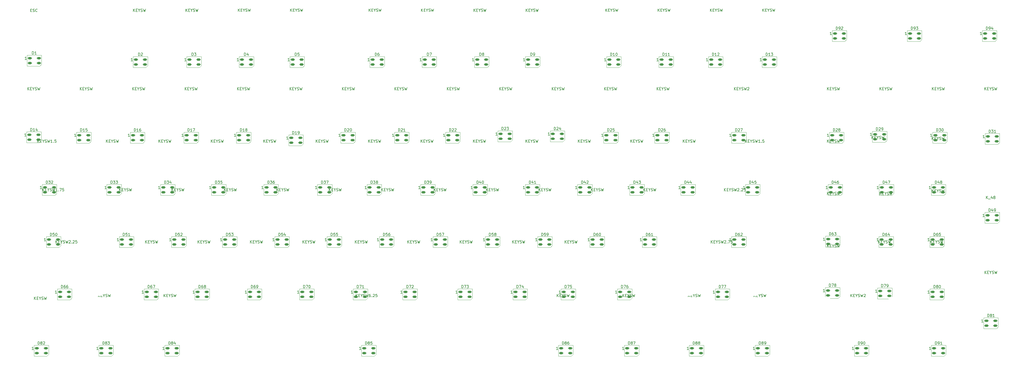
<source format=gbr>
%TF.GenerationSoftware,KiCad,Pcbnew,8.0.5*%
%TF.CreationDate,2024-11-10T22:51:29+11:00*%
%TF.ProjectId,keyboard,6b657962-6f61-4726-942e-6b696361645f,rev?*%
%TF.SameCoordinates,Original*%
%TF.FileFunction,Legend,Top*%
%TF.FilePolarity,Positive*%
%FSLAX46Y46*%
G04 Gerber Fmt 4.6, Leading zero omitted, Abs format (unit mm)*
G04 Created by KiCad (PCBNEW 8.0.5) date 2024-11-10 22:51:29*
%MOMM*%
%LPD*%
G01*
G04 APERTURE LIST*
G04 Aperture macros list*
%AMRoundRect*
0 Rectangle with rounded corners*
0 $1 Rounding radius*
0 $2 $3 $4 $5 $6 $7 $8 $9 X,Y pos of 4 corners*
0 Add a 4 corners polygon primitive as box body*
4,1,4,$2,$3,$4,$5,$6,$7,$8,$9,$2,$3,0*
0 Add four circle primitives for the rounded corners*
1,1,$1+$1,$2,$3*
1,1,$1+$1,$4,$5*
1,1,$1+$1,$6,$7*
1,1,$1+$1,$8,$9*
0 Add four rect primitives between the rounded corners*
20,1,$1+$1,$2,$3,$4,$5,0*
20,1,$1+$1,$4,$5,$6,$7,0*
20,1,$1+$1,$6,$7,$8,$9,0*
20,1,$1+$1,$8,$9,$2,$3,0*%
G04 Aperture macros list end*
%ADD10C,0.150000*%
%ADD11C,0.120000*%
%ADD12RoundRect,0.200000X-0.550000X-0.200000X0.550000X-0.200000X0.550000X0.200000X-0.550000X0.200000X0*%
%ADD13C,1.750000*%
%ADD14C,3.000000*%
%ADD15C,3.987800*%
%ADD16C,3.048000*%
%ADD17C,2.000000*%
%ADD18C,0.650000*%
%ADD19O,1.000000X1.800000*%
%ADD20O,1.000000X2.100000*%
G04 APERTURE END LIST*
D10*
X378335714Y-31204819D02*
X378335714Y-30204819D01*
X378335714Y-30204819D02*
X378573809Y-30204819D01*
X378573809Y-30204819D02*
X378716666Y-30252438D01*
X378716666Y-30252438D02*
X378811904Y-30347676D01*
X378811904Y-30347676D02*
X378859523Y-30442914D01*
X378859523Y-30442914D02*
X378907142Y-30633390D01*
X378907142Y-30633390D02*
X378907142Y-30776247D01*
X378907142Y-30776247D02*
X378859523Y-30966723D01*
X378859523Y-30966723D02*
X378811904Y-31061961D01*
X378811904Y-31061961D02*
X378716666Y-31157200D01*
X378716666Y-31157200D02*
X378573809Y-31204819D01*
X378573809Y-31204819D02*
X378335714Y-31204819D01*
X379383333Y-31204819D02*
X379573809Y-31204819D01*
X379573809Y-31204819D02*
X379669047Y-31157200D01*
X379669047Y-31157200D02*
X379716666Y-31109580D01*
X379716666Y-31109580D02*
X379811904Y-30966723D01*
X379811904Y-30966723D02*
X379859523Y-30776247D01*
X379859523Y-30776247D02*
X379859523Y-30395295D01*
X379859523Y-30395295D02*
X379811904Y-30300057D01*
X379811904Y-30300057D02*
X379764285Y-30252438D01*
X379764285Y-30252438D02*
X379669047Y-30204819D01*
X379669047Y-30204819D02*
X379478571Y-30204819D01*
X379478571Y-30204819D02*
X379383333Y-30252438D01*
X379383333Y-30252438D02*
X379335714Y-30300057D01*
X379335714Y-30300057D02*
X379288095Y-30395295D01*
X379288095Y-30395295D02*
X379288095Y-30633390D01*
X379288095Y-30633390D02*
X379335714Y-30728628D01*
X379335714Y-30728628D02*
X379383333Y-30776247D01*
X379383333Y-30776247D02*
X379478571Y-30823866D01*
X379478571Y-30823866D02*
X379669047Y-30823866D01*
X379669047Y-30823866D02*
X379764285Y-30776247D01*
X379764285Y-30776247D02*
X379811904Y-30728628D01*
X379811904Y-30728628D02*
X379859523Y-30633390D01*
X380716666Y-30538152D02*
X380716666Y-31204819D01*
X380478571Y-30157200D02*
X380240476Y-30871485D01*
X380240476Y-30871485D02*
X380859523Y-30871485D01*
X376735714Y-33104819D02*
X376164286Y-33104819D01*
X376450000Y-33104819D02*
X376450000Y-32104819D01*
X376450000Y-32104819D02*
X376354762Y-32247676D01*
X376354762Y-32247676D02*
X376259524Y-32342914D01*
X376259524Y-32342914D02*
X376164286Y-32390533D01*
X351060714Y-31204819D02*
X351060714Y-30204819D01*
X351060714Y-30204819D02*
X351298809Y-30204819D01*
X351298809Y-30204819D02*
X351441666Y-30252438D01*
X351441666Y-30252438D02*
X351536904Y-30347676D01*
X351536904Y-30347676D02*
X351584523Y-30442914D01*
X351584523Y-30442914D02*
X351632142Y-30633390D01*
X351632142Y-30633390D02*
X351632142Y-30776247D01*
X351632142Y-30776247D02*
X351584523Y-30966723D01*
X351584523Y-30966723D02*
X351536904Y-31061961D01*
X351536904Y-31061961D02*
X351441666Y-31157200D01*
X351441666Y-31157200D02*
X351298809Y-31204819D01*
X351298809Y-31204819D02*
X351060714Y-31204819D01*
X352108333Y-31204819D02*
X352298809Y-31204819D01*
X352298809Y-31204819D02*
X352394047Y-31157200D01*
X352394047Y-31157200D02*
X352441666Y-31109580D01*
X352441666Y-31109580D02*
X352536904Y-30966723D01*
X352536904Y-30966723D02*
X352584523Y-30776247D01*
X352584523Y-30776247D02*
X352584523Y-30395295D01*
X352584523Y-30395295D02*
X352536904Y-30300057D01*
X352536904Y-30300057D02*
X352489285Y-30252438D01*
X352489285Y-30252438D02*
X352394047Y-30204819D01*
X352394047Y-30204819D02*
X352203571Y-30204819D01*
X352203571Y-30204819D02*
X352108333Y-30252438D01*
X352108333Y-30252438D02*
X352060714Y-30300057D01*
X352060714Y-30300057D02*
X352013095Y-30395295D01*
X352013095Y-30395295D02*
X352013095Y-30633390D01*
X352013095Y-30633390D02*
X352060714Y-30728628D01*
X352060714Y-30728628D02*
X352108333Y-30776247D01*
X352108333Y-30776247D02*
X352203571Y-30823866D01*
X352203571Y-30823866D02*
X352394047Y-30823866D01*
X352394047Y-30823866D02*
X352489285Y-30776247D01*
X352489285Y-30776247D02*
X352536904Y-30728628D01*
X352536904Y-30728628D02*
X352584523Y-30633390D01*
X352917857Y-30204819D02*
X353536904Y-30204819D01*
X353536904Y-30204819D02*
X353203571Y-30585771D01*
X353203571Y-30585771D02*
X353346428Y-30585771D01*
X353346428Y-30585771D02*
X353441666Y-30633390D01*
X353441666Y-30633390D02*
X353489285Y-30681009D01*
X353489285Y-30681009D02*
X353536904Y-30776247D01*
X353536904Y-30776247D02*
X353536904Y-31014342D01*
X353536904Y-31014342D02*
X353489285Y-31109580D01*
X353489285Y-31109580D02*
X353441666Y-31157200D01*
X353441666Y-31157200D02*
X353346428Y-31204819D01*
X353346428Y-31204819D02*
X353060714Y-31204819D01*
X353060714Y-31204819D02*
X352965476Y-31157200D01*
X352965476Y-31157200D02*
X352917857Y-31109580D01*
X349460714Y-33104819D02*
X348889286Y-33104819D01*
X349175000Y-33104819D02*
X349175000Y-32104819D01*
X349175000Y-32104819D02*
X349079762Y-32247676D01*
X349079762Y-32247676D02*
X348984524Y-32342914D01*
X348984524Y-32342914D02*
X348889286Y-32390533D01*
X359835714Y-145704819D02*
X359835714Y-144704819D01*
X359835714Y-144704819D02*
X360073809Y-144704819D01*
X360073809Y-144704819D02*
X360216666Y-144752438D01*
X360216666Y-144752438D02*
X360311904Y-144847676D01*
X360311904Y-144847676D02*
X360359523Y-144942914D01*
X360359523Y-144942914D02*
X360407142Y-145133390D01*
X360407142Y-145133390D02*
X360407142Y-145276247D01*
X360407142Y-145276247D02*
X360359523Y-145466723D01*
X360359523Y-145466723D02*
X360311904Y-145561961D01*
X360311904Y-145561961D02*
X360216666Y-145657200D01*
X360216666Y-145657200D02*
X360073809Y-145704819D01*
X360073809Y-145704819D02*
X359835714Y-145704819D01*
X360883333Y-145704819D02*
X361073809Y-145704819D01*
X361073809Y-145704819D02*
X361169047Y-145657200D01*
X361169047Y-145657200D02*
X361216666Y-145609580D01*
X361216666Y-145609580D02*
X361311904Y-145466723D01*
X361311904Y-145466723D02*
X361359523Y-145276247D01*
X361359523Y-145276247D02*
X361359523Y-144895295D01*
X361359523Y-144895295D02*
X361311904Y-144800057D01*
X361311904Y-144800057D02*
X361264285Y-144752438D01*
X361264285Y-144752438D02*
X361169047Y-144704819D01*
X361169047Y-144704819D02*
X360978571Y-144704819D01*
X360978571Y-144704819D02*
X360883333Y-144752438D01*
X360883333Y-144752438D02*
X360835714Y-144800057D01*
X360835714Y-144800057D02*
X360788095Y-144895295D01*
X360788095Y-144895295D02*
X360788095Y-145133390D01*
X360788095Y-145133390D02*
X360835714Y-145228628D01*
X360835714Y-145228628D02*
X360883333Y-145276247D01*
X360883333Y-145276247D02*
X360978571Y-145323866D01*
X360978571Y-145323866D02*
X361169047Y-145323866D01*
X361169047Y-145323866D02*
X361264285Y-145276247D01*
X361264285Y-145276247D02*
X361311904Y-145228628D01*
X361311904Y-145228628D02*
X361359523Y-145133390D01*
X362311904Y-145704819D02*
X361740476Y-145704819D01*
X362026190Y-145704819D02*
X362026190Y-144704819D01*
X362026190Y-144704819D02*
X361930952Y-144847676D01*
X361930952Y-144847676D02*
X361835714Y-144942914D01*
X361835714Y-144942914D02*
X361740476Y-144990533D01*
X358235714Y-147604819D02*
X357664286Y-147604819D01*
X357950000Y-147604819D02*
X357950000Y-146604819D01*
X357950000Y-146604819D02*
X357854762Y-146747676D01*
X357854762Y-146747676D02*
X357759524Y-146842914D01*
X357759524Y-146842914D02*
X357664286Y-146890533D01*
X331835714Y-145704819D02*
X331835714Y-144704819D01*
X331835714Y-144704819D02*
X332073809Y-144704819D01*
X332073809Y-144704819D02*
X332216666Y-144752438D01*
X332216666Y-144752438D02*
X332311904Y-144847676D01*
X332311904Y-144847676D02*
X332359523Y-144942914D01*
X332359523Y-144942914D02*
X332407142Y-145133390D01*
X332407142Y-145133390D02*
X332407142Y-145276247D01*
X332407142Y-145276247D02*
X332359523Y-145466723D01*
X332359523Y-145466723D02*
X332311904Y-145561961D01*
X332311904Y-145561961D02*
X332216666Y-145657200D01*
X332216666Y-145657200D02*
X332073809Y-145704819D01*
X332073809Y-145704819D02*
X331835714Y-145704819D01*
X332883333Y-145704819D02*
X333073809Y-145704819D01*
X333073809Y-145704819D02*
X333169047Y-145657200D01*
X333169047Y-145657200D02*
X333216666Y-145609580D01*
X333216666Y-145609580D02*
X333311904Y-145466723D01*
X333311904Y-145466723D02*
X333359523Y-145276247D01*
X333359523Y-145276247D02*
X333359523Y-144895295D01*
X333359523Y-144895295D02*
X333311904Y-144800057D01*
X333311904Y-144800057D02*
X333264285Y-144752438D01*
X333264285Y-144752438D02*
X333169047Y-144704819D01*
X333169047Y-144704819D02*
X332978571Y-144704819D01*
X332978571Y-144704819D02*
X332883333Y-144752438D01*
X332883333Y-144752438D02*
X332835714Y-144800057D01*
X332835714Y-144800057D02*
X332788095Y-144895295D01*
X332788095Y-144895295D02*
X332788095Y-145133390D01*
X332788095Y-145133390D02*
X332835714Y-145228628D01*
X332835714Y-145228628D02*
X332883333Y-145276247D01*
X332883333Y-145276247D02*
X332978571Y-145323866D01*
X332978571Y-145323866D02*
X333169047Y-145323866D01*
X333169047Y-145323866D02*
X333264285Y-145276247D01*
X333264285Y-145276247D02*
X333311904Y-145228628D01*
X333311904Y-145228628D02*
X333359523Y-145133390D01*
X333978571Y-144704819D02*
X334073809Y-144704819D01*
X334073809Y-144704819D02*
X334169047Y-144752438D01*
X334169047Y-144752438D02*
X334216666Y-144800057D01*
X334216666Y-144800057D02*
X334264285Y-144895295D01*
X334264285Y-144895295D02*
X334311904Y-145085771D01*
X334311904Y-145085771D02*
X334311904Y-145323866D01*
X334311904Y-145323866D02*
X334264285Y-145514342D01*
X334264285Y-145514342D02*
X334216666Y-145609580D01*
X334216666Y-145609580D02*
X334169047Y-145657200D01*
X334169047Y-145657200D02*
X334073809Y-145704819D01*
X334073809Y-145704819D02*
X333978571Y-145704819D01*
X333978571Y-145704819D02*
X333883333Y-145657200D01*
X333883333Y-145657200D02*
X333835714Y-145609580D01*
X333835714Y-145609580D02*
X333788095Y-145514342D01*
X333788095Y-145514342D02*
X333740476Y-145323866D01*
X333740476Y-145323866D02*
X333740476Y-145085771D01*
X333740476Y-145085771D02*
X333788095Y-144895295D01*
X333788095Y-144895295D02*
X333835714Y-144800057D01*
X333835714Y-144800057D02*
X333883333Y-144752438D01*
X333883333Y-144752438D02*
X333978571Y-144704819D01*
X330235714Y-147604819D02*
X329664286Y-147604819D01*
X329950000Y-147604819D02*
X329950000Y-146604819D01*
X329950000Y-146604819D02*
X329854762Y-146747676D01*
X329854762Y-146747676D02*
X329759524Y-146842914D01*
X329759524Y-146842914D02*
X329664286Y-146890533D01*
X295835714Y-145704819D02*
X295835714Y-144704819D01*
X295835714Y-144704819D02*
X296073809Y-144704819D01*
X296073809Y-144704819D02*
X296216666Y-144752438D01*
X296216666Y-144752438D02*
X296311904Y-144847676D01*
X296311904Y-144847676D02*
X296359523Y-144942914D01*
X296359523Y-144942914D02*
X296407142Y-145133390D01*
X296407142Y-145133390D02*
X296407142Y-145276247D01*
X296407142Y-145276247D02*
X296359523Y-145466723D01*
X296359523Y-145466723D02*
X296311904Y-145561961D01*
X296311904Y-145561961D02*
X296216666Y-145657200D01*
X296216666Y-145657200D02*
X296073809Y-145704819D01*
X296073809Y-145704819D02*
X295835714Y-145704819D01*
X296978571Y-145133390D02*
X296883333Y-145085771D01*
X296883333Y-145085771D02*
X296835714Y-145038152D01*
X296835714Y-145038152D02*
X296788095Y-144942914D01*
X296788095Y-144942914D02*
X296788095Y-144895295D01*
X296788095Y-144895295D02*
X296835714Y-144800057D01*
X296835714Y-144800057D02*
X296883333Y-144752438D01*
X296883333Y-144752438D02*
X296978571Y-144704819D01*
X296978571Y-144704819D02*
X297169047Y-144704819D01*
X297169047Y-144704819D02*
X297264285Y-144752438D01*
X297264285Y-144752438D02*
X297311904Y-144800057D01*
X297311904Y-144800057D02*
X297359523Y-144895295D01*
X297359523Y-144895295D02*
X297359523Y-144942914D01*
X297359523Y-144942914D02*
X297311904Y-145038152D01*
X297311904Y-145038152D02*
X297264285Y-145085771D01*
X297264285Y-145085771D02*
X297169047Y-145133390D01*
X297169047Y-145133390D02*
X296978571Y-145133390D01*
X296978571Y-145133390D02*
X296883333Y-145181009D01*
X296883333Y-145181009D02*
X296835714Y-145228628D01*
X296835714Y-145228628D02*
X296788095Y-145323866D01*
X296788095Y-145323866D02*
X296788095Y-145514342D01*
X296788095Y-145514342D02*
X296835714Y-145609580D01*
X296835714Y-145609580D02*
X296883333Y-145657200D01*
X296883333Y-145657200D02*
X296978571Y-145704819D01*
X296978571Y-145704819D02*
X297169047Y-145704819D01*
X297169047Y-145704819D02*
X297264285Y-145657200D01*
X297264285Y-145657200D02*
X297311904Y-145609580D01*
X297311904Y-145609580D02*
X297359523Y-145514342D01*
X297359523Y-145514342D02*
X297359523Y-145323866D01*
X297359523Y-145323866D02*
X297311904Y-145228628D01*
X297311904Y-145228628D02*
X297264285Y-145181009D01*
X297264285Y-145181009D02*
X297169047Y-145133390D01*
X297835714Y-145704819D02*
X298026190Y-145704819D01*
X298026190Y-145704819D02*
X298121428Y-145657200D01*
X298121428Y-145657200D02*
X298169047Y-145609580D01*
X298169047Y-145609580D02*
X298264285Y-145466723D01*
X298264285Y-145466723D02*
X298311904Y-145276247D01*
X298311904Y-145276247D02*
X298311904Y-144895295D01*
X298311904Y-144895295D02*
X298264285Y-144800057D01*
X298264285Y-144800057D02*
X298216666Y-144752438D01*
X298216666Y-144752438D02*
X298121428Y-144704819D01*
X298121428Y-144704819D02*
X297930952Y-144704819D01*
X297930952Y-144704819D02*
X297835714Y-144752438D01*
X297835714Y-144752438D02*
X297788095Y-144800057D01*
X297788095Y-144800057D02*
X297740476Y-144895295D01*
X297740476Y-144895295D02*
X297740476Y-145133390D01*
X297740476Y-145133390D02*
X297788095Y-145228628D01*
X297788095Y-145228628D02*
X297835714Y-145276247D01*
X297835714Y-145276247D02*
X297930952Y-145323866D01*
X297930952Y-145323866D02*
X298121428Y-145323866D01*
X298121428Y-145323866D02*
X298216666Y-145276247D01*
X298216666Y-145276247D02*
X298264285Y-145228628D01*
X298264285Y-145228628D02*
X298311904Y-145133390D01*
X294235714Y-147604819D02*
X293664286Y-147604819D01*
X293950000Y-147604819D02*
X293950000Y-146604819D01*
X293950000Y-146604819D02*
X293854762Y-146747676D01*
X293854762Y-146747676D02*
X293759524Y-146842914D01*
X293759524Y-146842914D02*
X293664286Y-146890533D01*
X271835714Y-145704819D02*
X271835714Y-144704819D01*
X271835714Y-144704819D02*
X272073809Y-144704819D01*
X272073809Y-144704819D02*
X272216666Y-144752438D01*
X272216666Y-144752438D02*
X272311904Y-144847676D01*
X272311904Y-144847676D02*
X272359523Y-144942914D01*
X272359523Y-144942914D02*
X272407142Y-145133390D01*
X272407142Y-145133390D02*
X272407142Y-145276247D01*
X272407142Y-145276247D02*
X272359523Y-145466723D01*
X272359523Y-145466723D02*
X272311904Y-145561961D01*
X272311904Y-145561961D02*
X272216666Y-145657200D01*
X272216666Y-145657200D02*
X272073809Y-145704819D01*
X272073809Y-145704819D02*
X271835714Y-145704819D01*
X272978571Y-145133390D02*
X272883333Y-145085771D01*
X272883333Y-145085771D02*
X272835714Y-145038152D01*
X272835714Y-145038152D02*
X272788095Y-144942914D01*
X272788095Y-144942914D02*
X272788095Y-144895295D01*
X272788095Y-144895295D02*
X272835714Y-144800057D01*
X272835714Y-144800057D02*
X272883333Y-144752438D01*
X272883333Y-144752438D02*
X272978571Y-144704819D01*
X272978571Y-144704819D02*
X273169047Y-144704819D01*
X273169047Y-144704819D02*
X273264285Y-144752438D01*
X273264285Y-144752438D02*
X273311904Y-144800057D01*
X273311904Y-144800057D02*
X273359523Y-144895295D01*
X273359523Y-144895295D02*
X273359523Y-144942914D01*
X273359523Y-144942914D02*
X273311904Y-145038152D01*
X273311904Y-145038152D02*
X273264285Y-145085771D01*
X273264285Y-145085771D02*
X273169047Y-145133390D01*
X273169047Y-145133390D02*
X272978571Y-145133390D01*
X272978571Y-145133390D02*
X272883333Y-145181009D01*
X272883333Y-145181009D02*
X272835714Y-145228628D01*
X272835714Y-145228628D02*
X272788095Y-145323866D01*
X272788095Y-145323866D02*
X272788095Y-145514342D01*
X272788095Y-145514342D02*
X272835714Y-145609580D01*
X272835714Y-145609580D02*
X272883333Y-145657200D01*
X272883333Y-145657200D02*
X272978571Y-145704819D01*
X272978571Y-145704819D02*
X273169047Y-145704819D01*
X273169047Y-145704819D02*
X273264285Y-145657200D01*
X273264285Y-145657200D02*
X273311904Y-145609580D01*
X273311904Y-145609580D02*
X273359523Y-145514342D01*
X273359523Y-145514342D02*
X273359523Y-145323866D01*
X273359523Y-145323866D02*
X273311904Y-145228628D01*
X273311904Y-145228628D02*
X273264285Y-145181009D01*
X273264285Y-145181009D02*
X273169047Y-145133390D01*
X273930952Y-145133390D02*
X273835714Y-145085771D01*
X273835714Y-145085771D02*
X273788095Y-145038152D01*
X273788095Y-145038152D02*
X273740476Y-144942914D01*
X273740476Y-144942914D02*
X273740476Y-144895295D01*
X273740476Y-144895295D02*
X273788095Y-144800057D01*
X273788095Y-144800057D02*
X273835714Y-144752438D01*
X273835714Y-144752438D02*
X273930952Y-144704819D01*
X273930952Y-144704819D02*
X274121428Y-144704819D01*
X274121428Y-144704819D02*
X274216666Y-144752438D01*
X274216666Y-144752438D02*
X274264285Y-144800057D01*
X274264285Y-144800057D02*
X274311904Y-144895295D01*
X274311904Y-144895295D02*
X274311904Y-144942914D01*
X274311904Y-144942914D02*
X274264285Y-145038152D01*
X274264285Y-145038152D02*
X274216666Y-145085771D01*
X274216666Y-145085771D02*
X274121428Y-145133390D01*
X274121428Y-145133390D02*
X273930952Y-145133390D01*
X273930952Y-145133390D02*
X273835714Y-145181009D01*
X273835714Y-145181009D02*
X273788095Y-145228628D01*
X273788095Y-145228628D02*
X273740476Y-145323866D01*
X273740476Y-145323866D02*
X273740476Y-145514342D01*
X273740476Y-145514342D02*
X273788095Y-145609580D01*
X273788095Y-145609580D02*
X273835714Y-145657200D01*
X273835714Y-145657200D02*
X273930952Y-145704819D01*
X273930952Y-145704819D02*
X274121428Y-145704819D01*
X274121428Y-145704819D02*
X274216666Y-145657200D01*
X274216666Y-145657200D02*
X274264285Y-145609580D01*
X274264285Y-145609580D02*
X274311904Y-145514342D01*
X274311904Y-145514342D02*
X274311904Y-145323866D01*
X274311904Y-145323866D02*
X274264285Y-145228628D01*
X274264285Y-145228628D02*
X274216666Y-145181009D01*
X274216666Y-145181009D02*
X274121428Y-145133390D01*
X270235714Y-147604819D02*
X269664286Y-147604819D01*
X269950000Y-147604819D02*
X269950000Y-146604819D01*
X269950000Y-146604819D02*
X269854762Y-146747676D01*
X269854762Y-146747676D02*
X269759524Y-146842914D01*
X269759524Y-146842914D02*
X269664286Y-146890533D01*
X248335714Y-145704819D02*
X248335714Y-144704819D01*
X248335714Y-144704819D02*
X248573809Y-144704819D01*
X248573809Y-144704819D02*
X248716666Y-144752438D01*
X248716666Y-144752438D02*
X248811904Y-144847676D01*
X248811904Y-144847676D02*
X248859523Y-144942914D01*
X248859523Y-144942914D02*
X248907142Y-145133390D01*
X248907142Y-145133390D02*
X248907142Y-145276247D01*
X248907142Y-145276247D02*
X248859523Y-145466723D01*
X248859523Y-145466723D02*
X248811904Y-145561961D01*
X248811904Y-145561961D02*
X248716666Y-145657200D01*
X248716666Y-145657200D02*
X248573809Y-145704819D01*
X248573809Y-145704819D02*
X248335714Y-145704819D01*
X249478571Y-145133390D02*
X249383333Y-145085771D01*
X249383333Y-145085771D02*
X249335714Y-145038152D01*
X249335714Y-145038152D02*
X249288095Y-144942914D01*
X249288095Y-144942914D02*
X249288095Y-144895295D01*
X249288095Y-144895295D02*
X249335714Y-144800057D01*
X249335714Y-144800057D02*
X249383333Y-144752438D01*
X249383333Y-144752438D02*
X249478571Y-144704819D01*
X249478571Y-144704819D02*
X249669047Y-144704819D01*
X249669047Y-144704819D02*
X249764285Y-144752438D01*
X249764285Y-144752438D02*
X249811904Y-144800057D01*
X249811904Y-144800057D02*
X249859523Y-144895295D01*
X249859523Y-144895295D02*
X249859523Y-144942914D01*
X249859523Y-144942914D02*
X249811904Y-145038152D01*
X249811904Y-145038152D02*
X249764285Y-145085771D01*
X249764285Y-145085771D02*
X249669047Y-145133390D01*
X249669047Y-145133390D02*
X249478571Y-145133390D01*
X249478571Y-145133390D02*
X249383333Y-145181009D01*
X249383333Y-145181009D02*
X249335714Y-145228628D01*
X249335714Y-145228628D02*
X249288095Y-145323866D01*
X249288095Y-145323866D02*
X249288095Y-145514342D01*
X249288095Y-145514342D02*
X249335714Y-145609580D01*
X249335714Y-145609580D02*
X249383333Y-145657200D01*
X249383333Y-145657200D02*
X249478571Y-145704819D01*
X249478571Y-145704819D02*
X249669047Y-145704819D01*
X249669047Y-145704819D02*
X249764285Y-145657200D01*
X249764285Y-145657200D02*
X249811904Y-145609580D01*
X249811904Y-145609580D02*
X249859523Y-145514342D01*
X249859523Y-145514342D02*
X249859523Y-145323866D01*
X249859523Y-145323866D02*
X249811904Y-145228628D01*
X249811904Y-145228628D02*
X249764285Y-145181009D01*
X249764285Y-145181009D02*
X249669047Y-145133390D01*
X250192857Y-144704819D02*
X250859523Y-144704819D01*
X250859523Y-144704819D02*
X250430952Y-145704819D01*
X246735714Y-147604819D02*
X246164286Y-147604819D01*
X246450000Y-147604819D02*
X246450000Y-146604819D01*
X246450000Y-146604819D02*
X246354762Y-146747676D01*
X246354762Y-146747676D02*
X246259524Y-146842914D01*
X246259524Y-146842914D02*
X246164286Y-146890533D01*
X224335714Y-145704819D02*
X224335714Y-144704819D01*
X224335714Y-144704819D02*
X224573809Y-144704819D01*
X224573809Y-144704819D02*
X224716666Y-144752438D01*
X224716666Y-144752438D02*
X224811904Y-144847676D01*
X224811904Y-144847676D02*
X224859523Y-144942914D01*
X224859523Y-144942914D02*
X224907142Y-145133390D01*
X224907142Y-145133390D02*
X224907142Y-145276247D01*
X224907142Y-145276247D02*
X224859523Y-145466723D01*
X224859523Y-145466723D02*
X224811904Y-145561961D01*
X224811904Y-145561961D02*
X224716666Y-145657200D01*
X224716666Y-145657200D02*
X224573809Y-145704819D01*
X224573809Y-145704819D02*
X224335714Y-145704819D01*
X225478571Y-145133390D02*
X225383333Y-145085771D01*
X225383333Y-145085771D02*
X225335714Y-145038152D01*
X225335714Y-145038152D02*
X225288095Y-144942914D01*
X225288095Y-144942914D02*
X225288095Y-144895295D01*
X225288095Y-144895295D02*
X225335714Y-144800057D01*
X225335714Y-144800057D02*
X225383333Y-144752438D01*
X225383333Y-144752438D02*
X225478571Y-144704819D01*
X225478571Y-144704819D02*
X225669047Y-144704819D01*
X225669047Y-144704819D02*
X225764285Y-144752438D01*
X225764285Y-144752438D02*
X225811904Y-144800057D01*
X225811904Y-144800057D02*
X225859523Y-144895295D01*
X225859523Y-144895295D02*
X225859523Y-144942914D01*
X225859523Y-144942914D02*
X225811904Y-145038152D01*
X225811904Y-145038152D02*
X225764285Y-145085771D01*
X225764285Y-145085771D02*
X225669047Y-145133390D01*
X225669047Y-145133390D02*
X225478571Y-145133390D01*
X225478571Y-145133390D02*
X225383333Y-145181009D01*
X225383333Y-145181009D02*
X225335714Y-145228628D01*
X225335714Y-145228628D02*
X225288095Y-145323866D01*
X225288095Y-145323866D02*
X225288095Y-145514342D01*
X225288095Y-145514342D02*
X225335714Y-145609580D01*
X225335714Y-145609580D02*
X225383333Y-145657200D01*
X225383333Y-145657200D02*
X225478571Y-145704819D01*
X225478571Y-145704819D02*
X225669047Y-145704819D01*
X225669047Y-145704819D02*
X225764285Y-145657200D01*
X225764285Y-145657200D02*
X225811904Y-145609580D01*
X225811904Y-145609580D02*
X225859523Y-145514342D01*
X225859523Y-145514342D02*
X225859523Y-145323866D01*
X225859523Y-145323866D02*
X225811904Y-145228628D01*
X225811904Y-145228628D02*
X225764285Y-145181009D01*
X225764285Y-145181009D02*
X225669047Y-145133390D01*
X226716666Y-144704819D02*
X226526190Y-144704819D01*
X226526190Y-144704819D02*
X226430952Y-144752438D01*
X226430952Y-144752438D02*
X226383333Y-144800057D01*
X226383333Y-144800057D02*
X226288095Y-144942914D01*
X226288095Y-144942914D02*
X226240476Y-145133390D01*
X226240476Y-145133390D02*
X226240476Y-145514342D01*
X226240476Y-145514342D02*
X226288095Y-145609580D01*
X226288095Y-145609580D02*
X226335714Y-145657200D01*
X226335714Y-145657200D02*
X226430952Y-145704819D01*
X226430952Y-145704819D02*
X226621428Y-145704819D01*
X226621428Y-145704819D02*
X226716666Y-145657200D01*
X226716666Y-145657200D02*
X226764285Y-145609580D01*
X226764285Y-145609580D02*
X226811904Y-145514342D01*
X226811904Y-145514342D02*
X226811904Y-145276247D01*
X226811904Y-145276247D02*
X226764285Y-145181009D01*
X226764285Y-145181009D02*
X226716666Y-145133390D01*
X226716666Y-145133390D02*
X226621428Y-145085771D01*
X226621428Y-145085771D02*
X226430952Y-145085771D01*
X226430952Y-145085771D02*
X226335714Y-145133390D01*
X226335714Y-145133390D02*
X226288095Y-145181009D01*
X226288095Y-145181009D02*
X226240476Y-145276247D01*
X222735714Y-147604819D02*
X222164286Y-147604819D01*
X222450000Y-147604819D02*
X222450000Y-146604819D01*
X222450000Y-146604819D02*
X222354762Y-146747676D01*
X222354762Y-146747676D02*
X222259524Y-146842914D01*
X222259524Y-146842914D02*
X222164286Y-146890533D01*
X152785714Y-145704819D02*
X152785714Y-144704819D01*
X152785714Y-144704819D02*
X153023809Y-144704819D01*
X153023809Y-144704819D02*
X153166666Y-144752438D01*
X153166666Y-144752438D02*
X153261904Y-144847676D01*
X153261904Y-144847676D02*
X153309523Y-144942914D01*
X153309523Y-144942914D02*
X153357142Y-145133390D01*
X153357142Y-145133390D02*
X153357142Y-145276247D01*
X153357142Y-145276247D02*
X153309523Y-145466723D01*
X153309523Y-145466723D02*
X153261904Y-145561961D01*
X153261904Y-145561961D02*
X153166666Y-145657200D01*
X153166666Y-145657200D02*
X153023809Y-145704819D01*
X153023809Y-145704819D02*
X152785714Y-145704819D01*
X153928571Y-145133390D02*
X153833333Y-145085771D01*
X153833333Y-145085771D02*
X153785714Y-145038152D01*
X153785714Y-145038152D02*
X153738095Y-144942914D01*
X153738095Y-144942914D02*
X153738095Y-144895295D01*
X153738095Y-144895295D02*
X153785714Y-144800057D01*
X153785714Y-144800057D02*
X153833333Y-144752438D01*
X153833333Y-144752438D02*
X153928571Y-144704819D01*
X153928571Y-144704819D02*
X154119047Y-144704819D01*
X154119047Y-144704819D02*
X154214285Y-144752438D01*
X154214285Y-144752438D02*
X154261904Y-144800057D01*
X154261904Y-144800057D02*
X154309523Y-144895295D01*
X154309523Y-144895295D02*
X154309523Y-144942914D01*
X154309523Y-144942914D02*
X154261904Y-145038152D01*
X154261904Y-145038152D02*
X154214285Y-145085771D01*
X154214285Y-145085771D02*
X154119047Y-145133390D01*
X154119047Y-145133390D02*
X153928571Y-145133390D01*
X153928571Y-145133390D02*
X153833333Y-145181009D01*
X153833333Y-145181009D02*
X153785714Y-145228628D01*
X153785714Y-145228628D02*
X153738095Y-145323866D01*
X153738095Y-145323866D02*
X153738095Y-145514342D01*
X153738095Y-145514342D02*
X153785714Y-145609580D01*
X153785714Y-145609580D02*
X153833333Y-145657200D01*
X153833333Y-145657200D02*
X153928571Y-145704819D01*
X153928571Y-145704819D02*
X154119047Y-145704819D01*
X154119047Y-145704819D02*
X154214285Y-145657200D01*
X154214285Y-145657200D02*
X154261904Y-145609580D01*
X154261904Y-145609580D02*
X154309523Y-145514342D01*
X154309523Y-145514342D02*
X154309523Y-145323866D01*
X154309523Y-145323866D02*
X154261904Y-145228628D01*
X154261904Y-145228628D02*
X154214285Y-145181009D01*
X154214285Y-145181009D02*
X154119047Y-145133390D01*
X155214285Y-144704819D02*
X154738095Y-144704819D01*
X154738095Y-144704819D02*
X154690476Y-145181009D01*
X154690476Y-145181009D02*
X154738095Y-145133390D01*
X154738095Y-145133390D02*
X154833333Y-145085771D01*
X154833333Y-145085771D02*
X155071428Y-145085771D01*
X155071428Y-145085771D02*
X155166666Y-145133390D01*
X155166666Y-145133390D02*
X155214285Y-145181009D01*
X155214285Y-145181009D02*
X155261904Y-145276247D01*
X155261904Y-145276247D02*
X155261904Y-145514342D01*
X155261904Y-145514342D02*
X155214285Y-145609580D01*
X155214285Y-145609580D02*
X155166666Y-145657200D01*
X155166666Y-145657200D02*
X155071428Y-145704819D01*
X155071428Y-145704819D02*
X154833333Y-145704819D01*
X154833333Y-145704819D02*
X154738095Y-145657200D01*
X154738095Y-145657200D02*
X154690476Y-145609580D01*
X151185714Y-147604819D02*
X150614286Y-147604819D01*
X150900000Y-147604819D02*
X150900000Y-146604819D01*
X150900000Y-146604819D02*
X150804762Y-146747676D01*
X150804762Y-146747676D02*
X150709524Y-146842914D01*
X150709524Y-146842914D02*
X150614286Y-146890533D01*
X81335714Y-145704819D02*
X81335714Y-144704819D01*
X81335714Y-144704819D02*
X81573809Y-144704819D01*
X81573809Y-144704819D02*
X81716666Y-144752438D01*
X81716666Y-144752438D02*
X81811904Y-144847676D01*
X81811904Y-144847676D02*
X81859523Y-144942914D01*
X81859523Y-144942914D02*
X81907142Y-145133390D01*
X81907142Y-145133390D02*
X81907142Y-145276247D01*
X81907142Y-145276247D02*
X81859523Y-145466723D01*
X81859523Y-145466723D02*
X81811904Y-145561961D01*
X81811904Y-145561961D02*
X81716666Y-145657200D01*
X81716666Y-145657200D02*
X81573809Y-145704819D01*
X81573809Y-145704819D02*
X81335714Y-145704819D01*
X82478571Y-145133390D02*
X82383333Y-145085771D01*
X82383333Y-145085771D02*
X82335714Y-145038152D01*
X82335714Y-145038152D02*
X82288095Y-144942914D01*
X82288095Y-144942914D02*
X82288095Y-144895295D01*
X82288095Y-144895295D02*
X82335714Y-144800057D01*
X82335714Y-144800057D02*
X82383333Y-144752438D01*
X82383333Y-144752438D02*
X82478571Y-144704819D01*
X82478571Y-144704819D02*
X82669047Y-144704819D01*
X82669047Y-144704819D02*
X82764285Y-144752438D01*
X82764285Y-144752438D02*
X82811904Y-144800057D01*
X82811904Y-144800057D02*
X82859523Y-144895295D01*
X82859523Y-144895295D02*
X82859523Y-144942914D01*
X82859523Y-144942914D02*
X82811904Y-145038152D01*
X82811904Y-145038152D02*
X82764285Y-145085771D01*
X82764285Y-145085771D02*
X82669047Y-145133390D01*
X82669047Y-145133390D02*
X82478571Y-145133390D01*
X82478571Y-145133390D02*
X82383333Y-145181009D01*
X82383333Y-145181009D02*
X82335714Y-145228628D01*
X82335714Y-145228628D02*
X82288095Y-145323866D01*
X82288095Y-145323866D02*
X82288095Y-145514342D01*
X82288095Y-145514342D02*
X82335714Y-145609580D01*
X82335714Y-145609580D02*
X82383333Y-145657200D01*
X82383333Y-145657200D02*
X82478571Y-145704819D01*
X82478571Y-145704819D02*
X82669047Y-145704819D01*
X82669047Y-145704819D02*
X82764285Y-145657200D01*
X82764285Y-145657200D02*
X82811904Y-145609580D01*
X82811904Y-145609580D02*
X82859523Y-145514342D01*
X82859523Y-145514342D02*
X82859523Y-145323866D01*
X82859523Y-145323866D02*
X82811904Y-145228628D01*
X82811904Y-145228628D02*
X82764285Y-145181009D01*
X82764285Y-145181009D02*
X82669047Y-145133390D01*
X83716666Y-145038152D02*
X83716666Y-145704819D01*
X83478571Y-144657200D02*
X83240476Y-145371485D01*
X83240476Y-145371485D02*
X83859523Y-145371485D01*
X79735714Y-147604819D02*
X79164286Y-147604819D01*
X79450000Y-147604819D02*
X79450000Y-146604819D01*
X79450000Y-146604819D02*
X79354762Y-146747676D01*
X79354762Y-146747676D02*
X79259524Y-146842914D01*
X79259524Y-146842914D02*
X79164286Y-146890533D01*
X57335714Y-145704819D02*
X57335714Y-144704819D01*
X57335714Y-144704819D02*
X57573809Y-144704819D01*
X57573809Y-144704819D02*
X57716666Y-144752438D01*
X57716666Y-144752438D02*
X57811904Y-144847676D01*
X57811904Y-144847676D02*
X57859523Y-144942914D01*
X57859523Y-144942914D02*
X57907142Y-145133390D01*
X57907142Y-145133390D02*
X57907142Y-145276247D01*
X57907142Y-145276247D02*
X57859523Y-145466723D01*
X57859523Y-145466723D02*
X57811904Y-145561961D01*
X57811904Y-145561961D02*
X57716666Y-145657200D01*
X57716666Y-145657200D02*
X57573809Y-145704819D01*
X57573809Y-145704819D02*
X57335714Y-145704819D01*
X58478571Y-145133390D02*
X58383333Y-145085771D01*
X58383333Y-145085771D02*
X58335714Y-145038152D01*
X58335714Y-145038152D02*
X58288095Y-144942914D01*
X58288095Y-144942914D02*
X58288095Y-144895295D01*
X58288095Y-144895295D02*
X58335714Y-144800057D01*
X58335714Y-144800057D02*
X58383333Y-144752438D01*
X58383333Y-144752438D02*
X58478571Y-144704819D01*
X58478571Y-144704819D02*
X58669047Y-144704819D01*
X58669047Y-144704819D02*
X58764285Y-144752438D01*
X58764285Y-144752438D02*
X58811904Y-144800057D01*
X58811904Y-144800057D02*
X58859523Y-144895295D01*
X58859523Y-144895295D02*
X58859523Y-144942914D01*
X58859523Y-144942914D02*
X58811904Y-145038152D01*
X58811904Y-145038152D02*
X58764285Y-145085771D01*
X58764285Y-145085771D02*
X58669047Y-145133390D01*
X58669047Y-145133390D02*
X58478571Y-145133390D01*
X58478571Y-145133390D02*
X58383333Y-145181009D01*
X58383333Y-145181009D02*
X58335714Y-145228628D01*
X58335714Y-145228628D02*
X58288095Y-145323866D01*
X58288095Y-145323866D02*
X58288095Y-145514342D01*
X58288095Y-145514342D02*
X58335714Y-145609580D01*
X58335714Y-145609580D02*
X58383333Y-145657200D01*
X58383333Y-145657200D02*
X58478571Y-145704819D01*
X58478571Y-145704819D02*
X58669047Y-145704819D01*
X58669047Y-145704819D02*
X58764285Y-145657200D01*
X58764285Y-145657200D02*
X58811904Y-145609580D01*
X58811904Y-145609580D02*
X58859523Y-145514342D01*
X58859523Y-145514342D02*
X58859523Y-145323866D01*
X58859523Y-145323866D02*
X58811904Y-145228628D01*
X58811904Y-145228628D02*
X58764285Y-145181009D01*
X58764285Y-145181009D02*
X58669047Y-145133390D01*
X59192857Y-144704819D02*
X59811904Y-144704819D01*
X59811904Y-144704819D02*
X59478571Y-145085771D01*
X59478571Y-145085771D02*
X59621428Y-145085771D01*
X59621428Y-145085771D02*
X59716666Y-145133390D01*
X59716666Y-145133390D02*
X59764285Y-145181009D01*
X59764285Y-145181009D02*
X59811904Y-145276247D01*
X59811904Y-145276247D02*
X59811904Y-145514342D01*
X59811904Y-145514342D02*
X59764285Y-145609580D01*
X59764285Y-145609580D02*
X59716666Y-145657200D01*
X59716666Y-145657200D02*
X59621428Y-145704819D01*
X59621428Y-145704819D02*
X59335714Y-145704819D01*
X59335714Y-145704819D02*
X59240476Y-145657200D01*
X59240476Y-145657200D02*
X59192857Y-145609580D01*
X55735714Y-147604819D02*
X55164286Y-147604819D01*
X55450000Y-147604819D02*
X55450000Y-146604819D01*
X55450000Y-146604819D02*
X55354762Y-146747676D01*
X55354762Y-146747676D02*
X55259524Y-146842914D01*
X55259524Y-146842914D02*
X55164286Y-146890533D01*
X33835714Y-145704819D02*
X33835714Y-144704819D01*
X33835714Y-144704819D02*
X34073809Y-144704819D01*
X34073809Y-144704819D02*
X34216666Y-144752438D01*
X34216666Y-144752438D02*
X34311904Y-144847676D01*
X34311904Y-144847676D02*
X34359523Y-144942914D01*
X34359523Y-144942914D02*
X34407142Y-145133390D01*
X34407142Y-145133390D02*
X34407142Y-145276247D01*
X34407142Y-145276247D02*
X34359523Y-145466723D01*
X34359523Y-145466723D02*
X34311904Y-145561961D01*
X34311904Y-145561961D02*
X34216666Y-145657200D01*
X34216666Y-145657200D02*
X34073809Y-145704819D01*
X34073809Y-145704819D02*
X33835714Y-145704819D01*
X34978571Y-145133390D02*
X34883333Y-145085771D01*
X34883333Y-145085771D02*
X34835714Y-145038152D01*
X34835714Y-145038152D02*
X34788095Y-144942914D01*
X34788095Y-144942914D02*
X34788095Y-144895295D01*
X34788095Y-144895295D02*
X34835714Y-144800057D01*
X34835714Y-144800057D02*
X34883333Y-144752438D01*
X34883333Y-144752438D02*
X34978571Y-144704819D01*
X34978571Y-144704819D02*
X35169047Y-144704819D01*
X35169047Y-144704819D02*
X35264285Y-144752438D01*
X35264285Y-144752438D02*
X35311904Y-144800057D01*
X35311904Y-144800057D02*
X35359523Y-144895295D01*
X35359523Y-144895295D02*
X35359523Y-144942914D01*
X35359523Y-144942914D02*
X35311904Y-145038152D01*
X35311904Y-145038152D02*
X35264285Y-145085771D01*
X35264285Y-145085771D02*
X35169047Y-145133390D01*
X35169047Y-145133390D02*
X34978571Y-145133390D01*
X34978571Y-145133390D02*
X34883333Y-145181009D01*
X34883333Y-145181009D02*
X34835714Y-145228628D01*
X34835714Y-145228628D02*
X34788095Y-145323866D01*
X34788095Y-145323866D02*
X34788095Y-145514342D01*
X34788095Y-145514342D02*
X34835714Y-145609580D01*
X34835714Y-145609580D02*
X34883333Y-145657200D01*
X34883333Y-145657200D02*
X34978571Y-145704819D01*
X34978571Y-145704819D02*
X35169047Y-145704819D01*
X35169047Y-145704819D02*
X35264285Y-145657200D01*
X35264285Y-145657200D02*
X35311904Y-145609580D01*
X35311904Y-145609580D02*
X35359523Y-145514342D01*
X35359523Y-145514342D02*
X35359523Y-145323866D01*
X35359523Y-145323866D02*
X35311904Y-145228628D01*
X35311904Y-145228628D02*
X35264285Y-145181009D01*
X35264285Y-145181009D02*
X35169047Y-145133390D01*
X35740476Y-144800057D02*
X35788095Y-144752438D01*
X35788095Y-144752438D02*
X35883333Y-144704819D01*
X35883333Y-144704819D02*
X36121428Y-144704819D01*
X36121428Y-144704819D02*
X36216666Y-144752438D01*
X36216666Y-144752438D02*
X36264285Y-144800057D01*
X36264285Y-144800057D02*
X36311904Y-144895295D01*
X36311904Y-144895295D02*
X36311904Y-144990533D01*
X36311904Y-144990533D02*
X36264285Y-145133390D01*
X36264285Y-145133390D02*
X35692857Y-145704819D01*
X35692857Y-145704819D02*
X36311904Y-145704819D01*
X32235714Y-147604819D02*
X31664286Y-147604819D01*
X31950000Y-147604819D02*
X31950000Y-146604819D01*
X31950000Y-146604819D02*
X31854762Y-146747676D01*
X31854762Y-146747676D02*
X31759524Y-146842914D01*
X31759524Y-146842914D02*
X31664286Y-146890533D01*
X378835714Y-135704819D02*
X378835714Y-134704819D01*
X378835714Y-134704819D02*
X379073809Y-134704819D01*
X379073809Y-134704819D02*
X379216666Y-134752438D01*
X379216666Y-134752438D02*
X379311904Y-134847676D01*
X379311904Y-134847676D02*
X379359523Y-134942914D01*
X379359523Y-134942914D02*
X379407142Y-135133390D01*
X379407142Y-135133390D02*
X379407142Y-135276247D01*
X379407142Y-135276247D02*
X379359523Y-135466723D01*
X379359523Y-135466723D02*
X379311904Y-135561961D01*
X379311904Y-135561961D02*
X379216666Y-135657200D01*
X379216666Y-135657200D02*
X379073809Y-135704819D01*
X379073809Y-135704819D02*
X378835714Y-135704819D01*
X379978571Y-135133390D02*
X379883333Y-135085771D01*
X379883333Y-135085771D02*
X379835714Y-135038152D01*
X379835714Y-135038152D02*
X379788095Y-134942914D01*
X379788095Y-134942914D02*
X379788095Y-134895295D01*
X379788095Y-134895295D02*
X379835714Y-134800057D01*
X379835714Y-134800057D02*
X379883333Y-134752438D01*
X379883333Y-134752438D02*
X379978571Y-134704819D01*
X379978571Y-134704819D02*
X380169047Y-134704819D01*
X380169047Y-134704819D02*
X380264285Y-134752438D01*
X380264285Y-134752438D02*
X380311904Y-134800057D01*
X380311904Y-134800057D02*
X380359523Y-134895295D01*
X380359523Y-134895295D02*
X380359523Y-134942914D01*
X380359523Y-134942914D02*
X380311904Y-135038152D01*
X380311904Y-135038152D02*
X380264285Y-135085771D01*
X380264285Y-135085771D02*
X380169047Y-135133390D01*
X380169047Y-135133390D02*
X379978571Y-135133390D01*
X379978571Y-135133390D02*
X379883333Y-135181009D01*
X379883333Y-135181009D02*
X379835714Y-135228628D01*
X379835714Y-135228628D02*
X379788095Y-135323866D01*
X379788095Y-135323866D02*
X379788095Y-135514342D01*
X379788095Y-135514342D02*
X379835714Y-135609580D01*
X379835714Y-135609580D02*
X379883333Y-135657200D01*
X379883333Y-135657200D02*
X379978571Y-135704819D01*
X379978571Y-135704819D02*
X380169047Y-135704819D01*
X380169047Y-135704819D02*
X380264285Y-135657200D01*
X380264285Y-135657200D02*
X380311904Y-135609580D01*
X380311904Y-135609580D02*
X380359523Y-135514342D01*
X380359523Y-135514342D02*
X380359523Y-135323866D01*
X380359523Y-135323866D02*
X380311904Y-135228628D01*
X380311904Y-135228628D02*
X380264285Y-135181009D01*
X380264285Y-135181009D02*
X380169047Y-135133390D01*
X381311904Y-135704819D02*
X380740476Y-135704819D01*
X381026190Y-135704819D02*
X381026190Y-134704819D01*
X381026190Y-134704819D02*
X380930952Y-134847676D01*
X380930952Y-134847676D02*
X380835714Y-134942914D01*
X380835714Y-134942914D02*
X380740476Y-134990533D01*
X377235714Y-137604819D02*
X376664286Y-137604819D01*
X376950000Y-137604819D02*
X376950000Y-136604819D01*
X376950000Y-136604819D02*
X376854762Y-136747676D01*
X376854762Y-136747676D02*
X376759524Y-136842914D01*
X376759524Y-136842914D02*
X376664286Y-136890533D01*
X359285714Y-125204819D02*
X359285714Y-124204819D01*
X359285714Y-124204819D02*
X359523809Y-124204819D01*
X359523809Y-124204819D02*
X359666666Y-124252438D01*
X359666666Y-124252438D02*
X359761904Y-124347676D01*
X359761904Y-124347676D02*
X359809523Y-124442914D01*
X359809523Y-124442914D02*
X359857142Y-124633390D01*
X359857142Y-124633390D02*
X359857142Y-124776247D01*
X359857142Y-124776247D02*
X359809523Y-124966723D01*
X359809523Y-124966723D02*
X359761904Y-125061961D01*
X359761904Y-125061961D02*
X359666666Y-125157200D01*
X359666666Y-125157200D02*
X359523809Y-125204819D01*
X359523809Y-125204819D02*
X359285714Y-125204819D01*
X360428571Y-124633390D02*
X360333333Y-124585771D01*
X360333333Y-124585771D02*
X360285714Y-124538152D01*
X360285714Y-124538152D02*
X360238095Y-124442914D01*
X360238095Y-124442914D02*
X360238095Y-124395295D01*
X360238095Y-124395295D02*
X360285714Y-124300057D01*
X360285714Y-124300057D02*
X360333333Y-124252438D01*
X360333333Y-124252438D02*
X360428571Y-124204819D01*
X360428571Y-124204819D02*
X360619047Y-124204819D01*
X360619047Y-124204819D02*
X360714285Y-124252438D01*
X360714285Y-124252438D02*
X360761904Y-124300057D01*
X360761904Y-124300057D02*
X360809523Y-124395295D01*
X360809523Y-124395295D02*
X360809523Y-124442914D01*
X360809523Y-124442914D02*
X360761904Y-124538152D01*
X360761904Y-124538152D02*
X360714285Y-124585771D01*
X360714285Y-124585771D02*
X360619047Y-124633390D01*
X360619047Y-124633390D02*
X360428571Y-124633390D01*
X360428571Y-124633390D02*
X360333333Y-124681009D01*
X360333333Y-124681009D02*
X360285714Y-124728628D01*
X360285714Y-124728628D02*
X360238095Y-124823866D01*
X360238095Y-124823866D02*
X360238095Y-125014342D01*
X360238095Y-125014342D02*
X360285714Y-125109580D01*
X360285714Y-125109580D02*
X360333333Y-125157200D01*
X360333333Y-125157200D02*
X360428571Y-125204819D01*
X360428571Y-125204819D02*
X360619047Y-125204819D01*
X360619047Y-125204819D02*
X360714285Y-125157200D01*
X360714285Y-125157200D02*
X360761904Y-125109580D01*
X360761904Y-125109580D02*
X360809523Y-125014342D01*
X360809523Y-125014342D02*
X360809523Y-124823866D01*
X360809523Y-124823866D02*
X360761904Y-124728628D01*
X360761904Y-124728628D02*
X360714285Y-124681009D01*
X360714285Y-124681009D02*
X360619047Y-124633390D01*
X361428571Y-124204819D02*
X361523809Y-124204819D01*
X361523809Y-124204819D02*
X361619047Y-124252438D01*
X361619047Y-124252438D02*
X361666666Y-124300057D01*
X361666666Y-124300057D02*
X361714285Y-124395295D01*
X361714285Y-124395295D02*
X361761904Y-124585771D01*
X361761904Y-124585771D02*
X361761904Y-124823866D01*
X361761904Y-124823866D02*
X361714285Y-125014342D01*
X361714285Y-125014342D02*
X361666666Y-125109580D01*
X361666666Y-125109580D02*
X361619047Y-125157200D01*
X361619047Y-125157200D02*
X361523809Y-125204819D01*
X361523809Y-125204819D02*
X361428571Y-125204819D01*
X361428571Y-125204819D02*
X361333333Y-125157200D01*
X361333333Y-125157200D02*
X361285714Y-125109580D01*
X361285714Y-125109580D02*
X361238095Y-125014342D01*
X361238095Y-125014342D02*
X361190476Y-124823866D01*
X361190476Y-124823866D02*
X361190476Y-124585771D01*
X361190476Y-124585771D02*
X361238095Y-124395295D01*
X361238095Y-124395295D02*
X361285714Y-124300057D01*
X361285714Y-124300057D02*
X361333333Y-124252438D01*
X361333333Y-124252438D02*
X361428571Y-124204819D01*
X357685714Y-127104819D02*
X357114286Y-127104819D01*
X357400000Y-127104819D02*
X357400000Y-126104819D01*
X357400000Y-126104819D02*
X357304762Y-126247676D01*
X357304762Y-126247676D02*
X357209524Y-126342914D01*
X357209524Y-126342914D02*
X357114286Y-126390533D01*
X340285714Y-124854819D02*
X340285714Y-123854819D01*
X340285714Y-123854819D02*
X340523809Y-123854819D01*
X340523809Y-123854819D02*
X340666666Y-123902438D01*
X340666666Y-123902438D02*
X340761904Y-123997676D01*
X340761904Y-123997676D02*
X340809523Y-124092914D01*
X340809523Y-124092914D02*
X340857142Y-124283390D01*
X340857142Y-124283390D02*
X340857142Y-124426247D01*
X340857142Y-124426247D02*
X340809523Y-124616723D01*
X340809523Y-124616723D02*
X340761904Y-124711961D01*
X340761904Y-124711961D02*
X340666666Y-124807200D01*
X340666666Y-124807200D02*
X340523809Y-124854819D01*
X340523809Y-124854819D02*
X340285714Y-124854819D01*
X341190476Y-123854819D02*
X341857142Y-123854819D01*
X341857142Y-123854819D02*
X341428571Y-124854819D01*
X342285714Y-124854819D02*
X342476190Y-124854819D01*
X342476190Y-124854819D02*
X342571428Y-124807200D01*
X342571428Y-124807200D02*
X342619047Y-124759580D01*
X342619047Y-124759580D02*
X342714285Y-124616723D01*
X342714285Y-124616723D02*
X342761904Y-124426247D01*
X342761904Y-124426247D02*
X342761904Y-124045295D01*
X342761904Y-124045295D02*
X342714285Y-123950057D01*
X342714285Y-123950057D02*
X342666666Y-123902438D01*
X342666666Y-123902438D02*
X342571428Y-123854819D01*
X342571428Y-123854819D02*
X342380952Y-123854819D01*
X342380952Y-123854819D02*
X342285714Y-123902438D01*
X342285714Y-123902438D02*
X342238095Y-123950057D01*
X342238095Y-123950057D02*
X342190476Y-124045295D01*
X342190476Y-124045295D02*
X342190476Y-124283390D01*
X342190476Y-124283390D02*
X342238095Y-124378628D01*
X342238095Y-124378628D02*
X342285714Y-124426247D01*
X342285714Y-124426247D02*
X342380952Y-124473866D01*
X342380952Y-124473866D02*
X342571428Y-124473866D01*
X342571428Y-124473866D02*
X342666666Y-124426247D01*
X342666666Y-124426247D02*
X342714285Y-124378628D01*
X342714285Y-124378628D02*
X342761904Y-124283390D01*
X338685714Y-126754819D02*
X338114286Y-126754819D01*
X338400000Y-126754819D02*
X338400000Y-125754819D01*
X338400000Y-125754819D02*
X338304762Y-125897676D01*
X338304762Y-125897676D02*
X338209524Y-125992914D01*
X338209524Y-125992914D02*
X338114286Y-126040533D01*
X321285714Y-124704819D02*
X321285714Y-123704819D01*
X321285714Y-123704819D02*
X321523809Y-123704819D01*
X321523809Y-123704819D02*
X321666666Y-123752438D01*
X321666666Y-123752438D02*
X321761904Y-123847676D01*
X321761904Y-123847676D02*
X321809523Y-123942914D01*
X321809523Y-123942914D02*
X321857142Y-124133390D01*
X321857142Y-124133390D02*
X321857142Y-124276247D01*
X321857142Y-124276247D02*
X321809523Y-124466723D01*
X321809523Y-124466723D02*
X321761904Y-124561961D01*
X321761904Y-124561961D02*
X321666666Y-124657200D01*
X321666666Y-124657200D02*
X321523809Y-124704819D01*
X321523809Y-124704819D02*
X321285714Y-124704819D01*
X322190476Y-123704819D02*
X322857142Y-123704819D01*
X322857142Y-123704819D02*
X322428571Y-124704819D01*
X323380952Y-124133390D02*
X323285714Y-124085771D01*
X323285714Y-124085771D02*
X323238095Y-124038152D01*
X323238095Y-124038152D02*
X323190476Y-123942914D01*
X323190476Y-123942914D02*
X323190476Y-123895295D01*
X323190476Y-123895295D02*
X323238095Y-123800057D01*
X323238095Y-123800057D02*
X323285714Y-123752438D01*
X323285714Y-123752438D02*
X323380952Y-123704819D01*
X323380952Y-123704819D02*
X323571428Y-123704819D01*
X323571428Y-123704819D02*
X323666666Y-123752438D01*
X323666666Y-123752438D02*
X323714285Y-123800057D01*
X323714285Y-123800057D02*
X323761904Y-123895295D01*
X323761904Y-123895295D02*
X323761904Y-123942914D01*
X323761904Y-123942914D02*
X323714285Y-124038152D01*
X323714285Y-124038152D02*
X323666666Y-124085771D01*
X323666666Y-124085771D02*
X323571428Y-124133390D01*
X323571428Y-124133390D02*
X323380952Y-124133390D01*
X323380952Y-124133390D02*
X323285714Y-124181009D01*
X323285714Y-124181009D02*
X323238095Y-124228628D01*
X323238095Y-124228628D02*
X323190476Y-124323866D01*
X323190476Y-124323866D02*
X323190476Y-124514342D01*
X323190476Y-124514342D02*
X323238095Y-124609580D01*
X323238095Y-124609580D02*
X323285714Y-124657200D01*
X323285714Y-124657200D02*
X323380952Y-124704819D01*
X323380952Y-124704819D02*
X323571428Y-124704819D01*
X323571428Y-124704819D02*
X323666666Y-124657200D01*
X323666666Y-124657200D02*
X323714285Y-124609580D01*
X323714285Y-124609580D02*
X323761904Y-124514342D01*
X323761904Y-124514342D02*
X323761904Y-124323866D01*
X323761904Y-124323866D02*
X323714285Y-124228628D01*
X323714285Y-124228628D02*
X323666666Y-124181009D01*
X323666666Y-124181009D02*
X323571428Y-124133390D01*
X319685714Y-126604819D02*
X319114286Y-126604819D01*
X319400000Y-126604819D02*
X319400000Y-125604819D01*
X319400000Y-125604819D02*
X319304762Y-125747676D01*
X319304762Y-125747676D02*
X319209524Y-125842914D01*
X319209524Y-125842914D02*
X319114286Y-125890533D01*
X281285714Y-125204819D02*
X281285714Y-124204819D01*
X281285714Y-124204819D02*
X281523809Y-124204819D01*
X281523809Y-124204819D02*
X281666666Y-124252438D01*
X281666666Y-124252438D02*
X281761904Y-124347676D01*
X281761904Y-124347676D02*
X281809523Y-124442914D01*
X281809523Y-124442914D02*
X281857142Y-124633390D01*
X281857142Y-124633390D02*
X281857142Y-124776247D01*
X281857142Y-124776247D02*
X281809523Y-124966723D01*
X281809523Y-124966723D02*
X281761904Y-125061961D01*
X281761904Y-125061961D02*
X281666666Y-125157200D01*
X281666666Y-125157200D02*
X281523809Y-125204819D01*
X281523809Y-125204819D02*
X281285714Y-125204819D01*
X282190476Y-124204819D02*
X282857142Y-124204819D01*
X282857142Y-124204819D02*
X282428571Y-125204819D01*
X283142857Y-124204819D02*
X283809523Y-124204819D01*
X283809523Y-124204819D02*
X283380952Y-125204819D01*
X279685714Y-127104819D02*
X279114286Y-127104819D01*
X279400000Y-127104819D02*
X279400000Y-126104819D01*
X279400000Y-126104819D02*
X279304762Y-126247676D01*
X279304762Y-126247676D02*
X279209524Y-126342914D01*
X279209524Y-126342914D02*
X279114286Y-126390533D01*
X245785714Y-125204819D02*
X245785714Y-124204819D01*
X245785714Y-124204819D02*
X246023809Y-124204819D01*
X246023809Y-124204819D02*
X246166666Y-124252438D01*
X246166666Y-124252438D02*
X246261904Y-124347676D01*
X246261904Y-124347676D02*
X246309523Y-124442914D01*
X246309523Y-124442914D02*
X246357142Y-124633390D01*
X246357142Y-124633390D02*
X246357142Y-124776247D01*
X246357142Y-124776247D02*
X246309523Y-124966723D01*
X246309523Y-124966723D02*
X246261904Y-125061961D01*
X246261904Y-125061961D02*
X246166666Y-125157200D01*
X246166666Y-125157200D02*
X246023809Y-125204819D01*
X246023809Y-125204819D02*
X245785714Y-125204819D01*
X246690476Y-124204819D02*
X247357142Y-124204819D01*
X247357142Y-124204819D02*
X246928571Y-125204819D01*
X248166666Y-124204819D02*
X247976190Y-124204819D01*
X247976190Y-124204819D02*
X247880952Y-124252438D01*
X247880952Y-124252438D02*
X247833333Y-124300057D01*
X247833333Y-124300057D02*
X247738095Y-124442914D01*
X247738095Y-124442914D02*
X247690476Y-124633390D01*
X247690476Y-124633390D02*
X247690476Y-125014342D01*
X247690476Y-125014342D02*
X247738095Y-125109580D01*
X247738095Y-125109580D02*
X247785714Y-125157200D01*
X247785714Y-125157200D02*
X247880952Y-125204819D01*
X247880952Y-125204819D02*
X248071428Y-125204819D01*
X248071428Y-125204819D02*
X248166666Y-125157200D01*
X248166666Y-125157200D02*
X248214285Y-125109580D01*
X248214285Y-125109580D02*
X248261904Y-125014342D01*
X248261904Y-125014342D02*
X248261904Y-124776247D01*
X248261904Y-124776247D02*
X248214285Y-124681009D01*
X248214285Y-124681009D02*
X248166666Y-124633390D01*
X248166666Y-124633390D02*
X248071428Y-124585771D01*
X248071428Y-124585771D02*
X247880952Y-124585771D01*
X247880952Y-124585771D02*
X247785714Y-124633390D01*
X247785714Y-124633390D02*
X247738095Y-124681009D01*
X247738095Y-124681009D02*
X247690476Y-124776247D01*
X244185714Y-127104819D02*
X243614286Y-127104819D01*
X243900000Y-127104819D02*
X243900000Y-126104819D01*
X243900000Y-126104819D02*
X243804762Y-126247676D01*
X243804762Y-126247676D02*
X243709524Y-126342914D01*
X243709524Y-126342914D02*
X243614286Y-126390533D01*
X225285714Y-125204819D02*
X225285714Y-124204819D01*
X225285714Y-124204819D02*
X225523809Y-124204819D01*
X225523809Y-124204819D02*
X225666666Y-124252438D01*
X225666666Y-124252438D02*
X225761904Y-124347676D01*
X225761904Y-124347676D02*
X225809523Y-124442914D01*
X225809523Y-124442914D02*
X225857142Y-124633390D01*
X225857142Y-124633390D02*
X225857142Y-124776247D01*
X225857142Y-124776247D02*
X225809523Y-124966723D01*
X225809523Y-124966723D02*
X225761904Y-125061961D01*
X225761904Y-125061961D02*
X225666666Y-125157200D01*
X225666666Y-125157200D02*
X225523809Y-125204819D01*
X225523809Y-125204819D02*
X225285714Y-125204819D01*
X226190476Y-124204819D02*
X226857142Y-124204819D01*
X226857142Y-124204819D02*
X226428571Y-125204819D01*
X227714285Y-124204819D02*
X227238095Y-124204819D01*
X227238095Y-124204819D02*
X227190476Y-124681009D01*
X227190476Y-124681009D02*
X227238095Y-124633390D01*
X227238095Y-124633390D02*
X227333333Y-124585771D01*
X227333333Y-124585771D02*
X227571428Y-124585771D01*
X227571428Y-124585771D02*
X227666666Y-124633390D01*
X227666666Y-124633390D02*
X227714285Y-124681009D01*
X227714285Y-124681009D02*
X227761904Y-124776247D01*
X227761904Y-124776247D02*
X227761904Y-125014342D01*
X227761904Y-125014342D02*
X227714285Y-125109580D01*
X227714285Y-125109580D02*
X227666666Y-125157200D01*
X227666666Y-125157200D02*
X227571428Y-125204819D01*
X227571428Y-125204819D02*
X227333333Y-125204819D01*
X227333333Y-125204819D02*
X227238095Y-125157200D01*
X227238095Y-125157200D02*
X227190476Y-125109580D01*
X223685714Y-127104819D02*
X223114286Y-127104819D01*
X223400000Y-127104819D02*
X223400000Y-126104819D01*
X223400000Y-126104819D02*
X223304762Y-126247676D01*
X223304762Y-126247676D02*
X223209524Y-126342914D01*
X223209524Y-126342914D02*
X223114286Y-126390533D01*
X207785714Y-125204819D02*
X207785714Y-124204819D01*
X207785714Y-124204819D02*
X208023809Y-124204819D01*
X208023809Y-124204819D02*
X208166666Y-124252438D01*
X208166666Y-124252438D02*
X208261904Y-124347676D01*
X208261904Y-124347676D02*
X208309523Y-124442914D01*
X208309523Y-124442914D02*
X208357142Y-124633390D01*
X208357142Y-124633390D02*
X208357142Y-124776247D01*
X208357142Y-124776247D02*
X208309523Y-124966723D01*
X208309523Y-124966723D02*
X208261904Y-125061961D01*
X208261904Y-125061961D02*
X208166666Y-125157200D01*
X208166666Y-125157200D02*
X208023809Y-125204819D01*
X208023809Y-125204819D02*
X207785714Y-125204819D01*
X208690476Y-124204819D02*
X209357142Y-124204819D01*
X209357142Y-124204819D02*
X208928571Y-125204819D01*
X210166666Y-124538152D02*
X210166666Y-125204819D01*
X209928571Y-124157200D02*
X209690476Y-124871485D01*
X209690476Y-124871485D02*
X210309523Y-124871485D01*
X206185714Y-127104819D02*
X205614286Y-127104819D01*
X205900000Y-127104819D02*
X205900000Y-126104819D01*
X205900000Y-126104819D02*
X205804762Y-126247676D01*
X205804762Y-126247676D02*
X205709524Y-126342914D01*
X205709524Y-126342914D02*
X205614286Y-126390533D01*
X187785714Y-125204819D02*
X187785714Y-124204819D01*
X187785714Y-124204819D02*
X188023809Y-124204819D01*
X188023809Y-124204819D02*
X188166666Y-124252438D01*
X188166666Y-124252438D02*
X188261904Y-124347676D01*
X188261904Y-124347676D02*
X188309523Y-124442914D01*
X188309523Y-124442914D02*
X188357142Y-124633390D01*
X188357142Y-124633390D02*
X188357142Y-124776247D01*
X188357142Y-124776247D02*
X188309523Y-124966723D01*
X188309523Y-124966723D02*
X188261904Y-125061961D01*
X188261904Y-125061961D02*
X188166666Y-125157200D01*
X188166666Y-125157200D02*
X188023809Y-125204819D01*
X188023809Y-125204819D02*
X187785714Y-125204819D01*
X188690476Y-124204819D02*
X189357142Y-124204819D01*
X189357142Y-124204819D02*
X188928571Y-125204819D01*
X189642857Y-124204819D02*
X190261904Y-124204819D01*
X190261904Y-124204819D02*
X189928571Y-124585771D01*
X189928571Y-124585771D02*
X190071428Y-124585771D01*
X190071428Y-124585771D02*
X190166666Y-124633390D01*
X190166666Y-124633390D02*
X190214285Y-124681009D01*
X190214285Y-124681009D02*
X190261904Y-124776247D01*
X190261904Y-124776247D02*
X190261904Y-125014342D01*
X190261904Y-125014342D02*
X190214285Y-125109580D01*
X190214285Y-125109580D02*
X190166666Y-125157200D01*
X190166666Y-125157200D02*
X190071428Y-125204819D01*
X190071428Y-125204819D02*
X189785714Y-125204819D01*
X189785714Y-125204819D02*
X189690476Y-125157200D01*
X189690476Y-125157200D02*
X189642857Y-125109580D01*
X186185714Y-127104819D02*
X185614286Y-127104819D01*
X185900000Y-127104819D02*
X185900000Y-126104819D01*
X185900000Y-126104819D02*
X185804762Y-126247676D01*
X185804762Y-126247676D02*
X185709524Y-126342914D01*
X185709524Y-126342914D02*
X185614286Y-126390533D01*
X167785714Y-125204819D02*
X167785714Y-124204819D01*
X167785714Y-124204819D02*
X168023809Y-124204819D01*
X168023809Y-124204819D02*
X168166666Y-124252438D01*
X168166666Y-124252438D02*
X168261904Y-124347676D01*
X168261904Y-124347676D02*
X168309523Y-124442914D01*
X168309523Y-124442914D02*
X168357142Y-124633390D01*
X168357142Y-124633390D02*
X168357142Y-124776247D01*
X168357142Y-124776247D02*
X168309523Y-124966723D01*
X168309523Y-124966723D02*
X168261904Y-125061961D01*
X168261904Y-125061961D02*
X168166666Y-125157200D01*
X168166666Y-125157200D02*
X168023809Y-125204819D01*
X168023809Y-125204819D02*
X167785714Y-125204819D01*
X168690476Y-124204819D02*
X169357142Y-124204819D01*
X169357142Y-124204819D02*
X168928571Y-125204819D01*
X169690476Y-124300057D02*
X169738095Y-124252438D01*
X169738095Y-124252438D02*
X169833333Y-124204819D01*
X169833333Y-124204819D02*
X170071428Y-124204819D01*
X170071428Y-124204819D02*
X170166666Y-124252438D01*
X170166666Y-124252438D02*
X170214285Y-124300057D01*
X170214285Y-124300057D02*
X170261904Y-124395295D01*
X170261904Y-124395295D02*
X170261904Y-124490533D01*
X170261904Y-124490533D02*
X170214285Y-124633390D01*
X170214285Y-124633390D02*
X169642857Y-125204819D01*
X169642857Y-125204819D02*
X170261904Y-125204819D01*
X166185714Y-127104819D02*
X165614286Y-127104819D01*
X165900000Y-127104819D02*
X165900000Y-126104819D01*
X165900000Y-126104819D02*
X165804762Y-126247676D01*
X165804762Y-126247676D02*
X165709524Y-126342914D01*
X165709524Y-126342914D02*
X165614286Y-126390533D01*
X130285714Y-125204819D02*
X130285714Y-124204819D01*
X130285714Y-124204819D02*
X130523809Y-124204819D01*
X130523809Y-124204819D02*
X130666666Y-124252438D01*
X130666666Y-124252438D02*
X130761904Y-124347676D01*
X130761904Y-124347676D02*
X130809523Y-124442914D01*
X130809523Y-124442914D02*
X130857142Y-124633390D01*
X130857142Y-124633390D02*
X130857142Y-124776247D01*
X130857142Y-124776247D02*
X130809523Y-124966723D01*
X130809523Y-124966723D02*
X130761904Y-125061961D01*
X130761904Y-125061961D02*
X130666666Y-125157200D01*
X130666666Y-125157200D02*
X130523809Y-125204819D01*
X130523809Y-125204819D02*
X130285714Y-125204819D01*
X131190476Y-124204819D02*
X131857142Y-124204819D01*
X131857142Y-124204819D02*
X131428571Y-125204819D01*
X132428571Y-124204819D02*
X132523809Y-124204819D01*
X132523809Y-124204819D02*
X132619047Y-124252438D01*
X132619047Y-124252438D02*
X132666666Y-124300057D01*
X132666666Y-124300057D02*
X132714285Y-124395295D01*
X132714285Y-124395295D02*
X132761904Y-124585771D01*
X132761904Y-124585771D02*
X132761904Y-124823866D01*
X132761904Y-124823866D02*
X132714285Y-125014342D01*
X132714285Y-125014342D02*
X132666666Y-125109580D01*
X132666666Y-125109580D02*
X132619047Y-125157200D01*
X132619047Y-125157200D02*
X132523809Y-125204819D01*
X132523809Y-125204819D02*
X132428571Y-125204819D01*
X132428571Y-125204819D02*
X132333333Y-125157200D01*
X132333333Y-125157200D02*
X132285714Y-125109580D01*
X132285714Y-125109580D02*
X132238095Y-125014342D01*
X132238095Y-125014342D02*
X132190476Y-124823866D01*
X132190476Y-124823866D02*
X132190476Y-124585771D01*
X132190476Y-124585771D02*
X132238095Y-124395295D01*
X132238095Y-124395295D02*
X132285714Y-124300057D01*
X132285714Y-124300057D02*
X132333333Y-124252438D01*
X132333333Y-124252438D02*
X132428571Y-124204819D01*
X128685714Y-127104819D02*
X128114286Y-127104819D01*
X128400000Y-127104819D02*
X128400000Y-126104819D01*
X128400000Y-126104819D02*
X128304762Y-126247676D01*
X128304762Y-126247676D02*
X128209524Y-126342914D01*
X128209524Y-126342914D02*
X128114286Y-126390533D01*
X111285714Y-125204819D02*
X111285714Y-124204819D01*
X111285714Y-124204819D02*
X111523809Y-124204819D01*
X111523809Y-124204819D02*
X111666666Y-124252438D01*
X111666666Y-124252438D02*
X111761904Y-124347676D01*
X111761904Y-124347676D02*
X111809523Y-124442914D01*
X111809523Y-124442914D02*
X111857142Y-124633390D01*
X111857142Y-124633390D02*
X111857142Y-124776247D01*
X111857142Y-124776247D02*
X111809523Y-124966723D01*
X111809523Y-124966723D02*
X111761904Y-125061961D01*
X111761904Y-125061961D02*
X111666666Y-125157200D01*
X111666666Y-125157200D02*
X111523809Y-125204819D01*
X111523809Y-125204819D02*
X111285714Y-125204819D01*
X112714285Y-124204819D02*
X112523809Y-124204819D01*
X112523809Y-124204819D02*
X112428571Y-124252438D01*
X112428571Y-124252438D02*
X112380952Y-124300057D01*
X112380952Y-124300057D02*
X112285714Y-124442914D01*
X112285714Y-124442914D02*
X112238095Y-124633390D01*
X112238095Y-124633390D02*
X112238095Y-125014342D01*
X112238095Y-125014342D02*
X112285714Y-125109580D01*
X112285714Y-125109580D02*
X112333333Y-125157200D01*
X112333333Y-125157200D02*
X112428571Y-125204819D01*
X112428571Y-125204819D02*
X112619047Y-125204819D01*
X112619047Y-125204819D02*
X112714285Y-125157200D01*
X112714285Y-125157200D02*
X112761904Y-125109580D01*
X112761904Y-125109580D02*
X112809523Y-125014342D01*
X112809523Y-125014342D02*
X112809523Y-124776247D01*
X112809523Y-124776247D02*
X112761904Y-124681009D01*
X112761904Y-124681009D02*
X112714285Y-124633390D01*
X112714285Y-124633390D02*
X112619047Y-124585771D01*
X112619047Y-124585771D02*
X112428571Y-124585771D01*
X112428571Y-124585771D02*
X112333333Y-124633390D01*
X112333333Y-124633390D02*
X112285714Y-124681009D01*
X112285714Y-124681009D02*
X112238095Y-124776247D01*
X113285714Y-125204819D02*
X113476190Y-125204819D01*
X113476190Y-125204819D02*
X113571428Y-125157200D01*
X113571428Y-125157200D02*
X113619047Y-125109580D01*
X113619047Y-125109580D02*
X113714285Y-124966723D01*
X113714285Y-124966723D02*
X113761904Y-124776247D01*
X113761904Y-124776247D02*
X113761904Y-124395295D01*
X113761904Y-124395295D02*
X113714285Y-124300057D01*
X113714285Y-124300057D02*
X113666666Y-124252438D01*
X113666666Y-124252438D02*
X113571428Y-124204819D01*
X113571428Y-124204819D02*
X113380952Y-124204819D01*
X113380952Y-124204819D02*
X113285714Y-124252438D01*
X113285714Y-124252438D02*
X113238095Y-124300057D01*
X113238095Y-124300057D02*
X113190476Y-124395295D01*
X113190476Y-124395295D02*
X113190476Y-124633390D01*
X113190476Y-124633390D02*
X113238095Y-124728628D01*
X113238095Y-124728628D02*
X113285714Y-124776247D01*
X113285714Y-124776247D02*
X113380952Y-124823866D01*
X113380952Y-124823866D02*
X113571428Y-124823866D01*
X113571428Y-124823866D02*
X113666666Y-124776247D01*
X113666666Y-124776247D02*
X113714285Y-124728628D01*
X113714285Y-124728628D02*
X113761904Y-124633390D01*
X109685714Y-127104819D02*
X109114286Y-127104819D01*
X109400000Y-127104819D02*
X109400000Y-126104819D01*
X109400000Y-126104819D02*
X109304762Y-126247676D01*
X109304762Y-126247676D02*
X109209524Y-126342914D01*
X109209524Y-126342914D02*
X109114286Y-126390533D01*
X92285714Y-125204819D02*
X92285714Y-124204819D01*
X92285714Y-124204819D02*
X92523809Y-124204819D01*
X92523809Y-124204819D02*
X92666666Y-124252438D01*
X92666666Y-124252438D02*
X92761904Y-124347676D01*
X92761904Y-124347676D02*
X92809523Y-124442914D01*
X92809523Y-124442914D02*
X92857142Y-124633390D01*
X92857142Y-124633390D02*
X92857142Y-124776247D01*
X92857142Y-124776247D02*
X92809523Y-124966723D01*
X92809523Y-124966723D02*
X92761904Y-125061961D01*
X92761904Y-125061961D02*
X92666666Y-125157200D01*
X92666666Y-125157200D02*
X92523809Y-125204819D01*
X92523809Y-125204819D02*
X92285714Y-125204819D01*
X93714285Y-124204819D02*
X93523809Y-124204819D01*
X93523809Y-124204819D02*
X93428571Y-124252438D01*
X93428571Y-124252438D02*
X93380952Y-124300057D01*
X93380952Y-124300057D02*
X93285714Y-124442914D01*
X93285714Y-124442914D02*
X93238095Y-124633390D01*
X93238095Y-124633390D02*
X93238095Y-125014342D01*
X93238095Y-125014342D02*
X93285714Y-125109580D01*
X93285714Y-125109580D02*
X93333333Y-125157200D01*
X93333333Y-125157200D02*
X93428571Y-125204819D01*
X93428571Y-125204819D02*
X93619047Y-125204819D01*
X93619047Y-125204819D02*
X93714285Y-125157200D01*
X93714285Y-125157200D02*
X93761904Y-125109580D01*
X93761904Y-125109580D02*
X93809523Y-125014342D01*
X93809523Y-125014342D02*
X93809523Y-124776247D01*
X93809523Y-124776247D02*
X93761904Y-124681009D01*
X93761904Y-124681009D02*
X93714285Y-124633390D01*
X93714285Y-124633390D02*
X93619047Y-124585771D01*
X93619047Y-124585771D02*
X93428571Y-124585771D01*
X93428571Y-124585771D02*
X93333333Y-124633390D01*
X93333333Y-124633390D02*
X93285714Y-124681009D01*
X93285714Y-124681009D02*
X93238095Y-124776247D01*
X94380952Y-124633390D02*
X94285714Y-124585771D01*
X94285714Y-124585771D02*
X94238095Y-124538152D01*
X94238095Y-124538152D02*
X94190476Y-124442914D01*
X94190476Y-124442914D02*
X94190476Y-124395295D01*
X94190476Y-124395295D02*
X94238095Y-124300057D01*
X94238095Y-124300057D02*
X94285714Y-124252438D01*
X94285714Y-124252438D02*
X94380952Y-124204819D01*
X94380952Y-124204819D02*
X94571428Y-124204819D01*
X94571428Y-124204819D02*
X94666666Y-124252438D01*
X94666666Y-124252438D02*
X94714285Y-124300057D01*
X94714285Y-124300057D02*
X94761904Y-124395295D01*
X94761904Y-124395295D02*
X94761904Y-124442914D01*
X94761904Y-124442914D02*
X94714285Y-124538152D01*
X94714285Y-124538152D02*
X94666666Y-124585771D01*
X94666666Y-124585771D02*
X94571428Y-124633390D01*
X94571428Y-124633390D02*
X94380952Y-124633390D01*
X94380952Y-124633390D02*
X94285714Y-124681009D01*
X94285714Y-124681009D02*
X94238095Y-124728628D01*
X94238095Y-124728628D02*
X94190476Y-124823866D01*
X94190476Y-124823866D02*
X94190476Y-125014342D01*
X94190476Y-125014342D02*
X94238095Y-125109580D01*
X94238095Y-125109580D02*
X94285714Y-125157200D01*
X94285714Y-125157200D02*
X94380952Y-125204819D01*
X94380952Y-125204819D02*
X94571428Y-125204819D01*
X94571428Y-125204819D02*
X94666666Y-125157200D01*
X94666666Y-125157200D02*
X94714285Y-125109580D01*
X94714285Y-125109580D02*
X94761904Y-125014342D01*
X94761904Y-125014342D02*
X94761904Y-124823866D01*
X94761904Y-124823866D02*
X94714285Y-124728628D01*
X94714285Y-124728628D02*
X94666666Y-124681009D01*
X94666666Y-124681009D02*
X94571428Y-124633390D01*
X90685714Y-127104819D02*
X90114286Y-127104819D01*
X90400000Y-127104819D02*
X90400000Y-126104819D01*
X90400000Y-126104819D02*
X90304762Y-126247676D01*
X90304762Y-126247676D02*
X90209524Y-126342914D01*
X90209524Y-126342914D02*
X90114286Y-126390533D01*
X42285714Y-125204819D02*
X42285714Y-124204819D01*
X42285714Y-124204819D02*
X42523809Y-124204819D01*
X42523809Y-124204819D02*
X42666666Y-124252438D01*
X42666666Y-124252438D02*
X42761904Y-124347676D01*
X42761904Y-124347676D02*
X42809523Y-124442914D01*
X42809523Y-124442914D02*
X42857142Y-124633390D01*
X42857142Y-124633390D02*
X42857142Y-124776247D01*
X42857142Y-124776247D02*
X42809523Y-124966723D01*
X42809523Y-124966723D02*
X42761904Y-125061961D01*
X42761904Y-125061961D02*
X42666666Y-125157200D01*
X42666666Y-125157200D02*
X42523809Y-125204819D01*
X42523809Y-125204819D02*
X42285714Y-125204819D01*
X43714285Y-124204819D02*
X43523809Y-124204819D01*
X43523809Y-124204819D02*
X43428571Y-124252438D01*
X43428571Y-124252438D02*
X43380952Y-124300057D01*
X43380952Y-124300057D02*
X43285714Y-124442914D01*
X43285714Y-124442914D02*
X43238095Y-124633390D01*
X43238095Y-124633390D02*
X43238095Y-125014342D01*
X43238095Y-125014342D02*
X43285714Y-125109580D01*
X43285714Y-125109580D02*
X43333333Y-125157200D01*
X43333333Y-125157200D02*
X43428571Y-125204819D01*
X43428571Y-125204819D02*
X43619047Y-125204819D01*
X43619047Y-125204819D02*
X43714285Y-125157200D01*
X43714285Y-125157200D02*
X43761904Y-125109580D01*
X43761904Y-125109580D02*
X43809523Y-125014342D01*
X43809523Y-125014342D02*
X43809523Y-124776247D01*
X43809523Y-124776247D02*
X43761904Y-124681009D01*
X43761904Y-124681009D02*
X43714285Y-124633390D01*
X43714285Y-124633390D02*
X43619047Y-124585771D01*
X43619047Y-124585771D02*
X43428571Y-124585771D01*
X43428571Y-124585771D02*
X43333333Y-124633390D01*
X43333333Y-124633390D02*
X43285714Y-124681009D01*
X43285714Y-124681009D02*
X43238095Y-124776247D01*
X44666666Y-124204819D02*
X44476190Y-124204819D01*
X44476190Y-124204819D02*
X44380952Y-124252438D01*
X44380952Y-124252438D02*
X44333333Y-124300057D01*
X44333333Y-124300057D02*
X44238095Y-124442914D01*
X44238095Y-124442914D02*
X44190476Y-124633390D01*
X44190476Y-124633390D02*
X44190476Y-125014342D01*
X44190476Y-125014342D02*
X44238095Y-125109580D01*
X44238095Y-125109580D02*
X44285714Y-125157200D01*
X44285714Y-125157200D02*
X44380952Y-125204819D01*
X44380952Y-125204819D02*
X44571428Y-125204819D01*
X44571428Y-125204819D02*
X44666666Y-125157200D01*
X44666666Y-125157200D02*
X44714285Y-125109580D01*
X44714285Y-125109580D02*
X44761904Y-125014342D01*
X44761904Y-125014342D02*
X44761904Y-124776247D01*
X44761904Y-124776247D02*
X44714285Y-124681009D01*
X44714285Y-124681009D02*
X44666666Y-124633390D01*
X44666666Y-124633390D02*
X44571428Y-124585771D01*
X44571428Y-124585771D02*
X44380952Y-124585771D01*
X44380952Y-124585771D02*
X44285714Y-124633390D01*
X44285714Y-124633390D02*
X44238095Y-124681009D01*
X44238095Y-124681009D02*
X44190476Y-124776247D01*
X40685714Y-127104819D02*
X40114286Y-127104819D01*
X40400000Y-127104819D02*
X40400000Y-126104819D01*
X40400000Y-126104819D02*
X40304762Y-126247676D01*
X40304762Y-126247676D02*
X40209524Y-126342914D01*
X40209524Y-126342914D02*
X40114286Y-126390533D01*
X359285714Y-106204819D02*
X359285714Y-105204819D01*
X359285714Y-105204819D02*
X359523809Y-105204819D01*
X359523809Y-105204819D02*
X359666666Y-105252438D01*
X359666666Y-105252438D02*
X359761904Y-105347676D01*
X359761904Y-105347676D02*
X359809523Y-105442914D01*
X359809523Y-105442914D02*
X359857142Y-105633390D01*
X359857142Y-105633390D02*
X359857142Y-105776247D01*
X359857142Y-105776247D02*
X359809523Y-105966723D01*
X359809523Y-105966723D02*
X359761904Y-106061961D01*
X359761904Y-106061961D02*
X359666666Y-106157200D01*
X359666666Y-106157200D02*
X359523809Y-106204819D01*
X359523809Y-106204819D02*
X359285714Y-106204819D01*
X360714285Y-105204819D02*
X360523809Y-105204819D01*
X360523809Y-105204819D02*
X360428571Y-105252438D01*
X360428571Y-105252438D02*
X360380952Y-105300057D01*
X360380952Y-105300057D02*
X360285714Y-105442914D01*
X360285714Y-105442914D02*
X360238095Y-105633390D01*
X360238095Y-105633390D02*
X360238095Y-106014342D01*
X360238095Y-106014342D02*
X360285714Y-106109580D01*
X360285714Y-106109580D02*
X360333333Y-106157200D01*
X360333333Y-106157200D02*
X360428571Y-106204819D01*
X360428571Y-106204819D02*
X360619047Y-106204819D01*
X360619047Y-106204819D02*
X360714285Y-106157200D01*
X360714285Y-106157200D02*
X360761904Y-106109580D01*
X360761904Y-106109580D02*
X360809523Y-106014342D01*
X360809523Y-106014342D02*
X360809523Y-105776247D01*
X360809523Y-105776247D02*
X360761904Y-105681009D01*
X360761904Y-105681009D02*
X360714285Y-105633390D01*
X360714285Y-105633390D02*
X360619047Y-105585771D01*
X360619047Y-105585771D02*
X360428571Y-105585771D01*
X360428571Y-105585771D02*
X360333333Y-105633390D01*
X360333333Y-105633390D02*
X360285714Y-105681009D01*
X360285714Y-105681009D02*
X360238095Y-105776247D01*
X361714285Y-105204819D02*
X361238095Y-105204819D01*
X361238095Y-105204819D02*
X361190476Y-105681009D01*
X361190476Y-105681009D02*
X361238095Y-105633390D01*
X361238095Y-105633390D02*
X361333333Y-105585771D01*
X361333333Y-105585771D02*
X361571428Y-105585771D01*
X361571428Y-105585771D02*
X361666666Y-105633390D01*
X361666666Y-105633390D02*
X361714285Y-105681009D01*
X361714285Y-105681009D02*
X361761904Y-105776247D01*
X361761904Y-105776247D02*
X361761904Y-106014342D01*
X361761904Y-106014342D02*
X361714285Y-106109580D01*
X361714285Y-106109580D02*
X361666666Y-106157200D01*
X361666666Y-106157200D02*
X361571428Y-106204819D01*
X361571428Y-106204819D02*
X361333333Y-106204819D01*
X361333333Y-106204819D02*
X361238095Y-106157200D01*
X361238095Y-106157200D02*
X361190476Y-106109580D01*
X357685714Y-108104819D02*
X357114286Y-108104819D01*
X357400000Y-108104819D02*
X357400000Y-107104819D01*
X357400000Y-107104819D02*
X357304762Y-107247676D01*
X357304762Y-107247676D02*
X357209524Y-107342914D01*
X357209524Y-107342914D02*
X357114286Y-107390533D01*
X340785714Y-106204819D02*
X340785714Y-105204819D01*
X340785714Y-105204819D02*
X341023809Y-105204819D01*
X341023809Y-105204819D02*
X341166666Y-105252438D01*
X341166666Y-105252438D02*
X341261904Y-105347676D01*
X341261904Y-105347676D02*
X341309523Y-105442914D01*
X341309523Y-105442914D02*
X341357142Y-105633390D01*
X341357142Y-105633390D02*
X341357142Y-105776247D01*
X341357142Y-105776247D02*
X341309523Y-105966723D01*
X341309523Y-105966723D02*
X341261904Y-106061961D01*
X341261904Y-106061961D02*
X341166666Y-106157200D01*
X341166666Y-106157200D02*
X341023809Y-106204819D01*
X341023809Y-106204819D02*
X340785714Y-106204819D01*
X342214285Y-105204819D02*
X342023809Y-105204819D01*
X342023809Y-105204819D02*
X341928571Y-105252438D01*
X341928571Y-105252438D02*
X341880952Y-105300057D01*
X341880952Y-105300057D02*
X341785714Y-105442914D01*
X341785714Y-105442914D02*
X341738095Y-105633390D01*
X341738095Y-105633390D02*
X341738095Y-106014342D01*
X341738095Y-106014342D02*
X341785714Y-106109580D01*
X341785714Y-106109580D02*
X341833333Y-106157200D01*
X341833333Y-106157200D02*
X341928571Y-106204819D01*
X341928571Y-106204819D02*
X342119047Y-106204819D01*
X342119047Y-106204819D02*
X342214285Y-106157200D01*
X342214285Y-106157200D02*
X342261904Y-106109580D01*
X342261904Y-106109580D02*
X342309523Y-106014342D01*
X342309523Y-106014342D02*
X342309523Y-105776247D01*
X342309523Y-105776247D02*
X342261904Y-105681009D01*
X342261904Y-105681009D02*
X342214285Y-105633390D01*
X342214285Y-105633390D02*
X342119047Y-105585771D01*
X342119047Y-105585771D02*
X341928571Y-105585771D01*
X341928571Y-105585771D02*
X341833333Y-105633390D01*
X341833333Y-105633390D02*
X341785714Y-105681009D01*
X341785714Y-105681009D02*
X341738095Y-105776247D01*
X343166666Y-105538152D02*
X343166666Y-106204819D01*
X342928571Y-105157200D02*
X342690476Y-105871485D01*
X342690476Y-105871485D02*
X343309523Y-105871485D01*
X339185714Y-108104819D02*
X338614286Y-108104819D01*
X338900000Y-108104819D02*
X338900000Y-107104819D01*
X338900000Y-107104819D02*
X338804762Y-107247676D01*
X338804762Y-107247676D02*
X338709524Y-107342914D01*
X338709524Y-107342914D02*
X338614286Y-107390533D01*
X321335714Y-106004819D02*
X321335714Y-105004819D01*
X321335714Y-105004819D02*
X321573809Y-105004819D01*
X321573809Y-105004819D02*
X321716666Y-105052438D01*
X321716666Y-105052438D02*
X321811904Y-105147676D01*
X321811904Y-105147676D02*
X321859523Y-105242914D01*
X321859523Y-105242914D02*
X321907142Y-105433390D01*
X321907142Y-105433390D02*
X321907142Y-105576247D01*
X321907142Y-105576247D02*
X321859523Y-105766723D01*
X321859523Y-105766723D02*
X321811904Y-105861961D01*
X321811904Y-105861961D02*
X321716666Y-105957200D01*
X321716666Y-105957200D02*
X321573809Y-106004819D01*
X321573809Y-106004819D02*
X321335714Y-106004819D01*
X322764285Y-105004819D02*
X322573809Y-105004819D01*
X322573809Y-105004819D02*
X322478571Y-105052438D01*
X322478571Y-105052438D02*
X322430952Y-105100057D01*
X322430952Y-105100057D02*
X322335714Y-105242914D01*
X322335714Y-105242914D02*
X322288095Y-105433390D01*
X322288095Y-105433390D02*
X322288095Y-105814342D01*
X322288095Y-105814342D02*
X322335714Y-105909580D01*
X322335714Y-105909580D02*
X322383333Y-105957200D01*
X322383333Y-105957200D02*
X322478571Y-106004819D01*
X322478571Y-106004819D02*
X322669047Y-106004819D01*
X322669047Y-106004819D02*
X322764285Y-105957200D01*
X322764285Y-105957200D02*
X322811904Y-105909580D01*
X322811904Y-105909580D02*
X322859523Y-105814342D01*
X322859523Y-105814342D02*
X322859523Y-105576247D01*
X322859523Y-105576247D02*
X322811904Y-105481009D01*
X322811904Y-105481009D02*
X322764285Y-105433390D01*
X322764285Y-105433390D02*
X322669047Y-105385771D01*
X322669047Y-105385771D02*
X322478571Y-105385771D01*
X322478571Y-105385771D02*
X322383333Y-105433390D01*
X322383333Y-105433390D02*
X322335714Y-105481009D01*
X322335714Y-105481009D02*
X322288095Y-105576247D01*
X323192857Y-105004819D02*
X323811904Y-105004819D01*
X323811904Y-105004819D02*
X323478571Y-105385771D01*
X323478571Y-105385771D02*
X323621428Y-105385771D01*
X323621428Y-105385771D02*
X323716666Y-105433390D01*
X323716666Y-105433390D02*
X323764285Y-105481009D01*
X323764285Y-105481009D02*
X323811904Y-105576247D01*
X323811904Y-105576247D02*
X323811904Y-105814342D01*
X323811904Y-105814342D02*
X323764285Y-105909580D01*
X323764285Y-105909580D02*
X323716666Y-105957200D01*
X323716666Y-105957200D02*
X323621428Y-106004819D01*
X323621428Y-106004819D02*
X323335714Y-106004819D01*
X323335714Y-106004819D02*
X323240476Y-105957200D01*
X323240476Y-105957200D02*
X323192857Y-105909580D01*
X319735714Y-107904819D02*
X319164286Y-107904819D01*
X319450000Y-107904819D02*
X319450000Y-106904819D01*
X319450000Y-106904819D02*
X319354762Y-107047676D01*
X319354762Y-107047676D02*
X319259524Y-107142914D01*
X319259524Y-107142914D02*
X319164286Y-107190533D01*
X254785714Y-106204819D02*
X254785714Y-105204819D01*
X254785714Y-105204819D02*
X255023809Y-105204819D01*
X255023809Y-105204819D02*
X255166666Y-105252438D01*
X255166666Y-105252438D02*
X255261904Y-105347676D01*
X255261904Y-105347676D02*
X255309523Y-105442914D01*
X255309523Y-105442914D02*
X255357142Y-105633390D01*
X255357142Y-105633390D02*
X255357142Y-105776247D01*
X255357142Y-105776247D02*
X255309523Y-105966723D01*
X255309523Y-105966723D02*
X255261904Y-106061961D01*
X255261904Y-106061961D02*
X255166666Y-106157200D01*
X255166666Y-106157200D02*
X255023809Y-106204819D01*
X255023809Y-106204819D02*
X254785714Y-106204819D01*
X256214285Y-105204819D02*
X256023809Y-105204819D01*
X256023809Y-105204819D02*
X255928571Y-105252438D01*
X255928571Y-105252438D02*
X255880952Y-105300057D01*
X255880952Y-105300057D02*
X255785714Y-105442914D01*
X255785714Y-105442914D02*
X255738095Y-105633390D01*
X255738095Y-105633390D02*
X255738095Y-106014342D01*
X255738095Y-106014342D02*
X255785714Y-106109580D01*
X255785714Y-106109580D02*
X255833333Y-106157200D01*
X255833333Y-106157200D02*
X255928571Y-106204819D01*
X255928571Y-106204819D02*
X256119047Y-106204819D01*
X256119047Y-106204819D02*
X256214285Y-106157200D01*
X256214285Y-106157200D02*
X256261904Y-106109580D01*
X256261904Y-106109580D02*
X256309523Y-106014342D01*
X256309523Y-106014342D02*
X256309523Y-105776247D01*
X256309523Y-105776247D02*
X256261904Y-105681009D01*
X256261904Y-105681009D02*
X256214285Y-105633390D01*
X256214285Y-105633390D02*
X256119047Y-105585771D01*
X256119047Y-105585771D02*
X255928571Y-105585771D01*
X255928571Y-105585771D02*
X255833333Y-105633390D01*
X255833333Y-105633390D02*
X255785714Y-105681009D01*
X255785714Y-105681009D02*
X255738095Y-105776247D01*
X257261904Y-106204819D02*
X256690476Y-106204819D01*
X256976190Y-106204819D02*
X256976190Y-105204819D01*
X256976190Y-105204819D02*
X256880952Y-105347676D01*
X256880952Y-105347676D02*
X256785714Y-105442914D01*
X256785714Y-105442914D02*
X256690476Y-105490533D01*
X253185714Y-108104819D02*
X252614286Y-108104819D01*
X252900000Y-108104819D02*
X252900000Y-107104819D01*
X252900000Y-107104819D02*
X252804762Y-107247676D01*
X252804762Y-107247676D02*
X252709524Y-107342914D01*
X252709524Y-107342914D02*
X252614286Y-107390533D01*
X235785714Y-106204819D02*
X235785714Y-105204819D01*
X235785714Y-105204819D02*
X236023809Y-105204819D01*
X236023809Y-105204819D02*
X236166666Y-105252438D01*
X236166666Y-105252438D02*
X236261904Y-105347676D01*
X236261904Y-105347676D02*
X236309523Y-105442914D01*
X236309523Y-105442914D02*
X236357142Y-105633390D01*
X236357142Y-105633390D02*
X236357142Y-105776247D01*
X236357142Y-105776247D02*
X236309523Y-105966723D01*
X236309523Y-105966723D02*
X236261904Y-106061961D01*
X236261904Y-106061961D02*
X236166666Y-106157200D01*
X236166666Y-106157200D02*
X236023809Y-106204819D01*
X236023809Y-106204819D02*
X235785714Y-106204819D01*
X237214285Y-105204819D02*
X237023809Y-105204819D01*
X237023809Y-105204819D02*
X236928571Y-105252438D01*
X236928571Y-105252438D02*
X236880952Y-105300057D01*
X236880952Y-105300057D02*
X236785714Y-105442914D01*
X236785714Y-105442914D02*
X236738095Y-105633390D01*
X236738095Y-105633390D02*
X236738095Y-106014342D01*
X236738095Y-106014342D02*
X236785714Y-106109580D01*
X236785714Y-106109580D02*
X236833333Y-106157200D01*
X236833333Y-106157200D02*
X236928571Y-106204819D01*
X236928571Y-106204819D02*
X237119047Y-106204819D01*
X237119047Y-106204819D02*
X237214285Y-106157200D01*
X237214285Y-106157200D02*
X237261904Y-106109580D01*
X237261904Y-106109580D02*
X237309523Y-106014342D01*
X237309523Y-106014342D02*
X237309523Y-105776247D01*
X237309523Y-105776247D02*
X237261904Y-105681009D01*
X237261904Y-105681009D02*
X237214285Y-105633390D01*
X237214285Y-105633390D02*
X237119047Y-105585771D01*
X237119047Y-105585771D02*
X236928571Y-105585771D01*
X236928571Y-105585771D02*
X236833333Y-105633390D01*
X236833333Y-105633390D02*
X236785714Y-105681009D01*
X236785714Y-105681009D02*
X236738095Y-105776247D01*
X237928571Y-105204819D02*
X238023809Y-105204819D01*
X238023809Y-105204819D02*
X238119047Y-105252438D01*
X238119047Y-105252438D02*
X238166666Y-105300057D01*
X238166666Y-105300057D02*
X238214285Y-105395295D01*
X238214285Y-105395295D02*
X238261904Y-105585771D01*
X238261904Y-105585771D02*
X238261904Y-105823866D01*
X238261904Y-105823866D02*
X238214285Y-106014342D01*
X238214285Y-106014342D02*
X238166666Y-106109580D01*
X238166666Y-106109580D02*
X238119047Y-106157200D01*
X238119047Y-106157200D02*
X238023809Y-106204819D01*
X238023809Y-106204819D02*
X237928571Y-106204819D01*
X237928571Y-106204819D02*
X237833333Y-106157200D01*
X237833333Y-106157200D02*
X237785714Y-106109580D01*
X237785714Y-106109580D02*
X237738095Y-106014342D01*
X237738095Y-106014342D02*
X237690476Y-105823866D01*
X237690476Y-105823866D02*
X237690476Y-105585771D01*
X237690476Y-105585771D02*
X237738095Y-105395295D01*
X237738095Y-105395295D02*
X237785714Y-105300057D01*
X237785714Y-105300057D02*
X237833333Y-105252438D01*
X237833333Y-105252438D02*
X237928571Y-105204819D01*
X234185714Y-108104819D02*
X233614286Y-108104819D01*
X233900000Y-108104819D02*
X233900000Y-107104819D01*
X233900000Y-107104819D02*
X233804762Y-107247676D01*
X233804762Y-107247676D02*
X233709524Y-107342914D01*
X233709524Y-107342914D02*
X233614286Y-107390533D01*
X216785714Y-106204819D02*
X216785714Y-105204819D01*
X216785714Y-105204819D02*
X217023809Y-105204819D01*
X217023809Y-105204819D02*
X217166666Y-105252438D01*
X217166666Y-105252438D02*
X217261904Y-105347676D01*
X217261904Y-105347676D02*
X217309523Y-105442914D01*
X217309523Y-105442914D02*
X217357142Y-105633390D01*
X217357142Y-105633390D02*
X217357142Y-105776247D01*
X217357142Y-105776247D02*
X217309523Y-105966723D01*
X217309523Y-105966723D02*
X217261904Y-106061961D01*
X217261904Y-106061961D02*
X217166666Y-106157200D01*
X217166666Y-106157200D02*
X217023809Y-106204819D01*
X217023809Y-106204819D02*
X216785714Y-106204819D01*
X218261904Y-105204819D02*
X217785714Y-105204819D01*
X217785714Y-105204819D02*
X217738095Y-105681009D01*
X217738095Y-105681009D02*
X217785714Y-105633390D01*
X217785714Y-105633390D02*
X217880952Y-105585771D01*
X217880952Y-105585771D02*
X218119047Y-105585771D01*
X218119047Y-105585771D02*
X218214285Y-105633390D01*
X218214285Y-105633390D02*
X218261904Y-105681009D01*
X218261904Y-105681009D02*
X218309523Y-105776247D01*
X218309523Y-105776247D02*
X218309523Y-106014342D01*
X218309523Y-106014342D02*
X218261904Y-106109580D01*
X218261904Y-106109580D02*
X218214285Y-106157200D01*
X218214285Y-106157200D02*
X218119047Y-106204819D01*
X218119047Y-106204819D02*
X217880952Y-106204819D01*
X217880952Y-106204819D02*
X217785714Y-106157200D01*
X217785714Y-106157200D02*
X217738095Y-106109580D01*
X218785714Y-106204819D02*
X218976190Y-106204819D01*
X218976190Y-106204819D02*
X219071428Y-106157200D01*
X219071428Y-106157200D02*
X219119047Y-106109580D01*
X219119047Y-106109580D02*
X219214285Y-105966723D01*
X219214285Y-105966723D02*
X219261904Y-105776247D01*
X219261904Y-105776247D02*
X219261904Y-105395295D01*
X219261904Y-105395295D02*
X219214285Y-105300057D01*
X219214285Y-105300057D02*
X219166666Y-105252438D01*
X219166666Y-105252438D02*
X219071428Y-105204819D01*
X219071428Y-105204819D02*
X218880952Y-105204819D01*
X218880952Y-105204819D02*
X218785714Y-105252438D01*
X218785714Y-105252438D02*
X218738095Y-105300057D01*
X218738095Y-105300057D02*
X218690476Y-105395295D01*
X218690476Y-105395295D02*
X218690476Y-105633390D01*
X218690476Y-105633390D02*
X218738095Y-105728628D01*
X218738095Y-105728628D02*
X218785714Y-105776247D01*
X218785714Y-105776247D02*
X218880952Y-105823866D01*
X218880952Y-105823866D02*
X219071428Y-105823866D01*
X219071428Y-105823866D02*
X219166666Y-105776247D01*
X219166666Y-105776247D02*
X219214285Y-105728628D01*
X219214285Y-105728628D02*
X219261904Y-105633390D01*
X215185714Y-108104819D02*
X214614286Y-108104819D01*
X214900000Y-108104819D02*
X214900000Y-107104819D01*
X214900000Y-107104819D02*
X214804762Y-107247676D01*
X214804762Y-107247676D02*
X214709524Y-107342914D01*
X214709524Y-107342914D02*
X214614286Y-107390533D01*
X197785714Y-106204819D02*
X197785714Y-105204819D01*
X197785714Y-105204819D02*
X198023809Y-105204819D01*
X198023809Y-105204819D02*
X198166666Y-105252438D01*
X198166666Y-105252438D02*
X198261904Y-105347676D01*
X198261904Y-105347676D02*
X198309523Y-105442914D01*
X198309523Y-105442914D02*
X198357142Y-105633390D01*
X198357142Y-105633390D02*
X198357142Y-105776247D01*
X198357142Y-105776247D02*
X198309523Y-105966723D01*
X198309523Y-105966723D02*
X198261904Y-106061961D01*
X198261904Y-106061961D02*
X198166666Y-106157200D01*
X198166666Y-106157200D02*
X198023809Y-106204819D01*
X198023809Y-106204819D02*
X197785714Y-106204819D01*
X199261904Y-105204819D02*
X198785714Y-105204819D01*
X198785714Y-105204819D02*
X198738095Y-105681009D01*
X198738095Y-105681009D02*
X198785714Y-105633390D01*
X198785714Y-105633390D02*
X198880952Y-105585771D01*
X198880952Y-105585771D02*
X199119047Y-105585771D01*
X199119047Y-105585771D02*
X199214285Y-105633390D01*
X199214285Y-105633390D02*
X199261904Y-105681009D01*
X199261904Y-105681009D02*
X199309523Y-105776247D01*
X199309523Y-105776247D02*
X199309523Y-106014342D01*
X199309523Y-106014342D02*
X199261904Y-106109580D01*
X199261904Y-106109580D02*
X199214285Y-106157200D01*
X199214285Y-106157200D02*
X199119047Y-106204819D01*
X199119047Y-106204819D02*
X198880952Y-106204819D01*
X198880952Y-106204819D02*
X198785714Y-106157200D01*
X198785714Y-106157200D02*
X198738095Y-106109580D01*
X199880952Y-105633390D02*
X199785714Y-105585771D01*
X199785714Y-105585771D02*
X199738095Y-105538152D01*
X199738095Y-105538152D02*
X199690476Y-105442914D01*
X199690476Y-105442914D02*
X199690476Y-105395295D01*
X199690476Y-105395295D02*
X199738095Y-105300057D01*
X199738095Y-105300057D02*
X199785714Y-105252438D01*
X199785714Y-105252438D02*
X199880952Y-105204819D01*
X199880952Y-105204819D02*
X200071428Y-105204819D01*
X200071428Y-105204819D02*
X200166666Y-105252438D01*
X200166666Y-105252438D02*
X200214285Y-105300057D01*
X200214285Y-105300057D02*
X200261904Y-105395295D01*
X200261904Y-105395295D02*
X200261904Y-105442914D01*
X200261904Y-105442914D02*
X200214285Y-105538152D01*
X200214285Y-105538152D02*
X200166666Y-105585771D01*
X200166666Y-105585771D02*
X200071428Y-105633390D01*
X200071428Y-105633390D02*
X199880952Y-105633390D01*
X199880952Y-105633390D02*
X199785714Y-105681009D01*
X199785714Y-105681009D02*
X199738095Y-105728628D01*
X199738095Y-105728628D02*
X199690476Y-105823866D01*
X199690476Y-105823866D02*
X199690476Y-106014342D01*
X199690476Y-106014342D02*
X199738095Y-106109580D01*
X199738095Y-106109580D02*
X199785714Y-106157200D01*
X199785714Y-106157200D02*
X199880952Y-106204819D01*
X199880952Y-106204819D02*
X200071428Y-106204819D01*
X200071428Y-106204819D02*
X200166666Y-106157200D01*
X200166666Y-106157200D02*
X200214285Y-106109580D01*
X200214285Y-106109580D02*
X200261904Y-106014342D01*
X200261904Y-106014342D02*
X200261904Y-105823866D01*
X200261904Y-105823866D02*
X200214285Y-105728628D01*
X200214285Y-105728628D02*
X200166666Y-105681009D01*
X200166666Y-105681009D02*
X200071428Y-105633390D01*
X196185714Y-108104819D02*
X195614286Y-108104819D01*
X195900000Y-108104819D02*
X195900000Y-107104819D01*
X195900000Y-107104819D02*
X195804762Y-107247676D01*
X195804762Y-107247676D02*
X195709524Y-107342914D01*
X195709524Y-107342914D02*
X195614286Y-107390533D01*
X178785714Y-106204819D02*
X178785714Y-105204819D01*
X178785714Y-105204819D02*
X179023809Y-105204819D01*
X179023809Y-105204819D02*
X179166666Y-105252438D01*
X179166666Y-105252438D02*
X179261904Y-105347676D01*
X179261904Y-105347676D02*
X179309523Y-105442914D01*
X179309523Y-105442914D02*
X179357142Y-105633390D01*
X179357142Y-105633390D02*
X179357142Y-105776247D01*
X179357142Y-105776247D02*
X179309523Y-105966723D01*
X179309523Y-105966723D02*
X179261904Y-106061961D01*
X179261904Y-106061961D02*
X179166666Y-106157200D01*
X179166666Y-106157200D02*
X179023809Y-106204819D01*
X179023809Y-106204819D02*
X178785714Y-106204819D01*
X180261904Y-105204819D02*
X179785714Y-105204819D01*
X179785714Y-105204819D02*
X179738095Y-105681009D01*
X179738095Y-105681009D02*
X179785714Y-105633390D01*
X179785714Y-105633390D02*
X179880952Y-105585771D01*
X179880952Y-105585771D02*
X180119047Y-105585771D01*
X180119047Y-105585771D02*
X180214285Y-105633390D01*
X180214285Y-105633390D02*
X180261904Y-105681009D01*
X180261904Y-105681009D02*
X180309523Y-105776247D01*
X180309523Y-105776247D02*
X180309523Y-106014342D01*
X180309523Y-106014342D02*
X180261904Y-106109580D01*
X180261904Y-106109580D02*
X180214285Y-106157200D01*
X180214285Y-106157200D02*
X180119047Y-106204819D01*
X180119047Y-106204819D02*
X179880952Y-106204819D01*
X179880952Y-106204819D02*
X179785714Y-106157200D01*
X179785714Y-106157200D02*
X179738095Y-106109580D01*
X180642857Y-105204819D02*
X181309523Y-105204819D01*
X181309523Y-105204819D02*
X180880952Y-106204819D01*
X177185714Y-108104819D02*
X176614286Y-108104819D01*
X176900000Y-108104819D02*
X176900000Y-107104819D01*
X176900000Y-107104819D02*
X176804762Y-107247676D01*
X176804762Y-107247676D02*
X176709524Y-107342914D01*
X176709524Y-107342914D02*
X176614286Y-107390533D01*
X159285714Y-106204819D02*
X159285714Y-105204819D01*
X159285714Y-105204819D02*
X159523809Y-105204819D01*
X159523809Y-105204819D02*
X159666666Y-105252438D01*
X159666666Y-105252438D02*
X159761904Y-105347676D01*
X159761904Y-105347676D02*
X159809523Y-105442914D01*
X159809523Y-105442914D02*
X159857142Y-105633390D01*
X159857142Y-105633390D02*
X159857142Y-105776247D01*
X159857142Y-105776247D02*
X159809523Y-105966723D01*
X159809523Y-105966723D02*
X159761904Y-106061961D01*
X159761904Y-106061961D02*
X159666666Y-106157200D01*
X159666666Y-106157200D02*
X159523809Y-106204819D01*
X159523809Y-106204819D02*
X159285714Y-106204819D01*
X160761904Y-105204819D02*
X160285714Y-105204819D01*
X160285714Y-105204819D02*
X160238095Y-105681009D01*
X160238095Y-105681009D02*
X160285714Y-105633390D01*
X160285714Y-105633390D02*
X160380952Y-105585771D01*
X160380952Y-105585771D02*
X160619047Y-105585771D01*
X160619047Y-105585771D02*
X160714285Y-105633390D01*
X160714285Y-105633390D02*
X160761904Y-105681009D01*
X160761904Y-105681009D02*
X160809523Y-105776247D01*
X160809523Y-105776247D02*
X160809523Y-106014342D01*
X160809523Y-106014342D02*
X160761904Y-106109580D01*
X160761904Y-106109580D02*
X160714285Y-106157200D01*
X160714285Y-106157200D02*
X160619047Y-106204819D01*
X160619047Y-106204819D02*
X160380952Y-106204819D01*
X160380952Y-106204819D02*
X160285714Y-106157200D01*
X160285714Y-106157200D02*
X160238095Y-106109580D01*
X161666666Y-105204819D02*
X161476190Y-105204819D01*
X161476190Y-105204819D02*
X161380952Y-105252438D01*
X161380952Y-105252438D02*
X161333333Y-105300057D01*
X161333333Y-105300057D02*
X161238095Y-105442914D01*
X161238095Y-105442914D02*
X161190476Y-105633390D01*
X161190476Y-105633390D02*
X161190476Y-106014342D01*
X161190476Y-106014342D02*
X161238095Y-106109580D01*
X161238095Y-106109580D02*
X161285714Y-106157200D01*
X161285714Y-106157200D02*
X161380952Y-106204819D01*
X161380952Y-106204819D02*
X161571428Y-106204819D01*
X161571428Y-106204819D02*
X161666666Y-106157200D01*
X161666666Y-106157200D02*
X161714285Y-106109580D01*
X161714285Y-106109580D02*
X161761904Y-106014342D01*
X161761904Y-106014342D02*
X161761904Y-105776247D01*
X161761904Y-105776247D02*
X161714285Y-105681009D01*
X161714285Y-105681009D02*
X161666666Y-105633390D01*
X161666666Y-105633390D02*
X161571428Y-105585771D01*
X161571428Y-105585771D02*
X161380952Y-105585771D01*
X161380952Y-105585771D02*
X161285714Y-105633390D01*
X161285714Y-105633390D02*
X161238095Y-105681009D01*
X161238095Y-105681009D02*
X161190476Y-105776247D01*
X157685714Y-108104819D02*
X157114286Y-108104819D01*
X157400000Y-108104819D02*
X157400000Y-107104819D01*
X157400000Y-107104819D02*
X157304762Y-107247676D01*
X157304762Y-107247676D02*
X157209524Y-107342914D01*
X157209524Y-107342914D02*
X157114286Y-107390533D01*
X140285714Y-106204819D02*
X140285714Y-105204819D01*
X140285714Y-105204819D02*
X140523809Y-105204819D01*
X140523809Y-105204819D02*
X140666666Y-105252438D01*
X140666666Y-105252438D02*
X140761904Y-105347676D01*
X140761904Y-105347676D02*
X140809523Y-105442914D01*
X140809523Y-105442914D02*
X140857142Y-105633390D01*
X140857142Y-105633390D02*
X140857142Y-105776247D01*
X140857142Y-105776247D02*
X140809523Y-105966723D01*
X140809523Y-105966723D02*
X140761904Y-106061961D01*
X140761904Y-106061961D02*
X140666666Y-106157200D01*
X140666666Y-106157200D02*
X140523809Y-106204819D01*
X140523809Y-106204819D02*
X140285714Y-106204819D01*
X141761904Y-105204819D02*
X141285714Y-105204819D01*
X141285714Y-105204819D02*
X141238095Y-105681009D01*
X141238095Y-105681009D02*
X141285714Y-105633390D01*
X141285714Y-105633390D02*
X141380952Y-105585771D01*
X141380952Y-105585771D02*
X141619047Y-105585771D01*
X141619047Y-105585771D02*
X141714285Y-105633390D01*
X141714285Y-105633390D02*
X141761904Y-105681009D01*
X141761904Y-105681009D02*
X141809523Y-105776247D01*
X141809523Y-105776247D02*
X141809523Y-106014342D01*
X141809523Y-106014342D02*
X141761904Y-106109580D01*
X141761904Y-106109580D02*
X141714285Y-106157200D01*
X141714285Y-106157200D02*
X141619047Y-106204819D01*
X141619047Y-106204819D02*
X141380952Y-106204819D01*
X141380952Y-106204819D02*
X141285714Y-106157200D01*
X141285714Y-106157200D02*
X141238095Y-106109580D01*
X142714285Y-105204819D02*
X142238095Y-105204819D01*
X142238095Y-105204819D02*
X142190476Y-105681009D01*
X142190476Y-105681009D02*
X142238095Y-105633390D01*
X142238095Y-105633390D02*
X142333333Y-105585771D01*
X142333333Y-105585771D02*
X142571428Y-105585771D01*
X142571428Y-105585771D02*
X142666666Y-105633390D01*
X142666666Y-105633390D02*
X142714285Y-105681009D01*
X142714285Y-105681009D02*
X142761904Y-105776247D01*
X142761904Y-105776247D02*
X142761904Y-106014342D01*
X142761904Y-106014342D02*
X142714285Y-106109580D01*
X142714285Y-106109580D02*
X142666666Y-106157200D01*
X142666666Y-106157200D02*
X142571428Y-106204819D01*
X142571428Y-106204819D02*
X142333333Y-106204819D01*
X142333333Y-106204819D02*
X142238095Y-106157200D01*
X142238095Y-106157200D02*
X142190476Y-106109580D01*
X138685714Y-108104819D02*
X138114286Y-108104819D01*
X138400000Y-108104819D02*
X138400000Y-107104819D01*
X138400000Y-107104819D02*
X138304762Y-107247676D01*
X138304762Y-107247676D02*
X138209524Y-107342914D01*
X138209524Y-107342914D02*
X138114286Y-107390533D01*
X121285714Y-106204819D02*
X121285714Y-105204819D01*
X121285714Y-105204819D02*
X121523809Y-105204819D01*
X121523809Y-105204819D02*
X121666666Y-105252438D01*
X121666666Y-105252438D02*
X121761904Y-105347676D01*
X121761904Y-105347676D02*
X121809523Y-105442914D01*
X121809523Y-105442914D02*
X121857142Y-105633390D01*
X121857142Y-105633390D02*
X121857142Y-105776247D01*
X121857142Y-105776247D02*
X121809523Y-105966723D01*
X121809523Y-105966723D02*
X121761904Y-106061961D01*
X121761904Y-106061961D02*
X121666666Y-106157200D01*
X121666666Y-106157200D02*
X121523809Y-106204819D01*
X121523809Y-106204819D02*
X121285714Y-106204819D01*
X122761904Y-105204819D02*
X122285714Y-105204819D01*
X122285714Y-105204819D02*
X122238095Y-105681009D01*
X122238095Y-105681009D02*
X122285714Y-105633390D01*
X122285714Y-105633390D02*
X122380952Y-105585771D01*
X122380952Y-105585771D02*
X122619047Y-105585771D01*
X122619047Y-105585771D02*
X122714285Y-105633390D01*
X122714285Y-105633390D02*
X122761904Y-105681009D01*
X122761904Y-105681009D02*
X122809523Y-105776247D01*
X122809523Y-105776247D02*
X122809523Y-106014342D01*
X122809523Y-106014342D02*
X122761904Y-106109580D01*
X122761904Y-106109580D02*
X122714285Y-106157200D01*
X122714285Y-106157200D02*
X122619047Y-106204819D01*
X122619047Y-106204819D02*
X122380952Y-106204819D01*
X122380952Y-106204819D02*
X122285714Y-106157200D01*
X122285714Y-106157200D02*
X122238095Y-106109580D01*
X123666666Y-105538152D02*
X123666666Y-106204819D01*
X123428571Y-105157200D02*
X123190476Y-105871485D01*
X123190476Y-105871485D02*
X123809523Y-105871485D01*
X119685714Y-108104819D02*
X119114286Y-108104819D01*
X119400000Y-108104819D02*
X119400000Y-107104819D01*
X119400000Y-107104819D02*
X119304762Y-107247676D01*
X119304762Y-107247676D02*
X119209524Y-107342914D01*
X119209524Y-107342914D02*
X119114286Y-107390533D01*
X102285714Y-106204819D02*
X102285714Y-105204819D01*
X102285714Y-105204819D02*
X102523809Y-105204819D01*
X102523809Y-105204819D02*
X102666666Y-105252438D01*
X102666666Y-105252438D02*
X102761904Y-105347676D01*
X102761904Y-105347676D02*
X102809523Y-105442914D01*
X102809523Y-105442914D02*
X102857142Y-105633390D01*
X102857142Y-105633390D02*
X102857142Y-105776247D01*
X102857142Y-105776247D02*
X102809523Y-105966723D01*
X102809523Y-105966723D02*
X102761904Y-106061961D01*
X102761904Y-106061961D02*
X102666666Y-106157200D01*
X102666666Y-106157200D02*
X102523809Y-106204819D01*
X102523809Y-106204819D02*
X102285714Y-106204819D01*
X103761904Y-105204819D02*
X103285714Y-105204819D01*
X103285714Y-105204819D02*
X103238095Y-105681009D01*
X103238095Y-105681009D02*
X103285714Y-105633390D01*
X103285714Y-105633390D02*
X103380952Y-105585771D01*
X103380952Y-105585771D02*
X103619047Y-105585771D01*
X103619047Y-105585771D02*
X103714285Y-105633390D01*
X103714285Y-105633390D02*
X103761904Y-105681009D01*
X103761904Y-105681009D02*
X103809523Y-105776247D01*
X103809523Y-105776247D02*
X103809523Y-106014342D01*
X103809523Y-106014342D02*
X103761904Y-106109580D01*
X103761904Y-106109580D02*
X103714285Y-106157200D01*
X103714285Y-106157200D02*
X103619047Y-106204819D01*
X103619047Y-106204819D02*
X103380952Y-106204819D01*
X103380952Y-106204819D02*
X103285714Y-106157200D01*
X103285714Y-106157200D02*
X103238095Y-106109580D01*
X104142857Y-105204819D02*
X104761904Y-105204819D01*
X104761904Y-105204819D02*
X104428571Y-105585771D01*
X104428571Y-105585771D02*
X104571428Y-105585771D01*
X104571428Y-105585771D02*
X104666666Y-105633390D01*
X104666666Y-105633390D02*
X104714285Y-105681009D01*
X104714285Y-105681009D02*
X104761904Y-105776247D01*
X104761904Y-105776247D02*
X104761904Y-106014342D01*
X104761904Y-106014342D02*
X104714285Y-106109580D01*
X104714285Y-106109580D02*
X104666666Y-106157200D01*
X104666666Y-106157200D02*
X104571428Y-106204819D01*
X104571428Y-106204819D02*
X104285714Y-106204819D01*
X104285714Y-106204819D02*
X104190476Y-106157200D01*
X104190476Y-106157200D02*
X104142857Y-106109580D01*
X100685714Y-108104819D02*
X100114286Y-108104819D01*
X100400000Y-108104819D02*
X100400000Y-107104819D01*
X100400000Y-107104819D02*
X100304762Y-107247676D01*
X100304762Y-107247676D02*
X100209524Y-107342914D01*
X100209524Y-107342914D02*
X100114286Y-107390533D01*
X83785714Y-106204819D02*
X83785714Y-105204819D01*
X83785714Y-105204819D02*
X84023809Y-105204819D01*
X84023809Y-105204819D02*
X84166666Y-105252438D01*
X84166666Y-105252438D02*
X84261904Y-105347676D01*
X84261904Y-105347676D02*
X84309523Y-105442914D01*
X84309523Y-105442914D02*
X84357142Y-105633390D01*
X84357142Y-105633390D02*
X84357142Y-105776247D01*
X84357142Y-105776247D02*
X84309523Y-105966723D01*
X84309523Y-105966723D02*
X84261904Y-106061961D01*
X84261904Y-106061961D02*
X84166666Y-106157200D01*
X84166666Y-106157200D02*
X84023809Y-106204819D01*
X84023809Y-106204819D02*
X83785714Y-106204819D01*
X85261904Y-105204819D02*
X84785714Y-105204819D01*
X84785714Y-105204819D02*
X84738095Y-105681009D01*
X84738095Y-105681009D02*
X84785714Y-105633390D01*
X84785714Y-105633390D02*
X84880952Y-105585771D01*
X84880952Y-105585771D02*
X85119047Y-105585771D01*
X85119047Y-105585771D02*
X85214285Y-105633390D01*
X85214285Y-105633390D02*
X85261904Y-105681009D01*
X85261904Y-105681009D02*
X85309523Y-105776247D01*
X85309523Y-105776247D02*
X85309523Y-106014342D01*
X85309523Y-106014342D02*
X85261904Y-106109580D01*
X85261904Y-106109580D02*
X85214285Y-106157200D01*
X85214285Y-106157200D02*
X85119047Y-106204819D01*
X85119047Y-106204819D02*
X84880952Y-106204819D01*
X84880952Y-106204819D02*
X84785714Y-106157200D01*
X84785714Y-106157200D02*
X84738095Y-106109580D01*
X85690476Y-105300057D02*
X85738095Y-105252438D01*
X85738095Y-105252438D02*
X85833333Y-105204819D01*
X85833333Y-105204819D02*
X86071428Y-105204819D01*
X86071428Y-105204819D02*
X86166666Y-105252438D01*
X86166666Y-105252438D02*
X86214285Y-105300057D01*
X86214285Y-105300057D02*
X86261904Y-105395295D01*
X86261904Y-105395295D02*
X86261904Y-105490533D01*
X86261904Y-105490533D02*
X86214285Y-105633390D01*
X86214285Y-105633390D02*
X85642857Y-106204819D01*
X85642857Y-106204819D02*
X86261904Y-106204819D01*
X82185714Y-108104819D02*
X81614286Y-108104819D01*
X81900000Y-108104819D02*
X81900000Y-107104819D01*
X81900000Y-107104819D02*
X81804762Y-107247676D01*
X81804762Y-107247676D02*
X81709524Y-107342914D01*
X81709524Y-107342914D02*
X81614286Y-107390533D01*
X64785714Y-106204819D02*
X64785714Y-105204819D01*
X64785714Y-105204819D02*
X65023809Y-105204819D01*
X65023809Y-105204819D02*
X65166666Y-105252438D01*
X65166666Y-105252438D02*
X65261904Y-105347676D01*
X65261904Y-105347676D02*
X65309523Y-105442914D01*
X65309523Y-105442914D02*
X65357142Y-105633390D01*
X65357142Y-105633390D02*
X65357142Y-105776247D01*
X65357142Y-105776247D02*
X65309523Y-105966723D01*
X65309523Y-105966723D02*
X65261904Y-106061961D01*
X65261904Y-106061961D02*
X65166666Y-106157200D01*
X65166666Y-106157200D02*
X65023809Y-106204819D01*
X65023809Y-106204819D02*
X64785714Y-106204819D01*
X66261904Y-105204819D02*
X65785714Y-105204819D01*
X65785714Y-105204819D02*
X65738095Y-105681009D01*
X65738095Y-105681009D02*
X65785714Y-105633390D01*
X65785714Y-105633390D02*
X65880952Y-105585771D01*
X65880952Y-105585771D02*
X66119047Y-105585771D01*
X66119047Y-105585771D02*
X66214285Y-105633390D01*
X66214285Y-105633390D02*
X66261904Y-105681009D01*
X66261904Y-105681009D02*
X66309523Y-105776247D01*
X66309523Y-105776247D02*
X66309523Y-106014342D01*
X66309523Y-106014342D02*
X66261904Y-106109580D01*
X66261904Y-106109580D02*
X66214285Y-106157200D01*
X66214285Y-106157200D02*
X66119047Y-106204819D01*
X66119047Y-106204819D02*
X65880952Y-106204819D01*
X65880952Y-106204819D02*
X65785714Y-106157200D01*
X65785714Y-106157200D02*
X65738095Y-106109580D01*
X67261904Y-106204819D02*
X66690476Y-106204819D01*
X66976190Y-106204819D02*
X66976190Y-105204819D01*
X66976190Y-105204819D02*
X66880952Y-105347676D01*
X66880952Y-105347676D02*
X66785714Y-105442914D01*
X66785714Y-105442914D02*
X66690476Y-105490533D01*
X63185714Y-108104819D02*
X62614286Y-108104819D01*
X62900000Y-108104819D02*
X62900000Y-107104819D01*
X62900000Y-107104819D02*
X62804762Y-107247676D01*
X62804762Y-107247676D02*
X62709524Y-107342914D01*
X62709524Y-107342914D02*
X62614286Y-107390533D01*
X38285714Y-106204819D02*
X38285714Y-105204819D01*
X38285714Y-105204819D02*
X38523809Y-105204819D01*
X38523809Y-105204819D02*
X38666666Y-105252438D01*
X38666666Y-105252438D02*
X38761904Y-105347676D01*
X38761904Y-105347676D02*
X38809523Y-105442914D01*
X38809523Y-105442914D02*
X38857142Y-105633390D01*
X38857142Y-105633390D02*
X38857142Y-105776247D01*
X38857142Y-105776247D02*
X38809523Y-105966723D01*
X38809523Y-105966723D02*
X38761904Y-106061961D01*
X38761904Y-106061961D02*
X38666666Y-106157200D01*
X38666666Y-106157200D02*
X38523809Y-106204819D01*
X38523809Y-106204819D02*
X38285714Y-106204819D01*
X39761904Y-105204819D02*
X39285714Y-105204819D01*
X39285714Y-105204819D02*
X39238095Y-105681009D01*
X39238095Y-105681009D02*
X39285714Y-105633390D01*
X39285714Y-105633390D02*
X39380952Y-105585771D01*
X39380952Y-105585771D02*
X39619047Y-105585771D01*
X39619047Y-105585771D02*
X39714285Y-105633390D01*
X39714285Y-105633390D02*
X39761904Y-105681009D01*
X39761904Y-105681009D02*
X39809523Y-105776247D01*
X39809523Y-105776247D02*
X39809523Y-106014342D01*
X39809523Y-106014342D02*
X39761904Y-106109580D01*
X39761904Y-106109580D02*
X39714285Y-106157200D01*
X39714285Y-106157200D02*
X39619047Y-106204819D01*
X39619047Y-106204819D02*
X39380952Y-106204819D01*
X39380952Y-106204819D02*
X39285714Y-106157200D01*
X39285714Y-106157200D02*
X39238095Y-106109580D01*
X40428571Y-105204819D02*
X40523809Y-105204819D01*
X40523809Y-105204819D02*
X40619047Y-105252438D01*
X40619047Y-105252438D02*
X40666666Y-105300057D01*
X40666666Y-105300057D02*
X40714285Y-105395295D01*
X40714285Y-105395295D02*
X40761904Y-105585771D01*
X40761904Y-105585771D02*
X40761904Y-105823866D01*
X40761904Y-105823866D02*
X40714285Y-106014342D01*
X40714285Y-106014342D02*
X40666666Y-106109580D01*
X40666666Y-106109580D02*
X40619047Y-106157200D01*
X40619047Y-106157200D02*
X40523809Y-106204819D01*
X40523809Y-106204819D02*
X40428571Y-106204819D01*
X40428571Y-106204819D02*
X40333333Y-106157200D01*
X40333333Y-106157200D02*
X40285714Y-106109580D01*
X40285714Y-106109580D02*
X40238095Y-106014342D01*
X40238095Y-106014342D02*
X40190476Y-105823866D01*
X40190476Y-105823866D02*
X40190476Y-105585771D01*
X40190476Y-105585771D02*
X40238095Y-105395295D01*
X40238095Y-105395295D02*
X40285714Y-105300057D01*
X40285714Y-105300057D02*
X40333333Y-105252438D01*
X40333333Y-105252438D02*
X40428571Y-105204819D01*
X36685714Y-108104819D02*
X36114286Y-108104819D01*
X36400000Y-108104819D02*
X36400000Y-107104819D01*
X36400000Y-107104819D02*
X36304762Y-107247676D01*
X36304762Y-107247676D02*
X36209524Y-107342914D01*
X36209524Y-107342914D02*
X36114286Y-107390533D01*
X379285714Y-97354819D02*
X379285714Y-96354819D01*
X379285714Y-96354819D02*
X379523809Y-96354819D01*
X379523809Y-96354819D02*
X379666666Y-96402438D01*
X379666666Y-96402438D02*
X379761904Y-96497676D01*
X379761904Y-96497676D02*
X379809523Y-96592914D01*
X379809523Y-96592914D02*
X379857142Y-96783390D01*
X379857142Y-96783390D02*
X379857142Y-96926247D01*
X379857142Y-96926247D02*
X379809523Y-97116723D01*
X379809523Y-97116723D02*
X379761904Y-97211961D01*
X379761904Y-97211961D02*
X379666666Y-97307200D01*
X379666666Y-97307200D02*
X379523809Y-97354819D01*
X379523809Y-97354819D02*
X379285714Y-97354819D01*
X380714285Y-96688152D02*
X380714285Y-97354819D01*
X380476190Y-96307200D02*
X380238095Y-97021485D01*
X380238095Y-97021485D02*
X380857142Y-97021485D01*
X381285714Y-97354819D02*
X381476190Y-97354819D01*
X381476190Y-97354819D02*
X381571428Y-97307200D01*
X381571428Y-97307200D02*
X381619047Y-97259580D01*
X381619047Y-97259580D02*
X381714285Y-97116723D01*
X381714285Y-97116723D02*
X381761904Y-96926247D01*
X381761904Y-96926247D02*
X381761904Y-96545295D01*
X381761904Y-96545295D02*
X381714285Y-96450057D01*
X381714285Y-96450057D02*
X381666666Y-96402438D01*
X381666666Y-96402438D02*
X381571428Y-96354819D01*
X381571428Y-96354819D02*
X381380952Y-96354819D01*
X381380952Y-96354819D02*
X381285714Y-96402438D01*
X381285714Y-96402438D02*
X381238095Y-96450057D01*
X381238095Y-96450057D02*
X381190476Y-96545295D01*
X381190476Y-96545295D02*
X381190476Y-96783390D01*
X381190476Y-96783390D02*
X381238095Y-96878628D01*
X381238095Y-96878628D02*
X381285714Y-96926247D01*
X381285714Y-96926247D02*
X381380952Y-96973866D01*
X381380952Y-96973866D02*
X381571428Y-96973866D01*
X381571428Y-96973866D02*
X381666666Y-96926247D01*
X381666666Y-96926247D02*
X381714285Y-96878628D01*
X381714285Y-96878628D02*
X381761904Y-96783390D01*
X377685714Y-99254819D02*
X377114286Y-99254819D01*
X377400000Y-99254819D02*
X377400000Y-98254819D01*
X377400000Y-98254819D02*
X377304762Y-98397676D01*
X377304762Y-98397676D02*
X377209524Y-98492914D01*
X377209524Y-98492914D02*
X377114286Y-98540533D01*
X359785714Y-87204819D02*
X359785714Y-86204819D01*
X359785714Y-86204819D02*
X360023809Y-86204819D01*
X360023809Y-86204819D02*
X360166666Y-86252438D01*
X360166666Y-86252438D02*
X360261904Y-86347676D01*
X360261904Y-86347676D02*
X360309523Y-86442914D01*
X360309523Y-86442914D02*
X360357142Y-86633390D01*
X360357142Y-86633390D02*
X360357142Y-86776247D01*
X360357142Y-86776247D02*
X360309523Y-86966723D01*
X360309523Y-86966723D02*
X360261904Y-87061961D01*
X360261904Y-87061961D02*
X360166666Y-87157200D01*
X360166666Y-87157200D02*
X360023809Y-87204819D01*
X360023809Y-87204819D02*
X359785714Y-87204819D01*
X361214285Y-86538152D02*
X361214285Y-87204819D01*
X360976190Y-86157200D02*
X360738095Y-86871485D01*
X360738095Y-86871485D02*
X361357142Y-86871485D01*
X361880952Y-86633390D02*
X361785714Y-86585771D01*
X361785714Y-86585771D02*
X361738095Y-86538152D01*
X361738095Y-86538152D02*
X361690476Y-86442914D01*
X361690476Y-86442914D02*
X361690476Y-86395295D01*
X361690476Y-86395295D02*
X361738095Y-86300057D01*
X361738095Y-86300057D02*
X361785714Y-86252438D01*
X361785714Y-86252438D02*
X361880952Y-86204819D01*
X361880952Y-86204819D02*
X362071428Y-86204819D01*
X362071428Y-86204819D02*
X362166666Y-86252438D01*
X362166666Y-86252438D02*
X362214285Y-86300057D01*
X362214285Y-86300057D02*
X362261904Y-86395295D01*
X362261904Y-86395295D02*
X362261904Y-86442914D01*
X362261904Y-86442914D02*
X362214285Y-86538152D01*
X362214285Y-86538152D02*
X362166666Y-86585771D01*
X362166666Y-86585771D02*
X362071428Y-86633390D01*
X362071428Y-86633390D02*
X361880952Y-86633390D01*
X361880952Y-86633390D02*
X361785714Y-86681009D01*
X361785714Y-86681009D02*
X361738095Y-86728628D01*
X361738095Y-86728628D02*
X361690476Y-86823866D01*
X361690476Y-86823866D02*
X361690476Y-87014342D01*
X361690476Y-87014342D02*
X361738095Y-87109580D01*
X361738095Y-87109580D02*
X361785714Y-87157200D01*
X361785714Y-87157200D02*
X361880952Y-87204819D01*
X361880952Y-87204819D02*
X362071428Y-87204819D01*
X362071428Y-87204819D02*
X362166666Y-87157200D01*
X362166666Y-87157200D02*
X362214285Y-87109580D01*
X362214285Y-87109580D02*
X362261904Y-87014342D01*
X362261904Y-87014342D02*
X362261904Y-86823866D01*
X362261904Y-86823866D02*
X362214285Y-86728628D01*
X362214285Y-86728628D02*
X362166666Y-86681009D01*
X362166666Y-86681009D02*
X362071428Y-86633390D01*
X358185714Y-89104819D02*
X357614286Y-89104819D01*
X357900000Y-89104819D02*
X357900000Y-88104819D01*
X357900000Y-88104819D02*
X357804762Y-88247676D01*
X357804762Y-88247676D02*
X357709524Y-88342914D01*
X357709524Y-88342914D02*
X357614286Y-88390533D01*
X340835714Y-87204819D02*
X340835714Y-86204819D01*
X340835714Y-86204819D02*
X341073809Y-86204819D01*
X341073809Y-86204819D02*
X341216666Y-86252438D01*
X341216666Y-86252438D02*
X341311904Y-86347676D01*
X341311904Y-86347676D02*
X341359523Y-86442914D01*
X341359523Y-86442914D02*
X341407142Y-86633390D01*
X341407142Y-86633390D02*
X341407142Y-86776247D01*
X341407142Y-86776247D02*
X341359523Y-86966723D01*
X341359523Y-86966723D02*
X341311904Y-87061961D01*
X341311904Y-87061961D02*
X341216666Y-87157200D01*
X341216666Y-87157200D02*
X341073809Y-87204819D01*
X341073809Y-87204819D02*
X340835714Y-87204819D01*
X342264285Y-86538152D02*
X342264285Y-87204819D01*
X342026190Y-86157200D02*
X341788095Y-86871485D01*
X341788095Y-86871485D02*
X342407142Y-86871485D01*
X342692857Y-86204819D02*
X343359523Y-86204819D01*
X343359523Y-86204819D02*
X342930952Y-87204819D01*
X339235714Y-89104819D02*
X338664286Y-89104819D01*
X338950000Y-89104819D02*
X338950000Y-88104819D01*
X338950000Y-88104819D02*
X338854762Y-88247676D01*
X338854762Y-88247676D02*
X338759524Y-88342914D01*
X338759524Y-88342914D02*
X338664286Y-88390533D01*
X322285714Y-87204819D02*
X322285714Y-86204819D01*
X322285714Y-86204819D02*
X322523809Y-86204819D01*
X322523809Y-86204819D02*
X322666666Y-86252438D01*
X322666666Y-86252438D02*
X322761904Y-86347676D01*
X322761904Y-86347676D02*
X322809523Y-86442914D01*
X322809523Y-86442914D02*
X322857142Y-86633390D01*
X322857142Y-86633390D02*
X322857142Y-86776247D01*
X322857142Y-86776247D02*
X322809523Y-86966723D01*
X322809523Y-86966723D02*
X322761904Y-87061961D01*
X322761904Y-87061961D02*
X322666666Y-87157200D01*
X322666666Y-87157200D02*
X322523809Y-87204819D01*
X322523809Y-87204819D02*
X322285714Y-87204819D01*
X323714285Y-86538152D02*
X323714285Y-87204819D01*
X323476190Y-86157200D02*
X323238095Y-86871485D01*
X323238095Y-86871485D02*
X323857142Y-86871485D01*
X324666666Y-86204819D02*
X324476190Y-86204819D01*
X324476190Y-86204819D02*
X324380952Y-86252438D01*
X324380952Y-86252438D02*
X324333333Y-86300057D01*
X324333333Y-86300057D02*
X324238095Y-86442914D01*
X324238095Y-86442914D02*
X324190476Y-86633390D01*
X324190476Y-86633390D02*
X324190476Y-87014342D01*
X324190476Y-87014342D02*
X324238095Y-87109580D01*
X324238095Y-87109580D02*
X324285714Y-87157200D01*
X324285714Y-87157200D02*
X324380952Y-87204819D01*
X324380952Y-87204819D02*
X324571428Y-87204819D01*
X324571428Y-87204819D02*
X324666666Y-87157200D01*
X324666666Y-87157200D02*
X324714285Y-87109580D01*
X324714285Y-87109580D02*
X324761904Y-87014342D01*
X324761904Y-87014342D02*
X324761904Y-86776247D01*
X324761904Y-86776247D02*
X324714285Y-86681009D01*
X324714285Y-86681009D02*
X324666666Y-86633390D01*
X324666666Y-86633390D02*
X324571428Y-86585771D01*
X324571428Y-86585771D02*
X324380952Y-86585771D01*
X324380952Y-86585771D02*
X324285714Y-86633390D01*
X324285714Y-86633390D02*
X324238095Y-86681009D01*
X324238095Y-86681009D02*
X324190476Y-86776247D01*
X320685714Y-89104819D02*
X320114286Y-89104819D01*
X320400000Y-89104819D02*
X320400000Y-88104819D01*
X320400000Y-88104819D02*
X320304762Y-88247676D01*
X320304762Y-88247676D02*
X320209524Y-88342914D01*
X320209524Y-88342914D02*
X320114286Y-88390533D01*
X292285714Y-87204819D02*
X292285714Y-86204819D01*
X292285714Y-86204819D02*
X292523809Y-86204819D01*
X292523809Y-86204819D02*
X292666666Y-86252438D01*
X292666666Y-86252438D02*
X292761904Y-86347676D01*
X292761904Y-86347676D02*
X292809523Y-86442914D01*
X292809523Y-86442914D02*
X292857142Y-86633390D01*
X292857142Y-86633390D02*
X292857142Y-86776247D01*
X292857142Y-86776247D02*
X292809523Y-86966723D01*
X292809523Y-86966723D02*
X292761904Y-87061961D01*
X292761904Y-87061961D02*
X292666666Y-87157200D01*
X292666666Y-87157200D02*
X292523809Y-87204819D01*
X292523809Y-87204819D02*
X292285714Y-87204819D01*
X293714285Y-86538152D02*
X293714285Y-87204819D01*
X293476190Y-86157200D02*
X293238095Y-86871485D01*
X293238095Y-86871485D02*
X293857142Y-86871485D01*
X294714285Y-86204819D02*
X294238095Y-86204819D01*
X294238095Y-86204819D02*
X294190476Y-86681009D01*
X294190476Y-86681009D02*
X294238095Y-86633390D01*
X294238095Y-86633390D02*
X294333333Y-86585771D01*
X294333333Y-86585771D02*
X294571428Y-86585771D01*
X294571428Y-86585771D02*
X294666666Y-86633390D01*
X294666666Y-86633390D02*
X294714285Y-86681009D01*
X294714285Y-86681009D02*
X294761904Y-86776247D01*
X294761904Y-86776247D02*
X294761904Y-87014342D01*
X294761904Y-87014342D02*
X294714285Y-87109580D01*
X294714285Y-87109580D02*
X294666666Y-87157200D01*
X294666666Y-87157200D02*
X294571428Y-87204819D01*
X294571428Y-87204819D02*
X294333333Y-87204819D01*
X294333333Y-87204819D02*
X294238095Y-87157200D01*
X294238095Y-87157200D02*
X294190476Y-87109580D01*
X290685714Y-89104819D02*
X290114286Y-89104819D01*
X290400000Y-89104819D02*
X290400000Y-88104819D01*
X290400000Y-88104819D02*
X290304762Y-88247676D01*
X290304762Y-88247676D02*
X290209524Y-88342914D01*
X290209524Y-88342914D02*
X290114286Y-88390533D01*
X268785714Y-87204819D02*
X268785714Y-86204819D01*
X268785714Y-86204819D02*
X269023809Y-86204819D01*
X269023809Y-86204819D02*
X269166666Y-86252438D01*
X269166666Y-86252438D02*
X269261904Y-86347676D01*
X269261904Y-86347676D02*
X269309523Y-86442914D01*
X269309523Y-86442914D02*
X269357142Y-86633390D01*
X269357142Y-86633390D02*
X269357142Y-86776247D01*
X269357142Y-86776247D02*
X269309523Y-86966723D01*
X269309523Y-86966723D02*
X269261904Y-87061961D01*
X269261904Y-87061961D02*
X269166666Y-87157200D01*
X269166666Y-87157200D02*
X269023809Y-87204819D01*
X269023809Y-87204819D02*
X268785714Y-87204819D01*
X270214285Y-86538152D02*
X270214285Y-87204819D01*
X269976190Y-86157200D02*
X269738095Y-86871485D01*
X269738095Y-86871485D02*
X270357142Y-86871485D01*
X271166666Y-86538152D02*
X271166666Y-87204819D01*
X270928571Y-86157200D02*
X270690476Y-86871485D01*
X270690476Y-86871485D02*
X271309523Y-86871485D01*
X267185714Y-89104819D02*
X266614286Y-89104819D01*
X266900000Y-89104819D02*
X266900000Y-88104819D01*
X266900000Y-88104819D02*
X266804762Y-88247676D01*
X266804762Y-88247676D02*
X266709524Y-88342914D01*
X266709524Y-88342914D02*
X266614286Y-88390533D01*
X250285714Y-87204819D02*
X250285714Y-86204819D01*
X250285714Y-86204819D02*
X250523809Y-86204819D01*
X250523809Y-86204819D02*
X250666666Y-86252438D01*
X250666666Y-86252438D02*
X250761904Y-86347676D01*
X250761904Y-86347676D02*
X250809523Y-86442914D01*
X250809523Y-86442914D02*
X250857142Y-86633390D01*
X250857142Y-86633390D02*
X250857142Y-86776247D01*
X250857142Y-86776247D02*
X250809523Y-86966723D01*
X250809523Y-86966723D02*
X250761904Y-87061961D01*
X250761904Y-87061961D02*
X250666666Y-87157200D01*
X250666666Y-87157200D02*
X250523809Y-87204819D01*
X250523809Y-87204819D02*
X250285714Y-87204819D01*
X251714285Y-86538152D02*
X251714285Y-87204819D01*
X251476190Y-86157200D02*
X251238095Y-86871485D01*
X251238095Y-86871485D02*
X251857142Y-86871485D01*
X252142857Y-86204819D02*
X252761904Y-86204819D01*
X252761904Y-86204819D02*
X252428571Y-86585771D01*
X252428571Y-86585771D02*
X252571428Y-86585771D01*
X252571428Y-86585771D02*
X252666666Y-86633390D01*
X252666666Y-86633390D02*
X252714285Y-86681009D01*
X252714285Y-86681009D02*
X252761904Y-86776247D01*
X252761904Y-86776247D02*
X252761904Y-87014342D01*
X252761904Y-87014342D02*
X252714285Y-87109580D01*
X252714285Y-87109580D02*
X252666666Y-87157200D01*
X252666666Y-87157200D02*
X252571428Y-87204819D01*
X252571428Y-87204819D02*
X252285714Y-87204819D01*
X252285714Y-87204819D02*
X252190476Y-87157200D01*
X252190476Y-87157200D02*
X252142857Y-87109580D01*
X248685714Y-89104819D02*
X248114286Y-89104819D01*
X248400000Y-89104819D02*
X248400000Y-88104819D01*
X248400000Y-88104819D02*
X248304762Y-88247676D01*
X248304762Y-88247676D02*
X248209524Y-88342914D01*
X248209524Y-88342914D02*
X248114286Y-88390533D01*
X231285714Y-87204819D02*
X231285714Y-86204819D01*
X231285714Y-86204819D02*
X231523809Y-86204819D01*
X231523809Y-86204819D02*
X231666666Y-86252438D01*
X231666666Y-86252438D02*
X231761904Y-86347676D01*
X231761904Y-86347676D02*
X231809523Y-86442914D01*
X231809523Y-86442914D02*
X231857142Y-86633390D01*
X231857142Y-86633390D02*
X231857142Y-86776247D01*
X231857142Y-86776247D02*
X231809523Y-86966723D01*
X231809523Y-86966723D02*
X231761904Y-87061961D01*
X231761904Y-87061961D02*
X231666666Y-87157200D01*
X231666666Y-87157200D02*
X231523809Y-87204819D01*
X231523809Y-87204819D02*
X231285714Y-87204819D01*
X232714285Y-86538152D02*
X232714285Y-87204819D01*
X232476190Y-86157200D02*
X232238095Y-86871485D01*
X232238095Y-86871485D02*
X232857142Y-86871485D01*
X233190476Y-86300057D02*
X233238095Y-86252438D01*
X233238095Y-86252438D02*
X233333333Y-86204819D01*
X233333333Y-86204819D02*
X233571428Y-86204819D01*
X233571428Y-86204819D02*
X233666666Y-86252438D01*
X233666666Y-86252438D02*
X233714285Y-86300057D01*
X233714285Y-86300057D02*
X233761904Y-86395295D01*
X233761904Y-86395295D02*
X233761904Y-86490533D01*
X233761904Y-86490533D02*
X233714285Y-86633390D01*
X233714285Y-86633390D02*
X233142857Y-87204819D01*
X233142857Y-87204819D02*
X233761904Y-87204819D01*
X229685714Y-89104819D02*
X229114286Y-89104819D01*
X229400000Y-89104819D02*
X229400000Y-88104819D01*
X229400000Y-88104819D02*
X229304762Y-88247676D01*
X229304762Y-88247676D02*
X229209524Y-88342914D01*
X229209524Y-88342914D02*
X229114286Y-88390533D01*
X212285714Y-87204819D02*
X212285714Y-86204819D01*
X212285714Y-86204819D02*
X212523809Y-86204819D01*
X212523809Y-86204819D02*
X212666666Y-86252438D01*
X212666666Y-86252438D02*
X212761904Y-86347676D01*
X212761904Y-86347676D02*
X212809523Y-86442914D01*
X212809523Y-86442914D02*
X212857142Y-86633390D01*
X212857142Y-86633390D02*
X212857142Y-86776247D01*
X212857142Y-86776247D02*
X212809523Y-86966723D01*
X212809523Y-86966723D02*
X212761904Y-87061961D01*
X212761904Y-87061961D02*
X212666666Y-87157200D01*
X212666666Y-87157200D02*
X212523809Y-87204819D01*
X212523809Y-87204819D02*
X212285714Y-87204819D01*
X213714285Y-86538152D02*
X213714285Y-87204819D01*
X213476190Y-86157200D02*
X213238095Y-86871485D01*
X213238095Y-86871485D02*
X213857142Y-86871485D01*
X214761904Y-87204819D02*
X214190476Y-87204819D01*
X214476190Y-87204819D02*
X214476190Y-86204819D01*
X214476190Y-86204819D02*
X214380952Y-86347676D01*
X214380952Y-86347676D02*
X214285714Y-86442914D01*
X214285714Y-86442914D02*
X214190476Y-86490533D01*
X210685714Y-89104819D02*
X210114286Y-89104819D01*
X210400000Y-89104819D02*
X210400000Y-88104819D01*
X210400000Y-88104819D02*
X210304762Y-88247676D01*
X210304762Y-88247676D02*
X210209524Y-88342914D01*
X210209524Y-88342914D02*
X210114286Y-88390533D01*
X193285714Y-87204819D02*
X193285714Y-86204819D01*
X193285714Y-86204819D02*
X193523809Y-86204819D01*
X193523809Y-86204819D02*
X193666666Y-86252438D01*
X193666666Y-86252438D02*
X193761904Y-86347676D01*
X193761904Y-86347676D02*
X193809523Y-86442914D01*
X193809523Y-86442914D02*
X193857142Y-86633390D01*
X193857142Y-86633390D02*
X193857142Y-86776247D01*
X193857142Y-86776247D02*
X193809523Y-86966723D01*
X193809523Y-86966723D02*
X193761904Y-87061961D01*
X193761904Y-87061961D02*
X193666666Y-87157200D01*
X193666666Y-87157200D02*
X193523809Y-87204819D01*
X193523809Y-87204819D02*
X193285714Y-87204819D01*
X194714285Y-86538152D02*
X194714285Y-87204819D01*
X194476190Y-86157200D02*
X194238095Y-86871485D01*
X194238095Y-86871485D02*
X194857142Y-86871485D01*
X195428571Y-86204819D02*
X195523809Y-86204819D01*
X195523809Y-86204819D02*
X195619047Y-86252438D01*
X195619047Y-86252438D02*
X195666666Y-86300057D01*
X195666666Y-86300057D02*
X195714285Y-86395295D01*
X195714285Y-86395295D02*
X195761904Y-86585771D01*
X195761904Y-86585771D02*
X195761904Y-86823866D01*
X195761904Y-86823866D02*
X195714285Y-87014342D01*
X195714285Y-87014342D02*
X195666666Y-87109580D01*
X195666666Y-87109580D02*
X195619047Y-87157200D01*
X195619047Y-87157200D02*
X195523809Y-87204819D01*
X195523809Y-87204819D02*
X195428571Y-87204819D01*
X195428571Y-87204819D02*
X195333333Y-87157200D01*
X195333333Y-87157200D02*
X195285714Y-87109580D01*
X195285714Y-87109580D02*
X195238095Y-87014342D01*
X195238095Y-87014342D02*
X195190476Y-86823866D01*
X195190476Y-86823866D02*
X195190476Y-86585771D01*
X195190476Y-86585771D02*
X195238095Y-86395295D01*
X195238095Y-86395295D02*
X195285714Y-86300057D01*
X195285714Y-86300057D02*
X195333333Y-86252438D01*
X195333333Y-86252438D02*
X195428571Y-86204819D01*
X191685714Y-89104819D02*
X191114286Y-89104819D01*
X191400000Y-89104819D02*
X191400000Y-88104819D01*
X191400000Y-88104819D02*
X191304762Y-88247676D01*
X191304762Y-88247676D02*
X191209524Y-88342914D01*
X191209524Y-88342914D02*
X191114286Y-88390533D01*
X174285714Y-87204819D02*
X174285714Y-86204819D01*
X174285714Y-86204819D02*
X174523809Y-86204819D01*
X174523809Y-86204819D02*
X174666666Y-86252438D01*
X174666666Y-86252438D02*
X174761904Y-86347676D01*
X174761904Y-86347676D02*
X174809523Y-86442914D01*
X174809523Y-86442914D02*
X174857142Y-86633390D01*
X174857142Y-86633390D02*
X174857142Y-86776247D01*
X174857142Y-86776247D02*
X174809523Y-86966723D01*
X174809523Y-86966723D02*
X174761904Y-87061961D01*
X174761904Y-87061961D02*
X174666666Y-87157200D01*
X174666666Y-87157200D02*
X174523809Y-87204819D01*
X174523809Y-87204819D02*
X174285714Y-87204819D01*
X175190476Y-86204819D02*
X175809523Y-86204819D01*
X175809523Y-86204819D02*
X175476190Y-86585771D01*
X175476190Y-86585771D02*
X175619047Y-86585771D01*
X175619047Y-86585771D02*
X175714285Y-86633390D01*
X175714285Y-86633390D02*
X175761904Y-86681009D01*
X175761904Y-86681009D02*
X175809523Y-86776247D01*
X175809523Y-86776247D02*
X175809523Y-87014342D01*
X175809523Y-87014342D02*
X175761904Y-87109580D01*
X175761904Y-87109580D02*
X175714285Y-87157200D01*
X175714285Y-87157200D02*
X175619047Y-87204819D01*
X175619047Y-87204819D02*
X175333333Y-87204819D01*
X175333333Y-87204819D02*
X175238095Y-87157200D01*
X175238095Y-87157200D02*
X175190476Y-87109580D01*
X176285714Y-87204819D02*
X176476190Y-87204819D01*
X176476190Y-87204819D02*
X176571428Y-87157200D01*
X176571428Y-87157200D02*
X176619047Y-87109580D01*
X176619047Y-87109580D02*
X176714285Y-86966723D01*
X176714285Y-86966723D02*
X176761904Y-86776247D01*
X176761904Y-86776247D02*
X176761904Y-86395295D01*
X176761904Y-86395295D02*
X176714285Y-86300057D01*
X176714285Y-86300057D02*
X176666666Y-86252438D01*
X176666666Y-86252438D02*
X176571428Y-86204819D01*
X176571428Y-86204819D02*
X176380952Y-86204819D01*
X176380952Y-86204819D02*
X176285714Y-86252438D01*
X176285714Y-86252438D02*
X176238095Y-86300057D01*
X176238095Y-86300057D02*
X176190476Y-86395295D01*
X176190476Y-86395295D02*
X176190476Y-86633390D01*
X176190476Y-86633390D02*
X176238095Y-86728628D01*
X176238095Y-86728628D02*
X176285714Y-86776247D01*
X176285714Y-86776247D02*
X176380952Y-86823866D01*
X176380952Y-86823866D02*
X176571428Y-86823866D01*
X176571428Y-86823866D02*
X176666666Y-86776247D01*
X176666666Y-86776247D02*
X176714285Y-86728628D01*
X176714285Y-86728628D02*
X176761904Y-86633390D01*
X172685714Y-89104819D02*
X172114286Y-89104819D01*
X172400000Y-89104819D02*
X172400000Y-88104819D01*
X172400000Y-88104819D02*
X172304762Y-88247676D01*
X172304762Y-88247676D02*
X172209524Y-88342914D01*
X172209524Y-88342914D02*
X172114286Y-88390533D01*
X154785714Y-87204819D02*
X154785714Y-86204819D01*
X154785714Y-86204819D02*
X155023809Y-86204819D01*
X155023809Y-86204819D02*
X155166666Y-86252438D01*
X155166666Y-86252438D02*
X155261904Y-86347676D01*
X155261904Y-86347676D02*
X155309523Y-86442914D01*
X155309523Y-86442914D02*
X155357142Y-86633390D01*
X155357142Y-86633390D02*
X155357142Y-86776247D01*
X155357142Y-86776247D02*
X155309523Y-86966723D01*
X155309523Y-86966723D02*
X155261904Y-87061961D01*
X155261904Y-87061961D02*
X155166666Y-87157200D01*
X155166666Y-87157200D02*
X155023809Y-87204819D01*
X155023809Y-87204819D02*
X154785714Y-87204819D01*
X155690476Y-86204819D02*
X156309523Y-86204819D01*
X156309523Y-86204819D02*
X155976190Y-86585771D01*
X155976190Y-86585771D02*
X156119047Y-86585771D01*
X156119047Y-86585771D02*
X156214285Y-86633390D01*
X156214285Y-86633390D02*
X156261904Y-86681009D01*
X156261904Y-86681009D02*
X156309523Y-86776247D01*
X156309523Y-86776247D02*
X156309523Y-87014342D01*
X156309523Y-87014342D02*
X156261904Y-87109580D01*
X156261904Y-87109580D02*
X156214285Y-87157200D01*
X156214285Y-87157200D02*
X156119047Y-87204819D01*
X156119047Y-87204819D02*
X155833333Y-87204819D01*
X155833333Y-87204819D02*
X155738095Y-87157200D01*
X155738095Y-87157200D02*
X155690476Y-87109580D01*
X156880952Y-86633390D02*
X156785714Y-86585771D01*
X156785714Y-86585771D02*
X156738095Y-86538152D01*
X156738095Y-86538152D02*
X156690476Y-86442914D01*
X156690476Y-86442914D02*
X156690476Y-86395295D01*
X156690476Y-86395295D02*
X156738095Y-86300057D01*
X156738095Y-86300057D02*
X156785714Y-86252438D01*
X156785714Y-86252438D02*
X156880952Y-86204819D01*
X156880952Y-86204819D02*
X157071428Y-86204819D01*
X157071428Y-86204819D02*
X157166666Y-86252438D01*
X157166666Y-86252438D02*
X157214285Y-86300057D01*
X157214285Y-86300057D02*
X157261904Y-86395295D01*
X157261904Y-86395295D02*
X157261904Y-86442914D01*
X157261904Y-86442914D02*
X157214285Y-86538152D01*
X157214285Y-86538152D02*
X157166666Y-86585771D01*
X157166666Y-86585771D02*
X157071428Y-86633390D01*
X157071428Y-86633390D02*
X156880952Y-86633390D01*
X156880952Y-86633390D02*
X156785714Y-86681009D01*
X156785714Y-86681009D02*
X156738095Y-86728628D01*
X156738095Y-86728628D02*
X156690476Y-86823866D01*
X156690476Y-86823866D02*
X156690476Y-87014342D01*
X156690476Y-87014342D02*
X156738095Y-87109580D01*
X156738095Y-87109580D02*
X156785714Y-87157200D01*
X156785714Y-87157200D02*
X156880952Y-87204819D01*
X156880952Y-87204819D02*
X157071428Y-87204819D01*
X157071428Y-87204819D02*
X157166666Y-87157200D01*
X157166666Y-87157200D02*
X157214285Y-87109580D01*
X157214285Y-87109580D02*
X157261904Y-87014342D01*
X157261904Y-87014342D02*
X157261904Y-86823866D01*
X157261904Y-86823866D02*
X157214285Y-86728628D01*
X157214285Y-86728628D02*
X157166666Y-86681009D01*
X157166666Y-86681009D02*
X157071428Y-86633390D01*
X153185714Y-89104819D02*
X152614286Y-89104819D01*
X152900000Y-89104819D02*
X152900000Y-88104819D01*
X152900000Y-88104819D02*
X152804762Y-88247676D01*
X152804762Y-88247676D02*
X152709524Y-88342914D01*
X152709524Y-88342914D02*
X152614286Y-88390533D01*
X136785714Y-87204819D02*
X136785714Y-86204819D01*
X136785714Y-86204819D02*
X137023809Y-86204819D01*
X137023809Y-86204819D02*
X137166666Y-86252438D01*
X137166666Y-86252438D02*
X137261904Y-86347676D01*
X137261904Y-86347676D02*
X137309523Y-86442914D01*
X137309523Y-86442914D02*
X137357142Y-86633390D01*
X137357142Y-86633390D02*
X137357142Y-86776247D01*
X137357142Y-86776247D02*
X137309523Y-86966723D01*
X137309523Y-86966723D02*
X137261904Y-87061961D01*
X137261904Y-87061961D02*
X137166666Y-87157200D01*
X137166666Y-87157200D02*
X137023809Y-87204819D01*
X137023809Y-87204819D02*
X136785714Y-87204819D01*
X137690476Y-86204819D02*
X138309523Y-86204819D01*
X138309523Y-86204819D02*
X137976190Y-86585771D01*
X137976190Y-86585771D02*
X138119047Y-86585771D01*
X138119047Y-86585771D02*
X138214285Y-86633390D01*
X138214285Y-86633390D02*
X138261904Y-86681009D01*
X138261904Y-86681009D02*
X138309523Y-86776247D01*
X138309523Y-86776247D02*
X138309523Y-87014342D01*
X138309523Y-87014342D02*
X138261904Y-87109580D01*
X138261904Y-87109580D02*
X138214285Y-87157200D01*
X138214285Y-87157200D02*
X138119047Y-87204819D01*
X138119047Y-87204819D02*
X137833333Y-87204819D01*
X137833333Y-87204819D02*
X137738095Y-87157200D01*
X137738095Y-87157200D02*
X137690476Y-87109580D01*
X138642857Y-86204819D02*
X139309523Y-86204819D01*
X139309523Y-86204819D02*
X138880952Y-87204819D01*
X135185714Y-89104819D02*
X134614286Y-89104819D01*
X134900000Y-89104819D02*
X134900000Y-88104819D01*
X134900000Y-88104819D02*
X134804762Y-88247676D01*
X134804762Y-88247676D02*
X134709524Y-88342914D01*
X134709524Y-88342914D02*
X134614286Y-88390533D01*
X98285714Y-87204819D02*
X98285714Y-86204819D01*
X98285714Y-86204819D02*
X98523809Y-86204819D01*
X98523809Y-86204819D02*
X98666666Y-86252438D01*
X98666666Y-86252438D02*
X98761904Y-86347676D01*
X98761904Y-86347676D02*
X98809523Y-86442914D01*
X98809523Y-86442914D02*
X98857142Y-86633390D01*
X98857142Y-86633390D02*
X98857142Y-86776247D01*
X98857142Y-86776247D02*
X98809523Y-86966723D01*
X98809523Y-86966723D02*
X98761904Y-87061961D01*
X98761904Y-87061961D02*
X98666666Y-87157200D01*
X98666666Y-87157200D02*
X98523809Y-87204819D01*
X98523809Y-87204819D02*
X98285714Y-87204819D01*
X99190476Y-86204819D02*
X99809523Y-86204819D01*
X99809523Y-86204819D02*
X99476190Y-86585771D01*
X99476190Y-86585771D02*
X99619047Y-86585771D01*
X99619047Y-86585771D02*
X99714285Y-86633390D01*
X99714285Y-86633390D02*
X99761904Y-86681009D01*
X99761904Y-86681009D02*
X99809523Y-86776247D01*
X99809523Y-86776247D02*
X99809523Y-87014342D01*
X99809523Y-87014342D02*
X99761904Y-87109580D01*
X99761904Y-87109580D02*
X99714285Y-87157200D01*
X99714285Y-87157200D02*
X99619047Y-87204819D01*
X99619047Y-87204819D02*
X99333333Y-87204819D01*
X99333333Y-87204819D02*
X99238095Y-87157200D01*
X99238095Y-87157200D02*
X99190476Y-87109580D01*
X100714285Y-86204819D02*
X100238095Y-86204819D01*
X100238095Y-86204819D02*
X100190476Y-86681009D01*
X100190476Y-86681009D02*
X100238095Y-86633390D01*
X100238095Y-86633390D02*
X100333333Y-86585771D01*
X100333333Y-86585771D02*
X100571428Y-86585771D01*
X100571428Y-86585771D02*
X100666666Y-86633390D01*
X100666666Y-86633390D02*
X100714285Y-86681009D01*
X100714285Y-86681009D02*
X100761904Y-86776247D01*
X100761904Y-86776247D02*
X100761904Y-87014342D01*
X100761904Y-87014342D02*
X100714285Y-87109580D01*
X100714285Y-87109580D02*
X100666666Y-87157200D01*
X100666666Y-87157200D02*
X100571428Y-87204819D01*
X100571428Y-87204819D02*
X100333333Y-87204819D01*
X100333333Y-87204819D02*
X100238095Y-87157200D01*
X100238095Y-87157200D02*
X100190476Y-87109580D01*
X96685714Y-89104819D02*
X96114286Y-89104819D01*
X96400000Y-89104819D02*
X96400000Y-88104819D01*
X96400000Y-88104819D02*
X96304762Y-88247676D01*
X96304762Y-88247676D02*
X96209524Y-88342914D01*
X96209524Y-88342914D02*
X96114286Y-88390533D01*
X79785714Y-87204819D02*
X79785714Y-86204819D01*
X79785714Y-86204819D02*
X80023809Y-86204819D01*
X80023809Y-86204819D02*
X80166666Y-86252438D01*
X80166666Y-86252438D02*
X80261904Y-86347676D01*
X80261904Y-86347676D02*
X80309523Y-86442914D01*
X80309523Y-86442914D02*
X80357142Y-86633390D01*
X80357142Y-86633390D02*
X80357142Y-86776247D01*
X80357142Y-86776247D02*
X80309523Y-86966723D01*
X80309523Y-86966723D02*
X80261904Y-87061961D01*
X80261904Y-87061961D02*
X80166666Y-87157200D01*
X80166666Y-87157200D02*
X80023809Y-87204819D01*
X80023809Y-87204819D02*
X79785714Y-87204819D01*
X80690476Y-86204819D02*
X81309523Y-86204819D01*
X81309523Y-86204819D02*
X80976190Y-86585771D01*
X80976190Y-86585771D02*
X81119047Y-86585771D01*
X81119047Y-86585771D02*
X81214285Y-86633390D01*
X81214285Y-86633390D02*
X81261904Y-86681009D01*
X81261904Y-86681009D02*
X81309523Y-86776247D01*
X81309523Y-86776247D02*
X81309523Y-87014342D01*
X81309523Y-87014342D02*
X81261904Y-87109580D01*
X81261904Y-87109580D02*
X81214285Y-87157200D01*
X81214285Y-87157200D02*
X81119047Y-87204819D01*
X81119047Y-87204819D02*
X80833333Y-87204819D01*
X80833333Y-87204819D02*
X80738095Y-87157200D01*
X80738095Y-87157200D02*
X80690476Y-87109580D01*
X82166666Y-86538152D02*
X82166666Y-87204819D01*
X81928571Y-86157200D02*
X81690476Y-86871485D01*
X81690476Y-86871485D02*
X82309523Y-86871485D01*
X78185714Y-89104819D02*
X77614286Y-89104819D01*
X77900000Y-89104819D02*
X77900000Y-88104819D01*
X77900000Y-88104819D02*
X77804762Y-88247676D01*
X77804762Y-88247676D02*
X77709524Y-88342914D01*
X77709524Y-88342914D02*
X77614286Y-88390533D01*
X60285714Y-87204819D02*
X60285714Y-86204819D01*
X60285714Y-86204819D02*
X60523809Y-86204819D01*
X60523809Y-86204819D02*
X60666666Y-86252438D01*
X60666666Y-86252438D02*
X60761904Y-86347676D01*
X60761904Y-86347676D02*
X60809523Y-86442914D01*
X60809523Y-86442914D02*
X60857142Y-86633390D01*
X60857142Y-86633390D02*
X60857142Y-86776247D01*
X60857142Y-86776247D02*
X60809523Y-86966723D01*
X60809523Y-86966723D02*
X60761904Y-87061961D01*
X60761904Y-87061961D02*
X60666666Y-87157200D01*
X60666666Y-87157200D02*
X60523809Y-87204819D01*
X60523809Y-87204819D02*
X60285714Y-87204819D01*
X61190476Y-86204819D02*
X61809523Y-86204819D01*
X61809523Y-86204819D02*
X61476190Y-86585771D01*
X61476190Y-86585771D02*
X61619047Y-86585771D01*
X61619047Y-86585771D02*
X61714285Y-86633390D01*
X61714285Y-86633390D02*
X61761904Y-86681009D01*
X61761904Y-86681009D02*
X61809523Y-86776247D01*
X61809523Y-86776247D02*
X61809523Y-87014342D01*
X61809523Y-87014342D02*
X61761904Y-87109580D01*
X61761904Y-87109580D02*
X61714285Y-87157200D01*
X61714285Y-87157200D02*
X61619047Y-87204819D01*
X61619047Y-87204819D02*
X61333333Y-87204819D01*
X61333333Y-87204819D02*
X61238095Y-87157200D01*
X61238095Y-87157200D02*
X61190476Y-87109580D01*
X62142857Y-86204819D02*
X62761904Y-86204819D01*
X62761904Y-86204819D02*
X62428571Y-86585771D01*
X62428571Y-86585771D02*
X62571428Y-86585771D01*
X62571428Y-86585771D02*
X62666666Y-86633390D01*
X62666666Y-86633390D02*
X62714285Y-86681009D01*
X62714285Y-86681009D02*
X62761904Y-86776247D01*
X62761904Y-86776247D02*
X62761904Y-87014342D01*
X62761904Y-87014342D02*
X62714285Y-87109580D01*
X62714285Y-87109580D02*
X62666666Y-87157200D01*
X62666666Y-87157200D02*
X62571428Y-87204819D01*
X62571428Y-87204819D02*
X62285714Y-87204819D01*
X62285714Y-87204819D02*
X62190476Y-87157200D01*
X62190476Y-87157200D02*
X62142857Y-87109580D01*
X58685714Y-89104819D02*
X58114286Y-89104819D01*
X58400000Y-89104819D02*
X58400000Y-88104819D01*
X58400000Y-88104819D02*
X58304762Y-88247676D01*
X58304762Y-88247676D02*
X58209524Y-88342914D01*
X58209524Y-88342914D02*
X58114286Y-88390533D01*
X36785714Y-87204819D02*
X36785714Y-86204819D01*
X36785714Y-86204819D02*
X37023809Y-86204819D01*
X37023809Y-86204819D02*
X37166666Y-86252438D01*
X37166666Y-86252438D02*
X37261904Y-86347676D01*
X37261904Y-86347676D02*
X37309523Y-86442914D01*
X37309523Y-86442914D02*
X37357142Y-86633390D01*
X37357142Y-86633390D02*
X37357142Y-86776247D01*
X37357142Y-86776247D02*
X37309523Y-86966723D01*
X37309523Y-86966723D02*
X37261904Y-87061961D01*
X37261904Y-87061961D02*
X37166666Y-87157200D01*
X37166666Y-87157200D02*
X37023809Y-87204819D01*
X37023809Y-87204819D02*
X36785714Y-87204819D01*
X37690476Y-86204819D02*
X38309523Y-86204819D01*
X38309523Y-86204819D02*
X37976190Y-86585771D01*
X37976190Y-86585771D02*
X38119047Y-86585771D01*
X38119047Y-86585771D02*
X38214285Y-86633390D01*
X38214285Y-86633390D02*
X38261904Y-86681009D01*
X38261904Y-86681009D02*
X38309523Y-86776247D01*
X38309523Y-86776247D02*
X38309523Y-87014342D01*
X38309523Y-87014342D02*
X38261904Y-87109580D01*
X38261904Y-87109580D02*
X38214285Y-87157200D01*
X38214285Y-87157200D02*
X38119047Y-87204819D01*
X38119047Y-87204819D02*
X37833333Y-87204819D01*
X37833333Y-87204819D02*
X37738095Y-87157200D01*
X37738095Y-87157200D02*
X37690476Y-87109580D01*
X38690476Y-86300057D02*
X38738095Y-86252438D01*
X38738095Y-86252438D02*
X38833333Y-86204819D01*
X38833333Y-86204819D02*
X39071428Y-86204819D01*
X39071428Y-86204819D02*
X39166666Y-86252438D01*
X39166666Y-86252438D02*
X39214285Y-86300057D01*
X39214285Y-86300057D02*
X39261904Y-86395295D01*
X39261904Y-86395295D02*
X39261904Y-86490533D01*
X39261904Y-86490533D02*
X39214285Y-86633390D01*
X39214285Y-86633390D02*
X38642857Y-87204819D01*
X38642857Y-87204819D02*
X39261904Y-87204819D01*
X35185714Y-89104819D02*
X34614286Y-89104819D01*
X34900000Y-89104819D02*
X34900000Y-88104819D01*
X34900000Y-88104819D02*
X34804762Y-88247676D01*
X34804762Y-88247676D02*
X34709524Y-88342914D01*
X34709524Y-88342914D02*
X34614286Y-88390533D01*
X379335714Y-68704819D02*
X379335714Y-67704819D01*
X379335714Y-67704819D02*
X379573809Y-67704819D01*
X379573809Y-67704819D02*
X379716666Y-67752438D01*
X379716666Y-67752438D02*
X379811904Y-67847676D01*
X379811904Y-67847676D02*
X379859523Y-67942914D01*
X379859523Y-67942914D02*
X379907142Y-68133390D01*
X379907142Y-68133390D02*
X379907142Y-68276247D01*
X379907142Y-68276247D02*
X379859523Y-68466723D01*
X379859523Y-68466723D02*
X379811904Y-68561961D01*
X379811904Y-68561961D02*
X379716666Y-68657200D01*
X379716666Y-68657200D02*
X379573809Y-68704819D01*
X379573809Y-68704819D02*
X379335714Y-68704819D01*
X380240476Y-67704819D02*
X380859523Y-67704819D01*
X380859523Y-67704819D02*
X380526190Y-68085771D01*
X380526190Y-68085771D02*
X380669047Y-68085771D01*
X380669047Y-68085771D02*
X380764285Y-68133390D01*
X380764285Y-68133390D02*
X380811904Y-68181009D01*
X380811904Y-68181009D02*
X380859523Y-68276247D01*
X380859523Y-68276247D02*
X380859523Y-68514342D01*
X380859523Y-68514342D02*
X380811904Y-68609580D01*
X380811904Y-68609580D02*
X380764285Y-68657200D01*
X380764285Y-68657200D02*
X380669047Y-68704819D01*
X380669047Y-68704819D02*
X380383333Y-68704819D01*
X380383333Y-68704819D02*
X380288095Y-68657200D01*
X380288095Y-68657200D02*
X380240476Y-68609580D01*
X381811904Y-68704819D02*
X381240476Y-68704819D01*
X381526190Y-68704819D02*
X381526190Y-67704819D01*
X381526190Y-67704819D02*
X381430952Y-67847676D01*
X381430952Y-67847676D02*
X381335714Y-67942914D01*
X381335714Y-67942914D02*
X381240476Y-67990533D01*
X377735714Y-70604819D02*
X377164286Y-70604819D01*
X377450000Y-70604819D02*
X377450000Y-69604819D01*
X377450000Y-69604819D02*
X377354762Y-69747676D01*
X377354762Y-69747676D02*
X377259524Y-69842914D01*
X377259524Y-69842914D02*
X377164286Y-69890533D01*
X360285714Y-68204819D02*
X360285714Y-67204819D01*
X360285714Y-67204819D02*
X360523809Y-67204819D01*
X360523809Y-67204819D02*
X360666666Y-67252438D01*
X360666666Y-67252438D02*
X360761904Y-67347676D01*
X360761904Y-67347676D02*
X360809523Y-67442914D01*
X360809523Y-67442914D02*
X360857142Y-67633390D01*
X360857142Y-67633390D02*
X360857142Y-67776247D01*
X360857142Y-67776247D02*
X360809523Y-67966723D01*
X360809523Y-67966723D02*
X360761904Y-68061961D01*
X360761904Y-68061961D02*
X360666666Y-68157200D01*
X360666666Y-68157200D02*
X360523809Y-68204819D01*
X360523809Y-68204819D02*
X360285714Y-68204819D01*
X361190476Y-67204819D02*
X361809523Y-67204819D01*
X361809523Y-67204819D02*
X361476190Y-67585771D01*
X361476190Y-67585771D02*
X361619047Y-67585771D01*
X361619047Y-67585771D02*
X361714285Y-67633390D01*
X361714285Y-67633390D02*
X361761904Y-67681009D01*
X361761904Y-67681009D02*
X361809523Y-67776247D01*
X361809523Y-67776247D02*
X361809523Y-68014342D01*
X361809523Y-68014342D02*
X361761904Y-68109580D01*
X361761904Y-68109580D02*
X361714285Y-68157200D01*
X361714285Y-68157200D02*
X361619047Y-68204819D01*
X361619047Y-68204819D02*
X361333333Y-68204819D01*
X361333333Y-68204819D02*
X361238095Y-68157200D01*
X361238095Y-68157200D02*
X361190476Y-68109580D01*
X362428571Y-67204819D02*
X362523809Y-67204819D01*
X362523809Y-67204819D02*
X362619047Y-67252438D01*
X362619047Y-67252438D02*
X362666666Y-67300057D01*
X362666666Y-67300057D02*
X362714285Y-67395295D01*
X362714285Y-67395295D02*
X362761904Y-67585771D01*
X362761904Y-67585771D02*
X362761904Y-67823866D01*
X362761904Y-67823866D02*
X362714285Y-68014342D01*
X362714285Y-68014342D02*
X362666666Y-68109580D01*
X362666666Y-68109580D02*
X362619047Y-68157200D01*
X362619047Y-68157200D02*
X362523809Y-68204819D01*
X362523809Y-68204819D02*
X362428571Y-68204819D01*
X362428571Y-68204819D02*
X362333333Y-68157200D01*
X362333333Y-68157200D02*
X362285714Y-68109580D01*
X362285714Y-68109580D02*
X362238095Y-68014342D01*
X362238095Y-68014342D02*
X362190476Y-67823866D01*
X362190476Y-67823866D02*
X362190476Y-67585771D01*
X362190476Y-67585771D02*
X362238095Y-67395295D01*
X362238095Y-67395295D02*
X362285714Y-67300057D01*
X362285714Y-67300057D02*
X362333333Y-67252438D01*
X362333333Y-67252438D02*
X362428571Y-67204819D01*
X358685714Y-70104819D02*
X358114286Y-70104819D01*
X358400000Y-70104819D02*
X358400000Y-69104819D01*
X358400000Y-69104819D02*
X358304762Y-69247676D01*
X358304762Y-69247676D02*
X358209524Y-69342914D01*
X358209524Y-69342914D02*
X358114286Y-69390533D01*
X338398214Y-67867319D02*
X338398214Y-66867319D01*
X338398214Y-66867319D02*
X338636309Y-66867319D01*
X338636309Y-66867319D02*
X338779166Y-66914938D01*
X338779166Y-66914938D02*
X338874404Y-67010176D01*
X338874404Y-67010176D02*
X338922023Y-67105414D01*
X338922023Y-67105414D02*
X338969642Y-67295890D01*
X338969642Y-67295890D02*
X338969642Y-67438747D01*
X338969642Y-67438747D02*
X338922023Y-67629223D01*
X338922023Y-67629223D02*
X338874404Y-67724461D01*
X338874404Y-67724461D02*
X338779166Y-67819700D01*
X338779166Y-67819700D02*
X338636309Y-67867319D01*
X338636309Y-67867319D02*
X338398214Y-67867319D01*
X339350595Y-66962557D02*
X339398214Y-66914938D01*
X339398214Y-66914938D02*
X339493452Y-66867319D01*
X339493452Y-66867319D02*
X339731547Y-66867319D01*
X339731547Y-66867319D02*
X339826785Y-66914938D01*
X339826785Y-66914938D02*
X339874404Y-66962557D01*
X339874404Y-66962557D02*
X339922023Y-67057795D01*
X339922023Y-67057795D02*
X339922023Y-67153033D01*
X339922023Y-67153033D02*
X339874404Y-67295890D01*
X339874404Y-67295890D02*
X339302976Y-67867319D01*
X339302976Y-67867319D02*
X339922023Y-67867319D01*
X340398214Y-67867319D02*
X340588690Y-67867319D01*
X340588690Y-67867319D02*
X340683928Y-67819700D01*
X340683928Y-67819700D02*
X340731547Y-67772080D01*
X340731547Y-67772080D02*
X340826785Y-67629223D01*
X340826785Y-67629223D02*
X340874404Y-67438747D01*
X340874404Y-67438747D02*
X340874404Y-67057795D01*
X340874404Y-67057795D02*
X340826785Y-66962557D01*
X340826785Y-66962557D02*
X340779166Y-66914938D01*
X340779166Y-66914938D02*
X340683928Y-66867319D01*
X340683928Y-66867319D02*
X340493452Y-66867319D01*
X340493452Y-66867319D02*
X340398214Y-66914938D01*
X340398214Y-66914938D02*
X340350595Y-66962557D01*
X340350595Y-66962557D02*
X340302976Y-67057795D01*
X340302976Y-67057795D02*
X340302976Y-67295890D01*
X340302976Y-67295890D02*
X340350595Y-67391128D01*
X340350595Y-67391128D02*
X340398214Y-67438747D01*
X340398214Y-67438747D02*
X340493452Y-67486366D01*
X340493452Y-67486366D02*
X340683928Y-67486366D01*
X340683928Y-67486366D02*
X340779166Y-67438747D01*
X340779166Y-67438747D02*
X340826785Y-67391128D01*
X340826785Y-67391128D02*
X340874404Y-67295890D01*
X336798214Y-69767319D02*
X336226786Y-69767319D01*
X336512500Y-69767319D02*
X336512500Y-68767319D01*
X336512500Y-68767319D02*
X336417262Y-68910176D01*
X336417262Y-68910176D02*
X336322024Y-69005414D01*
X336322024Y-69005414D02*
X336226786Y-69053033D01*
X322785714Y-68204819D02*
X322785714Y-67204819D01*
X322785714Y-67204819D02*
X323023809Y-67204819D01*
X323023809Y-67204819D02*
X323166666Y-67252438D01*
X323166666Y-67252438D02*
X323261904Y-67347676D01*
X323261904Y-67347676D02*
X323309523Y-67442914D01*
X323309523Y-67442914D02*
X323357142Y-67633390D01*
X323357142Y-67633390D02*
X323357142Y-67776247D01*
X323357142Y-67776247D02*
X323309523Y-67966723D01*
X323309523Y-67966723D02*
X323261904Y-68061961D01*
X323261904Y-68061961D02*
X323166666Y-68157200D01*
X323166666Y-68157200D02*
X323023809Y-68204819D01*
X323023809Y-68204819D02*
X322785714Y-68204819D01*
X323738095Y-67300057D02*
X323785714Y-67252438D01*
X323785714Y-67252438D02*
X323880952Y-67204819D01*
X323880952Y-67204819D02*
X324119047Y-67204819D01*
X324119047Y-67204819D02*
X324214285Y-67252438D01*
X324214285Y-67252438D02*
X324261904Y-67300057D01*
X324261904Y-67300057D02*
X324309523Y-67395295D01*
X324309523Y-67395295D02*
X324309523Y-67490533D01*
X324309523Y-67490533D02*
X324261904Y-67633390D01*
X324261904Y-67633390D02*
X323690476Y-68204819D01*
X323690476Y-68204819D02*
X324309523Y-68204819D01*
X324880952Y-67633390D02*
X324785714Y-67585771D01*
X324785714Y-67585771D02*
X324738095Y-67538152D01*
X324738095Y-67538152D02*
X324690476Y-67442914D01*
X324690476Y-67442914D02*
X324690476Y-67395295D01*
X324690476Y-67395295D02*
X324738095Y-67300057D01*
X324738095Y-67300057D02*
X324785714Y-67252438D01*
X324785714Y-67252438D02*
X324880952Y-67204819D01*
X324880952Y-67204819D02*
X325071428Y-67204819D01*
X325071428Y-67204819D02*
X325166666Y-67252438D01*
X325166666Y-67252438D02*
X325214285Y-67300057D01*
X325214285Y-67300057D02*
X325261904Y-67395295D01*
X325261904Y-67395295D02*
X325261904Y-67442914D01*
X325261904Y-67442914D02*
X325214285Y-67538152D01*
X325214285Y-67538152D02*
X325166666Y-67585771D01*
X325166666Y-67585771D02*
X325071428Y-67633390D01*
X325071428Y-67633390D02*
X324880952Y-67633390D01*
X324880952Y-67633390D02*
X324785714Y-67681009D01*
X324785714Y-67681009D02*
X324738095Y-67728628D01*
X324738095Y-67728628D02*
X324690476Y-67823866D01*
X324690476Y-67823866D02*
X324690476Y-68014342D01*
X324690476Y-68014342D02*
X324738095Y-68109580D01*
X324738095Y-68109580D02*
X324785714Y-68157200D01*
X324785714Y-68157200D02*
X324880952Y-68204819D01*
X324880952Y-68204819D02*
X325071428Y-68204819D01*
X325071428Y-68204819D02*
X325166666Y-68157200D01*
X325166666Y-68157200D02*
X325214285Y-68109580D01*
X325214285Y-68109580D02*
X325261904Y-68014342D01*
X325261904Y-68014342D02*
X325261904Y-67823866D01*
X325261904Y-67823866D02*
X325214285Y-67728628D01*
X325214285Y-67728628D02*
X325166666Y-67681009D01*
X325166666Y-67681009D02*
X325071428Y-67633390D01*
X321185714Y-70104819D02*
X320614286Y-70104819D01*
X320900000Y-70104819D02*
X320900000Y-69104819D01*
X320900000Y-69104819D02*
X320804762Y-69247676D01*
X320804762Y-69247676D02*
X320709524Y-69342914D01*
X320709524Y-69342914D02*
X320614286Y-69390533D01*
X287285714Y-68204819D02*
X287285714Y-67204819D01*
X287285714Y-67204819D02*
X287523809Y-67204819D01*
X287523809Y-67204819D02*
X287666666Y-67252438D01*
X287666666Y-67252438D02*
X287761904Y-67347676D01*
X287761904Y-67347676D02*
X287809523Y-67442914D01*
X287809523Y-67442914D02*
X287857142Y-67633390D01*
X287857142Y-67633390D02*
X287857142Y-67776247D01*
X287857142Y-67776247D02*
X287809523Y-67966723D01*
X287809523Y-67966723D02*
X287761904Y-68061961D01*
X287761904Y-68061961D02*
X287666666Y-68157200D01*
X287666666Y-68157200D02*
X287523809Y-68204819D01*
X287523809Y-68204819D02*
X287285714Y-68204819D01*
X288238095Y-67300057D02*
X288285714Y-67252438D01*
X288285714Y-67252438D02*
X288380952Y-67204819D01*
X288380952Y-67204819D02*
X288619047Y-67204819D01*
X288619047Y-67204819D02*
X288714285Y-67252438D01*
X288714285Y-67252438D02*
X288761904Y-67300057D01*
X288761904Y-67300057D02*
X288809523Y-67395295D01*
X288809523Y-67395295D02*
X288809523Y-67490533D01*
X288809523Y-67490533D02*
X288761904Y-67633390D01*
X288761904Y-67633390D02*
X288190476Y-68204819D01*
X288190476Y-68204819D02*
X288809523Y-68204819D01*
X289142857Y-67204819D02*
X289809523Y-67204819D01*
X289809523Y-67204819D02*
X289380952Y-68204819D01*
X285685714Y-70104819D02*
X285114286Y-70104819D01*
X285400000Y-70104819D02*
X285400000Y-69104819D01*
X285400000Y-69104819D02*
X285304762Y-69247676D01*
X285304762Y-69247676D02*
X285209524Y-69342914D01*
X285209524Y-69342914D02*
X285114286Y-69390533D01*
X259335714Y-68204819D02*
X259335714Y-67204819D01*
X259335714Y-67204819D02*
X259573809Y-67204819D01*
X259573809Y-67204819D02*
X259716666Y-67252438D01*
X259716666Y-67252438D02*
X259811904Y-67347676D01*
X259811904Y-67347676D02*
X259859523Y-67442914D01*
X259859523Y-67442914D02*
X259907142Y-67633390D01*
X259907142Y-67633390D02*
X259907142Y-67776247D01*
X259907142Y-67776247D02*
X259859523Y-67966723D01*
X259859523Y-67966723D02*
X259811904Y-68061961D01*
X259811904Y-68061961D02*
X259716666Y-68157200D01*
X259716666Y-68157200D02*
X259573809Y-68204819D01*
X259573809Y-68204819D02*
X259335714Y-68204819D01*
X260288095Y-67300057D02*
X260335714Y-67252438D01*
X260335714Y-67252438D02*
X260430952Y-67204819D01*
X260430952Y-67204819D02*
X260669047Y-67204819D01*
X260669047Y-67204819D02*
X260764285Y-67252438D01*
X260764285Y-67252438D02*
X260811904Y-67300057D01*
X260811904Y-67300057D02*
X260859523Y-67395295D01*
X260859523Y-67395295D02*
X260859523Y-67490533D01*
X260859523Y-67490533D02*
X260811904Y-67633390D01*
X260811904Y-67633390D02*
X260240476Y-68204819D01*
X260240476Y-68204819D02*
X260859523Y-68204819D01*
X261716666Y-67204819D02*
X261526190Y-67204819D01*
X261526190Y-67204819D02*
X261430952Y-67252438D01*
X261430952Y-67252438D02*
X261383333Y-67300057D01*
X261383333Y-67300057D02*
X261288095Y-67442914D01*
X261288095Y-67442914D02*
X261240476Y-67633390D01*
X261240476Y-67633390D02*
X261240476Y-68014342D01*
X261240476Y-68014342D02*
X261288095Y-68109580D01*
X261288095Y-68109580D02*
X261335714Y-68157200D01*
X261335714Y-68157200D02*
X261430952Y-68204819D01*
X261430952Y-68204819D02*
X261621428Y-68204819D01*
X261621428Y-68204819D02*
X261716666Y-68157200D01*
X261716666Y-68157200D02*
X261764285Y-68109580D01*
X261764285Y-68109580D02*
X261811904Y-68014342D01*
X261811904Y-68014342D02*
X261811904Y-67776247D01*
X261811904Y-67776247D02*
X261764285Y-67681009D01*
X261764285Y-67681009D02*
X261716666Y-67633390D01*
X261716666Y-67633390D02*
X261621428Y-67585771D01*
X261621428Y-67585771D02*
X261430952Y-67585771D01*
X261430952Y-67585771D02*
X261335714Y-67633390D01*
X261335714Y-67633390D02*
X261288095Y-67681009D01*
X261288095Y-67681009D02*
X261240476Y-67776247D01*
X257735714Y-70104819D02*
X257164286Y-70104819D01*
X257450000Y-70104819D02*
X257450000Y-69104819D01*
X257450000Y-69104819D02*
X257354762Y-69247676D01*
X257354762Y-69247676D02*
X257259524Y-69342914D01*
X257259524Y-69342914D02*
X257164286Y-69390533D01*
X240785714Y-68204819D02*
X240785714Y-67204819D01*
X240785714Y-67204819D02*
X241023809Y-67204819D01*
X241023809Y-67204819D02*
X241166666Y-67252438D01*
X241166666Y-67252438D02*
X241261904Y-67347676D01*
X241261904Y-67347676D02*
X241309523Y-67442914D01*
X241309523Y-67442914D02*
X241357142Y-67633390D01*
X241357142Y-67633390D02*
X241357142Y-67776247D01*
X241357142Y-67776247D02*
X241309523Y-67966723D01*
X241309523Y-67966723D02*
X241261904Y-68061961D01*
X241261904Y-68061961D02*
X241166666Y-68157200D01*
X241166666Y-68157200D02*
X241023809Y-68204819D01*
X241023809Y-68204819D02*
X240785714Y-68204819D01*
X241738095Y-67300057D02*
X241785714Y-67252438D01*
X241785714Y-67252438D02*
X241880952Y-67204819D01*
X241880952Y-67204819D02*
X242119047Y-67204819D01*
X242119047Y-67204819D02*
X242214285Y-67252438D01*
X242214285Y-67252438D02*
X242261904Y-67300057D01*
X242261904Y-67300057D02*
X242309523Y-67395295D01*
X242309523Y-67395295D02*
X242309523Y-67490533D01*
X242309523Y-67490533D02*
X242261904Y-67633390D01*
X242261904Y-67633390D02*
X241690476Y-68204819D01*
X241690476Y-68204819D02*
X242309523Y-68204819D01*
X243214285Y-67204819D02*
X242738095Y-67204819D01*
X242738095Y-67204819D02*
X242690476Y-67681009D01*
X242690476Y-67681009D02*
X242738095Y-67633390D01*
X242738095Y-67633390D02*
X242833333Y-67585771D01*
X242833333Y-67585771D02*
X243071428Y-67585771D01*
X243071428Y-67585771D02*
X243166666Y-67633390D01*
X243166666Y-67633390D02*
X243214285Y-67681009D01*
X243214285Y-67681009D02*
X243261904Y-67776247D01*
X243261904Y-67776247D02*
X243261904Y-68014342D01*
X243261904Y-68014342D02*
X243214285Y-68109580D01*
X243214285Y-68109580D02*
X243166666Y-68157200D01*
X243166666Y-68157200D02*
X243071428Y-68204819D01*
X243071428Y-68204819D02*
X242833333Y-68204819D01*
X242833333Y-68204819D02*
X242738095Y-68157200D01*
X242738095Y-68157200D02*
X242690476Y-68109580D01*
X239185714Y-70104819D02*
X238614286Y-70104819D01*
X238900000Y-70104819D02*
X238900000Y-69104819D01*
X238900000Y-69104819D02*
X238804762Y-69247676D01*
X238804762Y-69247676D02*
X238709524Y-69342914D01*
X238709524Y-69342914D02*
X238614286Y-69390533D01*
X221335714Y-67704819D02*
X221335714Y-66704819D01*
X221335714Y-66704819D02*
X221573809Y-66704819D01*
X221573809Y-66704819D02*
X221716666Y-66752438D01*
X221716666Y-66752438D02*
X221811904Y-66847676D01*
X221811904Y-66847676D02*
X221859523Y-66942914D01*
X221859523Y-66942914D02*
X221907142Y-67133390D01*
X221907142Y-67133390D02*
X221907142Y-67276247D01*
X221907142Y-67276247D02*
X221859523Y-67466723D01*
X221859523Y-67466723D02*
X221811904Y-67561961D01*
X221811904Y-67561961D02*
X221716666Y-67657200D01*
X221716666Y-67657200D02*
X221573809Y-67704819D01*
X221573809Y-67704819D02*
X221335714Y-67704819D01*
X222288095Y-66800057D02*
X222335714Y-66752438D01*
X222335714Y-66752438D02*
X222430952Y-66704819D01*
X222430952Y-66704819D02*
X222669047Y-66704819D01*
X222669047Y-66704819D02*
X222764285Y-66752438D01*
X222764285Y-66752438D02*
X222811904Y-66800057D01*
X222811904Y-66800057D02*
X222859523Y-66895295D01*
X222859523Y-66895295D02*
X222859523Y-66990533D01*
X222859523Y-66990533D02*
X222811904Y-67133390D01*
X222811904Y-67133390D02*
X222240476Y-67704819D01*
X222240476Y-67704819D02*
X222859523Y-67704819D01*
X223716666Y-67038152D02*
X223716666Y-67704819D01*
X223478571Y-66657200D02*
X223240476Y-67371485D01*
X223240476Y-67371485D02*
X223859523Y-67371485D01*
X219735714Y-69604819D02*
X219164286Y-69604819D01*
X219450000Y-69604819D02*
X219450000Y-68604819D01*
X219450000Y-68604819D02*
X219354762Y-68747676D01*
X219354762Y-68747676D02*
X219259524Y-68842914D01*
X219259524Y-68842914D02*
X219164286Y-68890533D01*
X202335714Y-67704819D02*
X202335714Y-66704819D01*
X202335714Y-66704819D02*
X202573809Y-66704819D01*
X202573809Y-66704819D02*
X202716666Y-66752438D01*
X202716666Y-66752438D02*
X202811904Y-66847676D01*
X202811904Y-66847676D02*
X202859523Y-66942914D01*
X202859523Y-66942914D02*
X202907142Y-67133390D01*
X202907142Y-67133390D02*
X202907142Y-67276247D01*
X202907142Y-67276247D02*
X202859523Y-67466723D01*
X202859523Y-67466723D02*
X202811904Y-67561961D01*
X202811904Y-67561961D02*
X202716666Y-67657200D01*
X202716666Y-67657200D02*
X202573809Y-67704819D01*
X202573809Y-67704819D02*
X202335714Y-67704819D01*
X203288095Y-66800057D02*
X203335714Y-66752438D01*
X203335714Y-66752438D02*
X203430952Y-66704819D01*
X203430952Y-66704819D02*
X203669047Y-66704819D01*
X203669047Y-66704819D02*
X203764285Y-66752438D01*
X203764285Y-66752438D02*
X203811904Y-66800057D01*
X203811904Y-66800057D02*
X203859523Y-66895295D01*
X203859523Y-66895295D02*
X203859523Y-66990533D01*
X203859523Y-66990533D02*
X203811904Y-67133390D01*
X203811904Y-67133390D02*
X203240476Y-67704819D01*
X203240476Y-67704819D02*
X203859523Y-67704819D01*
X204192857Y-66704819D02*
X204811904Y-66704819D01*
X204811904Y-66704819D02*
X204478571Y-67085771D01*
X204478571Y-67085771D02*
X204621428Y-67085771D01*
X204621428Y-67085771D02*
X204716666Y-67133390D01*
X204716666Y-67133390D02*
X204764285Y-67181009D01*
X204764285Y-67181009D02*
X204811904Y-67276247D01*
X204811904Y-67276247D02*
X204811904Y-67514342D01*
X204811904Y-67514342D02*
X204764285Y-67609580D01*
X204764285Y-67609580D02*
X204716666Y-67657200D01*
X204716666Y-67657200D02*
X204621428Y-67704819D01*
X204621428Y-67704819D02*
X204335714Y-67704819D01*
X204335714Y-67704819D02*
X204240476Y-67657200D01*
X204240476Y-67657200D02*
X204192857Y-67609580D01*
X200735714Y-69604819D02*
X200164286Y-69604819D01*
X200450000Y-69604819D02*
X200450000Y-68604819D01*
X200450000Y-68604819D02*
X200354762Y-68747676D01*
X200354762Y-68747676D02*
X200259524Y-68842914D01*
X200259524Y-68842914D02*
X200164286Y-68890533D01*
X183335714Y-68204819D02*
X183335714Y-67204819D01*
X183335714Y-67204819D02*
X183573809Y-67204819D01*
X183573809Y-67204819D02*
X183716666Y-67252438D01*
X183716666Y-67252438D02*
X183811904Y-67347676D01*
X183811904Y-67347676D02*
X183859523Y-67442914D01*
X183859523Y-67442914D02*
X183907142Y-67633390D01*
X183907142Y-67633390D02*
X183907142Y-67776247D01*
X183907142Y-67776247D02*
X183859523Y-67966723D01*
X183859523Y-67966723D02*
X183811904Y-68061961D01*
X183811904Y-68061961D02*
X183716666Y-68157200D01*
X183716666Y-68157200D02*
X183573809Y-68204819D01*
X183573809Y-68204819D02*
X183335714Y-68204819D01*
X184288095Y-67300057D02*
X184335714Y-67252438D01*
X184335714Y-67252438D02*
X184430952Y-67204819D01*
X184430952Y-67204819D02*
X184669047Y-67204819D01*
X184669047Y-67204819D02*
X184764285Y-67252438D01*
X184764285Y-67252438D02*
X184811904Y-67300057D01*
X184811904Y-67300057D02*
X184859523Y-67395295D01*
X184859523Y-67395295D02*
X184859523Y-67490533D01*
X184859523Y-67490533D02*
X184811904Y-67633390D01*
X184811904Y-67633390D02*
X184240476Y-68204819D01*
X184240476Y-68204819D02*
X184859523Y-68204819D01*
X185240476Y-67300057D02*
X185288095Y-67252438D01*
X185288095Y-67252438D02*
X185383333Y-67204819D01*
X185383333Y-67204819D02*
X185621428Y-67204819D01*
X185621428Y-67204819D02*
X185716666Y-67252438D01*
X185716666Y-67252438D02*
X185764285Y-67300057D01*
X185764285Y-67300057D02*
X185811904Y-67395295D01*
X185811904Y-67395295D02*
X185811904Y-67490533D01*
X185811904Y-67490533D02*
X185764285Y-67633390D01*
X185764285Y-67633390D02*
X185192857Y-68204819D01*
X185192857Y-68204819D02*
X185811904Y-68204819D01*
X181735714Y-70104819D02*
X181164286Y-70104819D01*
X181450000Y-70104819D02*
X181450000Y-69104819D01*
X181450000Y-69104819D02*
X181354762Y-69247676D01*
X181354762Y-69247676D02*
X181259524Y-69342914D01*
X181259524Y-69342914D02*
X181164286Y-69390533D01*
X164785714Y-68204819D02*
X164785714Y-67204819D01*
X164785714Y-67204819D02*
X165023809Y-67204819D01*
X165023809Y-67204819D02*
X165166666Y-67252438D01*
X165166666Y-67252438D02*
X165261904Y-67347676D01*
X165261904Y-67347676D02*
X165309523Y-67442914D01*
X165309523Y-67442914D02*
X165357142Y-67633390D01*
X165357142Y-67633390D02*
X165357142Y-67776247D01*
X165357142Y-67776247D02*
X165309523Y-67966723D01*
X165309523Y-67966723D02*
X165261904Y-68061961D01*
X165261904Y-68061961D02*
X165166666Y-68157200D01*
X165166666Y-68157200D02*
X165023809Y-68204819D01*
X165023809Y-68204819D02*
X164785714Y-68204819D01*
X165738095Y-67300057D02*
X165785714Y-67252438D01*
X165785714Y-67252438D02*
X165880952Y-67204819D01*
X165880952Y-67204819D02*
X166119047Y-67204819D01*
X166119047Y-67204819D02*
X166214285Y-67252438D01*
X166214285Y-67252438D02*
X166261904Y-67300057D01*
X166261904Y-67300057D02*
X166309523Y-67395295D01*
X166309523Y-67395295D02*
X166309523Y-67490533D01*
X166309523Y-67490533D02*
X166261904Y-67633390D01*
X166261904Y-67633390D02*
X165690476Y-68204819D01*
X165690476Y-68204819D02*
X166309523Y-68204819D01*
X167261904Y-68204819D02*
X166690476Y-68204819D01*
X166976190Y-68204819D02*
X166976190Y-67204819D01*
X166976190Y-67204819D02*
X166880952Y-67347676D01*
X166880952Y-67347676D02*
X166785714Y-67442914D01*
X166785714Y-67442914D02*
X166690476Y-67490533D01*
X163185714Y-70104819D02*
X162614286Y-70104819D01*
X162900000Y-70104819D02*
X162900000Y-69104819D01*
X162900000Y-69104819D02*
X162804762Y-69247676D01*
X162804762Y-69247676D02*
X162709524Y-69342914D01*
X162709524Y-69342914D02*
X162614286Y-69390533D01*
X145285714Y-68204819D02*
X145285714Y-67204819D01*
X145285714Y-67204819D02*
X145523809Y-67204819D01*
X145523809Y-67204819D02*
X145666666Y-67252438D01*
X145666666Y-67252438D02*
X145761904Y-67347676D01*
X145761904Y-67347676D02*
X145809523Y-67442914D01*
X145809523Y-67442914D02*
X145857142Y-67633390D01*
X145857142Y-67633390D02*
X145857142Y-67776247D01*
X145857142Y-67776247D02*
X145809523Y-67966723D01*
X145809523Y-67966723D02*
X145761904Y-68061961D01*
X145761904Y-68061961D02*
X145666666Y-68157200D01*
X145666666Y-68157200D02*
X145523809Y-68204819D01*
X145523809Y-68204819D02*
X145285714Y-68204819D01*
X146238095Y-67300057D02*
X146285714Y-67252438D01*
X146285714Y-67252438D02*
X146380952Y-67204819D01*
X146380952Y-67204819D02*
X146619047Y-67204819D01*
X146619047Y-67204819D02*
X146714285Y-67252438D01*
X146714285Y-67252438D02*
X146761904Y-67300057D01*
X146761904Y-67300057D02*
X146809523Y-67395295D01*
X146809523Y-67395295D02*
X146809523Y-67490533D01*
X146809523Y-67490533D02*
X146761904Y-67633390D01*
X146761904Y-67633390D02*
X146190476Y-68204819D01*
X146190476Y-68204819D02*
X146809523Y-68204819D01*
X147428571Y-67204819D02*
X147523809Y-67204819D01*
X147523809Y-67204819D02*
X147619047Y-67252438D01*
X147619047Y-67252438D02*
X147666666Y-67300057D01*
X147666666Y-67300057D02*
X147714285Y-67395295D01*
X147714285Y-67395295D02*
X147761904Y-67585771D01*
X147761904Y-67585771D02*
X147761904Y-67823866D01*
X147761904Y-67823866D02*
X147714285Y-68014342D01*
X147714285Y-68014342D02*
X147666666Y-68109580D01*
X147666666Y-68109580D02*
X147619047Y-68157200D01*
X147619047Y-68157200D02*
X147523809Y-68204819D01*
X147523809Y-68204819D02*
X147428571Y-68204819D01*
X147428571Y-68204819D02*
X147333333Y-68157200D01*
X147333333Y-68157200D02*
X147285714Y-68109580D01*
X147285714Y-68109580D02*
X147238095Y-68014342D01*
X147238095Y-68014342D02*
X147190476Y-67823866D01*
X147190476Y-67823866D02*
X147190476Y-67585771D01*
X147190476Y-67585771D02*
X147238095Y-67395295D01*
X147238095Y-67395295D02*
X147285714Y-67300057D01*
X147285714Y-67300057D02*
X147333333Y-67252438D01*
X147333333Y-67252438D02*
X147428571Y-67204819D01*
X143685714Y-70104819D02*
X143114286Y-70104819D01*
X143400000Y-70104819D02*
X143400000Y-69104819D01*
X143400000Y-69104819D02*
X143304762Y-69247676D01*
X143304762Y-69247676D02*
X143209524Y-69342914D01*
X143209524Y-69342914D02*
X143114286Y-69390533D01*
X126335714Y-69204819D02*
X126335714Y-68204819D01*
X126335714Y-68204819D02*
X126573809Y-68204819D01*
X126573809Y-68204819D02*
X126716666Y-68252438D01*
X126716666Y-68252438D02*
X126811904Y-68347676D01*
X126811904Y-68347676D02*
X126859523Y-68442914D01*
X126859523Y-68442914D02*
X126907142Y-68633390D01*
X126907142Y-68633390D02*
X126907142Y-68776247D01*
X126907142Y-68776247D02*
X126859523Y-68966723D01*
X126859523Y-68966723D02*
X126811904Y-69061961D01*
X126811904Y-69061961D02*
X126716666Y-69157200D01*
X126716666Y-69157200D02*
X126573809Y-69204819D01*
X126573809Y-69204819D02*
X126335714Y-69204819D01*
X127859523Y-69204819D02*
X127288095Y-69204819D01*
X127573809Y-69204819D02*
X127573809Y-68204819D01*
X127573809Y-68204819D02*
X127478571Y-68347676D01*
X127478571Y-68347676D02*
X127383333Y-68442914D01*
X127383333Y-68442914D02*
X127288095Y-68490533D01*
X128335714Y-69204819D02*
X128526190Y-69204819D01*
X128526190Y-69204819D02*
X128621428Y-69157200D01*
X128621428Y-69157200D02*
X128669047Y-69109580D01*
X128669047Y-69109580D02*
X128764285Y-68966723D01*
X128764285Y-68966723D02*
X128811904Y-68776247D01*
X128811904Y-68776247D02*
X128811904Y-68395295D01*
X128811904Y-68395295D02*
X128764285Y-68300057D01*
X128764285Y-68300057D02*
X128716666Y-68252438D01*
X128716666Y-68252438D02*
X128621428Y-68204819D01*
X128621428Y-68204819D02*
X128430952Y-68204819D01*
X128430952Y-68204819D02*
X128335714Y-68252438D01*
X128335714Y-68252438D02*
X128288095Y-68300057D01*
X128288095Y-68300057D02*
X128240476Y-68395295D01*
X128240476Y-68395295D02*
X128240476Y-68633390D01*
X128240476Y-68633390D02*
X128288095Y-68728628D01*
X128288095Y-68728628D02*
X128335714Y-68776247D01*
X128335714Y-68776247D02*
X128430952Y-68823866D01*
X128430952Y-68823866D02*
X128621428Y-68823866D01*
X128621428Y-68823866D02*
X128716666Y-68776247D01*
X128716666Y-68776247D02*
X128764285Y-68728628D01*
X128764285Y-68728628D02*
X128811904Y-68633390D01*
X124735714Y-71104819D02*
X124164286Y-71104819D01*
X124450000Y-71104819D02*
X124450000Y-70104819D01*
X124450000Y-70104819D02*
X124354762Y-70247676D01*
X124354762Y-70247676D02*
X124259524Y-70342914D01*
X124259524Y-70342914D02*
X124164286Y-70390533D01*
X107335714Y-68204819D02*
X107335714Y-67204819D01*
X107335714Y-67204819D02*
X107573809Y-67204819D01*
X107573809Y-67204819D02*
X107716666Y-67252438D01*
X107716666Y-67252438D02*
X107811904Y-67347676D01*
X107811904Y-67347676D02*
X107859523Y-67442914D01*
X107859523Y-67442914D02*
X107907142Y-67633390D01*
X107907142Y-67633390D02*
X107907142Y-67776247D01*
X107907142Y-67776247D02*
X107859523Y-67966723D01*
X107859523Y-67966723D02*
X107811904Y-68061961D01*
X107811904Y-68061961D02*
X107716666Y-68157200D01*
X107716666Y-68157200D02*
X107573809Y-68204819D01*
X107573809Y-68204819D02*
X107335714Y-68204819D01*
X108859523Y-68204819D02*
X108288095Y-68204819D01*
X108573809Y-68204819D02*
X108573809Y-67204819D01*
X108573809Y-67204819D02*
X108478571Y-67347676D01*
X108478571Y-67347676D02*
X108383333Y-67442914D01*
X108383333Y-67442914D02*
X108288095Y-67490533D01*
X109430952Y-67633390D02*
X109335714Y-67585771D01*
X109335714Y-67585771D02*
X109288095Y-67538152D01*
X109288095Y-67538152D02*
X109240476Y-67442914D01*
X109240476Y-67442914D02*
X109240476Y-67395295D01*
X109240476Y-67395295D02*
X109288095Y-67300057D01*
X109288095Y-67300057D02*
X109335714Y-67252438D01*
X109335714Y-67252438D02*
X109430952Y-67204819D01*
X109430952Y-67204819D02*
X109621428Y-67204819D01*
X109621428Y-67204819D02*
X109716666Y-67252438D01*
X109716666Y-67252438D02*
X109764285Y-67300057D01*
X109764285Y-67300057D02*
X109811904Y-67395295D01*
X109811904Y-67395295D02*
X109811904Y-67442914D01*
X109811904Y-67442914D02*
X109764285Y-67538152D01*
X109764285Y-67538152D02*
X109716666Y-67585771D01*
X109716666Y-67585771D02*
X109621428Y-67633390D01*
X109621428Y-67633390D02*
X109430952Y-67633390D01*
X109430952Y-67633390D02*
X109335714Y-67681009D01*
X109335714Y-67681009D02*
X109288095Y-67728628D01*
X109288095Y-67728628D02*
X109240476Y-67823866D01*
X109240476Y-67823866D02*
X109240476Y-68014342D01*
X109240476Y-68014342D02*
X109288095Y-68109580D01*
X109288095Y-68109580D02*
X109335714Y-68157200D01*
X109335714Y-68157200D02*
X109430952Y-68204819D01*
X109430952Y-68204819D02*
X109621428Y-68204819D01*
X109621428Y-68204819D02*
X109716666Y-68157200D01*
X109716666Y-68157200D02*
X109764285Y-68109580D01*
X109764285Y-68109580D02*
X109811904Y-68014342D01*
X109811904Y-68014342D02*
X109811904Y-67823866D01*
X109811904Y-67823866D02*
X109764285Y-67728628D01*
X109764285Y-67728628D02*
X109716666Y-67681009D01*
X109716666Y-67681009D02*
X109621428Y-67633390D01*
X105735714Y-70104819D02*
X105164286Y-70104819D01*
X105450000Y-70104819D02*
X105450000Y-69104819D01*
X105450000Y-69104819D02*
X105354762Y-69247676D01*
X105354762Y-69247676D02*
X105259524Y-69342914D01*
X105259524Y-69342914D02*
X105164286Y-69390533D01*
X68785714Y-68204819D02*
X68785714Y-67204819D01*
X68785714Y-67204819D02*
X69023809Y-67204819D01*
X69023809Y-67204819D02*
X69166666Y-67252438D01*
X69166666Y-67252438D02*
X69261904Y-67347676D01*
X69261904Y-67347676D02*
X69309523Y-67442914D01*
X69309523Y-67442914D02*
X69357142Y-67633390D01*
X69357142Y-67633390D02*
X69357142Y-67776247D01*
X69357142Y-67776247D02*
X69309523Y-67966723D01*
X69309523Y-67966723D02*
X69261904Y-68061961D01*
X69261904Y-68061961D02*
X69166666Y-68157200D01*
X69166666Y-68157200D02*
X69023809Y-68204819D01*
X69023809Y-68204819D02*
X68785714Y-68204819D01*
X70309523Y-68204819D02*
X69738095Y-68204819D01*
X70023809Y-68204819D02*
X70023809Y-67204819D01*
X70023809Y-67204819D02*
X69928571Y-67347676D01*
X69928571Y-67347676D02*
X69833333Y-67442914D01*
X69833333Y-67442914D02*
X69738095Y-67490533D01*
X71166666Y-67204819D02*
X70976190Y-67204819D01*
X70976190Y-67204819D02*
X70880952Y-67252438D01*
X70880952Y-67252438D02*
X70833333Y-67300057D01*
X70833333Y-67300057D02*
X70738095Y-67442914D01*
X70738095Y-67442914D02*
X70690476Y-67633390D01*
X70690476Y-67633390D02*
X70690476Y-68014342D01*
X70690476Y-68014342D02*
X70738095Y-68109580D01*
X70738095Y-68109580D02*
X70785714Y-68157200D01*
X70785714Y-68157200D02*
X70880952Y-68204819D01*
X70880952Y-68204819D02*
X71071428Y-68204819D01*
X71071428Y-68204819D02*
X71166666Y-68157200D01*
X71166666Y-68157200D02*
X71214285Y-68109580D01*
X71214285Y-68109580D02*
X71261904Y-68014342D01*
X71261904Y-68014342D02*
X71261904Y-67776247D01*
X71261904Y-67776247D02*
X71214285Y-67681009D01*
X71214285Y-67681009D02*
X71166666Y-67633390D01*
X71166666Y-67633390D02*
X71071428Y-67585771D01*
X71071428Y-67585771D02*
X70880952Y-67585771D01*
X70880952Y-67585771D02*
X70785714Y-67633390D01*
X70785714Y-67633390D02*
X70738095Y-67681009D01*
X70738095Y-67681009D02*
X70690476Y-67776247D01*
X67185714Y-70104819D02*
X66614286Y-70104819D01*
X66900000Y-70104819D02*
X66900000Y-69104819D01*
X66900000Y-69104819D02*
X66804762Y-69247676D01*
X66804762Y-69247676D02*
X66709524Y-69342914D01*
X66709524Y-69342914D02*
X66614286Y-69390533D01*
X49285714Y-68204819D02*
X49285714Y-67204819D01*
X49285714Y-67204819D02*
X49523809Y-67204819D01*
X49523809Y-67204819D02*
X49666666Y-67252438D01*
X49666666Y-67252438D02*
X49761904Y-67347676D01*
X49761904Y-67347676D02*
X49809523Y-67442914D01*
X49809523Y-67442914D02*
X49857142Y-67633390D01*
X49857142Y-67633390D02*
X49857142Y-67776247D01*
X49857142Y-67776247D02*
X49809523Y-67966723D01*
X49809523Y-67966723D02*
X49761904Y-68061961D01*
X49761904Y-68061961D02*
X49666666Y-68157200D01*
X49666666Y-68157200D02*
X49523809Y-68204819D01*
X49523809Y-68204819D02*
X49285714Y-68204819D01*
X50809523Y-68204819D02*
X50238095Y-68204819D01*
X50523809Y-68204819D02*
X50523809Y-67204819D01*
X50523809Y-67204819D02*
X50428571Y-67347676D01*
X50428571Y-67347676D02*
X50333333Y-67442914D01*
X50333333Y-67442914D02*
X50238095Y-67490533D01*
X51714285Y-67204819D02*
X51238095Y-67204819D01*
X51238095Y-67204819D02*
X51190476Y-67681009D01*
X51190476Y-67681009D02*
X51238095Y-67633390D01*
X51238095Y-67633390D02*
X51333333Y-67585771D01*
X51333333Y-67585771D02*
X51571428Y-67585771D01*
X51571428Y-67585771D02*
X51666666Y-67633390D01*
X51666666Y-67633390D02*
X51714285Y-67681009D01*
X51714285Y-67681009D02*
X51761904Y-67776247D01*
X51761904Y-67776247D02*
X51761904Y-68014342D01*
X51761904Y-68014342D02*
X51714285Y-68109580D01*
X51714285Y-68109580D02*
X51666666Y-68157200D01*
X51666666Y-68157200D02*
X51571428Y-68204819D01*
X51571428Y-68204819D02*
X51333333Y-68204819D01*
X51333333Y-68204819D02*
X51238095Y-68157200D01*
X51238095Y-68157200D02*
X51190476Y-68109580D01*
X47685714Y-70104819D02*
X47114286Y-70104819D01*
X47400000Y-70104819D02*
X47400000Y-69104819D01*
X47400000Y-69104819D02*
X47304762Y-69247676D01*
X47304762Y-69247676D02*
X47209524Y-69342914D01*
X47209524Y-69342914D02*
X47114286Y-69390533D01*
X31145714Y-68094819D02*
X31145714Y-67094819D01*
X31145714Y-67094819D02*
X31383809Y-67094819D01*
X31383809Y-67094819D02*
X31526666Y-67142438D01*
X31526666Y-67142438D02*
X31621904Y-67237676D01*
X31621904Y-67237676D02*
X31669523Y-67332914D01*
X31669523Y-67332914D02*
X31717142Y-67523390D01*
X31717142Y-67523390D02*
X31717142Y-67666247D01*
X31717142Y-67666247D02*
X31669523Y-67856723D01*
X31669523Y-67856723D02*
X31621904Y-67951961D01*
X31621904Y-67951961D02*
X31526666Y-68047200D01*
X31526666Y-68047200D02*
X31383809Y-68094819D01*
X31383809Y-68094819D02*
X31145714Y-68094819D01*
X32669523Y-68094819D02*
X32098095Y-68094819D01*
X32383809Y-68094819D02*
X32383809Y-67094819D01*
X32383809Y-67094819D02*
X32288571Y-67237676D01*
X32288571Y-67237676D02*
X32193333Y-67332914D01*
X32193333Y-67332914D02*
X32098095Y-67380533D01*
X33526666Y-67428152D02*
X33526666Y-68094819D01*
X33288571Y-67047200D02*
X33050476Y-67761485D01*
X33050476Y-67761485D02*
X33669523Y-67761485D01*
X29545714Y-69994819D02*
X28974286Y-69994819D01*
X29260000Y-69994819D02*
X29260000Y-68994819D01*
X29260000Y-68994819D02*
X29164762Y-69137676D01*
X29164762Y-69137676D02*
X29069524Y-69232914D01*
X29069524Y-69232914D02*
X28974286Y-69280533D01*
X298335714Y-40704819D02*
X298335714Y-39704819D01*
X298335714Y-39704819D02*
X298573809Y-39704819D01*
X298573809Y-39704819D02*
X298716666Y-39752438D01*
X298716666Y-39752438D02*
X298811904Y-39847676D01*
X298811904Y-39847676D02*
X298859523Y-39942914D01*
X298859523Y-39942914D02*
X298907142Y-40133390D01*
X298907142Y-40133390D02*
X298907142Y-40276247D01*
X298907142Y-40276247D02*
X298859523Y-40466723D01*
X298859523Y-40466723D02*
X298811904Y-40561961D01*
X298811904Y-40561961D02*
X298716666Y-40657200D01*
X298716666Y-40657200D02*
X298573809Y-40704819D01*
X298573809Y-40704819D02*
X298335714Y-40704819D01*
X299859523Y-40704819D02*
X299288095Y-40704819D01*
X299573809Y-40704819D02*
X299573809Y-39704819D01*
X299573809Y-39704819D02*
X299478571Y-39847676D01*
X299478571Y-39847676D02*
X299383333Y-39942914D01*
X299383333Y-39942914D02*
X299288095Y-39990533D01*
X300192857Y-39704819D02*
X300811904Y-39704819D01*
X300811904Y-39704819D02*
X300478571Y-40085771D01*
X300478571Y-40085771D02*
X300621428Y-40085771D01*
X300621428Y-40085771D02*
X300716666Y-40133390D01*
X300716666Y-40133390D02*
X300764285Y-40181009D01*
X300764285Y-40181009D02*
X300811904Y-40276247D01*
X300811904Y-40276247D02*
X300811904Y-40514342D01*
X300811904Y-40514342D02*
X300764285Y-40609580D01*
X300764285Y-40609580D02*
X300716666Y-40657200D01*
X300716666Y-40657200D02*
X300621428Y-40704819D01*
X300621428Y-40704819D02*
X300335714Y-40704819D01*
X300335714Y-40704819D02*
X300240476Y-40657200D01*
X300240476Y-40657200D02*
X300192857Y-40609580D01*
X296735714Y-42604819D02*
X296164286Y-42604819D01*
X296450000Y-42604819D02*
X296450000Y-41604819D01*
X296450000Y-41604819D02*
X296354762Y-41747676D01*
X296354762Y-41747676D02*
X296259524Y-41842914D01*
X296259524Y-41842914D02*
X296164286Y-41890533D01*
X278835714Y-40704819D02*
X278835714Y-39704819D01*
X278835714Y-39704819D02*
X279073809Y-39704819D01*
X279073809Y-39704819D02*
X279216666Y-39752438D01*
X279216666Y-39752438D02*
X279311904Y-39847676D01*
X279311904Y-39847676D02*
X279359523Y-39942914D01*
X279359523Y-39942914D02*
X279407142Y-40133390D01*
X279407142Y-40133390D02*
X279407142Y-40276247D01*
X279407142Y-40276247D02*
X279359523Y-40466723D01*
X279359523Y-40466723D02*
X279311904Y-40561961D01*
X279311904Y-40561961D02*
X279216666Y-40657200D01*
X279216666Y-40657200D02*
X279073809Y-40704819D01*
X279073809Y-40704819D02*
X278835714Y-40704819D01*
X280359523Y-40704819D02*
X279788095Y-40704819D01*
X280073809Y-40704819D02*
X280073809Y-39704819D01*
X280073809Y-39704819D02*
X279978571Y-39847676D01*
X279978571Y-39847676D02*
X279883333Y-39942914D01*
X279883333Y-39942914D02*
X279788095Y-39990533D01*
X280740476Y-39800057D02*
X280788095Y-39752438D01*
X280788095Y-39752438D02*
X280883333Y-39704819D01*
X280883333Y-39704819D02*
X281121428Y-39704819D01*
X281121428Y-39704819D02*
X281216666Y-39752438D01*
X281216666Y-39752438D02*
X281264285Y-39800057D01*
X281264285Y-39800057D02*
X281311904Y-39895295D01*
X281311904Y-39895295D02*
X281311904Y-39990533D01*
X281311904Y-39990533D02*
X281264285Y-40133390D01*
X281264285Y-40133390D02*
X280692857Y-40704819D01*
X280692857Y-40704819D02*
X281311904Y-40704819D01*
X277235714Y-42604819D02*
X276664286Y-42604819D01*
X276950000Y-42604819D02*
X276950000Y-41604819D01*
X276950000Y-41604819D02*
X276854762Y-41747676D01*
X276854762Y-41747676D02*
X276759524Y-41842914D01*
X276759524Y-41842914D02*
X276664286Y-41890533D01*
X260835714Y-40704819D02*
X260835714Y-39704819D01*
X260835714Y-39704819D02*
X261073809Y-39704819D01*
X261073809Y-39704819D02*
X261216666Y-39752438D01*
X261216666Y-39752438D02*
X261311904Y-39847676D01*
X261311904Y-39847676D02*
X261359523Y-39942914D01*
X261359523Y-39942914D02*
X261407142Y-40133390D01*
X261407142Y-40133390D02*
X261407142Y-40276247D01*
X261407142Y-40276247D02*
X261359523Y-40466723D01*
X261359523Y-40466723D02*
X261311904Y-40561961D01*
X261311904Y-40561961D02*
X261216666Y-40657200D01*
X261216666Y-40657200D02*
X261073809Y-40704819D01*
X261073809Y-40704819D02*
X260835714Y-40704819D01*
X262359523Y-40704819D02*
X261788095Y-40704819D01*
X262073809Y-40704819D02*
X262073809Y-39704819D01*
X262073809Y-39704819D02*
X261978571Y-39847676D01*
X261978571Y-39847676D02*
X261883333Y-39942914D01*
X261883333Y-39942914D02*
X261788095Y-39990533D01*
X263311904Y-40704819D02*
X262740476Y-40704819D01*
X263026190Y-40704819D02*
X263026190Y-39704819D01*
X263026190Y-39704819D02*
X262930952Y-39847676D01*
X262930952Y-39847676D02*
X262835714Y-39942914D01*
X262835714Y-39942914D02*
X262740476Y-39990533D01*
X259235714Y-42604819D02*
X258664286Y-42604819D01*
X258950000Y-42604819D02*
X258950000Y-41604819D01*
X258950000Y-41604819D02*
X258854762Y-41747676D01*
X258854762Y-41747676D02*
X258759524Y-41842914D01*
X258759524Y-41842914D02*
X258664286Y-41890533D01*
X241835714Y-40704819D02*
X241835714Y-39704819D01*
X241835714Y-39704819D02*
X242073809Y-39704819D01*
X242073809Y-39704819D02*
X242216666Y-39752438D01*
X242216666Y-39752438D02*
X242311904Y-39847676D01*
X242311904Y-39847676D02*
X242359523Y-39942914D01*
X242359523Y-39942914D02*
X242407142Y-40133390D01*
X242407142Y-40133390D02*
X242407142Y-40276247D01*
X242407142Y-40276247D02*
X242359523Y-40466723D01*
X242359523Y-40466723D02*
X242311904Y-40561961D01*
X242311904Y-40561961D02*
X242216666Y-40657200D01*
X242216666Y-40657200D02*
X242073809Y-40704819D01*
X242073809Y-40704819D02*
X241835714Y-40704819D01*
X243359523Y-40704819D02*
X242788095Y-40704819D01*
X243073809Y-40704819D02*
X243073809Y-39704819D01*
X243073809Y-39704819D02*
X242978571Y-39847676D01*
X242978571Y-39847676D02*
X242883333Y-39942914D01*
X242883333Y-39942914D02*
X242788095Y-39990533D01*
X243978571Y-39704819D02*
X244073809Y-39704819D01*
X244073809Y-39704819D02*
X244169047Y-39752438D01*
X244169047Y-39752438D02*
X244216666Y-39800057D01*
X244216666Y-39800057D02*
X244264285Y-39895295D01*
X244264285Y-39895295D02*
X244311904Y-40085771D01*
X244311904Y-40085771D02*
X244311904Y-40323866D01*
X244311904Y-40323866D02*
X244264285Y-40514342D01*
X244264285Y-40514342D02*
X244216666Y-40609580D01*
X244216666Y-40609580D02*
X244169047Y-40657200D01*
X244169047Y-40657200D02*
X244073809Y-40704819D01*
X244073809Y-40704819D02*
X243978571Y-40704819D01*
X243978571Y-40704819D02*
X243883333Y-40657200D01*
X243883333Y-40657200D02*
X243835714Y-40609580D01*
X243835714Y-40609580D02*
X243788095Y-40514342D01*
X243788095Y-40514342D02*
X243740476Y-40323866D01*
X243740476Y-40323866D02*
X243740476Y-40085771D01*
X243740476Y-40085771D02*
X243788095Y-39895295D01*
X243788095Y-39895295D02*
X243835714Y-39800057D01*
X243835714Y-39800057D02*
X243883333Y-39752438D01*
X243883333Y-39752438D02*
X243978571Y-39704819D01*
X240235714Y-42604819D02*
X239664286Y-42604819D01*
X239950000Y-42604819D02*
X239950000Y-41604819D01*
X239950000Y-41604819D02*
X239854762Y-41747676D01*
X239854762Y-41747676D02*
X239759524Y-41842914D01*
X239759524Y-41842914D02*
X239664286Y-41890533D01*
X212811905Y-40704819D02*
X212811905Y-39704819D01*
X212811905Y-39704819D02*
X213050000Y-39704819D01*
X213050000Y-39704819D02*
X213192857Y-39752438D01*
X213192857Y-39752438D02*
X213288095Y-39847676D01*
X213288095Y-39847676D02*
X213335714Y-39942914D01*
X213335714Y-39942914D02*
X213383333Y-40133390D01*
X213383333Y-40133390D02*
X213383333Y-40276247D01*
X213383333Y-40276247D02*
X213335714Y-40466723D01*
X213335714Y-40466723D02*
X213288095Y-40561961D01*
X213288095Y-40561961D02*
X213192857Y-40657200D01*
X213192857Y-40657200D02*
X213050000Y-40704819D01*
X213050000Y-40704819D02*
X212811905Y-40704819D01*
X213859524Y-40704819D02*
X214050000Y-40704819D01*
X214050000Y-40704819D02*
X214145238Y-40657200D01*
X214145238Y-40657200D02*
X214192857Y-40609580D01*
X214192857Y-40609580D02*
X214288095Y-40466723D01*
X214288095Y-40466723D02*
X214335714Y-40276247D01*
X214335714Y-40276247D02*
X214335714Y-39895295D01*
X214335714Y-39895295D02*
X214288095Y-39800057D01*
X214288095Y-39800057D02*
X214240476Y-39752438D01*
X214240476Y-39752438D02*
X214145238Y-39704819D01*
X214145238Y-39704819D02*
X213954762Y-39704819D01*
X213954762Y-39704819D02*
X213859524Y-39752438D01*
X213859524Y-39752438D02*
X213811905Y-39800057D01*
X213811905Y-39800057D02*
X213764286Y-39895295D01*
X213764286Y-39895295D02*
X213764286Y-40133390D01*
X213764286Y-40133390D02*
X213811905Y-40228628D01*
X213811905Y-40228628D02*
X213859524Y-40276247D01*
X213859524Y-40276247D02*
X213954762Y-40323866D01*
X213954762Y-40323866D02*
X214145238Y-40323866D01*
X214145238Y-40323866D02*
X214240476Y-40276247D01*
X214240476Y-40276247D02*
X214288095Y-40228628D01*
X214288095Y-40228628D02*
X214335714Y-40133390D01*
X210735714Y-42604819D02*
X210164286Y-42604819D01*
X210450000Y-42604819D02*
X210450000Y-41604819D01*
X210450000Y-41604819D02*
X210354762Y-41747676D01*
X210354762Y-41747676D02*
X210259524Y-41842914D01*
X210259524Y-41842914D02*
X210164286Y-41890533D01*
X194311905Y-40704819D02*
X194311905Y-39704819D01*
X194311905Y-39704819D02*
X194550000Y-39704819D01*
X194550000Y-39704819D02*
X194692857Y-39752438D01*
X194692857Y-39752438D02*
X194788095Y-39847676D01*
X194788095Y-39847676D02*
X194835714Y-39942914D01*
X194835714Y-39942914D02*
X194883333Y-40133390D01*
X194883333Y-40133390D02*
X194883333Y-40276247D01*
X194883333Y-40276247D02*
X194835714Y-40466723D01*
X194835714Y-40466723D02*
X194788095Y-40561961D01*
X194788095Y-40561961D02*
X194692857Y-40657200D01*
X194692857Y-40657200D02*
X194550000Y-40704819D01*
X194550000Y-40704819D02*
X194311905Y-40704819D01*
X195454762Y-40133390D02*
X195359524Y-40085771D01*
X195359524Y-40085771D02*
X195311905Y-40038152D01*
X195311905Y-40038152D02*
X195264286Y-39942914D01*
X195264286Y-39942914D02*
X195264286Y-39895295D01*
X195264286Y-39895295D02*
X195311905Y-39800057D01*
X195311905Y-39800057D02*
X195359524Y-39752438D01*
X195359524Y-39752438D02*
X195454762Y-39704819D01*
X195454762Y-39704819D02*
X195645238Y-39704819D01*
X195645238Y-39704819D02*
X195740476Y-39752438D01*
X195740476Y-39752438D02*
X195788095Y-39800057D01*
X195788095Y-39800057D02*
X195835714Y-39895295D01*
X195835714Y-39895295D02*
X195835714Y-39942914D01*
X195835714Y-39942914D02*
X195788095Y-40038152D01*
X195788095Y-40038152D02*
X195740476Y-40085771D01*
X195740476Y-40085771D02*
X195645238Y-40133390D01*
X195645238Y-40133390D02*
X195454762Y-40133390D01*
X195454762Y-40133390D02*
X195359524Y-40181009D01*
X195359524Y-40181009D02*
X195311905Y-40228628D01*
X195311905Y-40228628D02*
X195264286Y-40323866D01*
X195264286Y-40323866D02*
X195264286Y-40514342D01*
X195264286Y-40514342D02*
X195311905Y-40609580D01*
X195311905Y-40609580D02*
X195359524Y-40657200D01*
X195359524Y-40657200D02*
X195454762Y-40704819D01*
X195454762Y-40704819D02*
X195645238Y-40704819D01*
X195645238Y-40704819D02*
X195740476Y-40657200D01*
X195740476Y-40657200D02*
X195788095Y-40609580D01*
X195788095Y-40609580D02*
X195835714Y-40514342D01*
X195835714Y-40514342D02*
X195835714Y-40323866D01*
X195835714Y-40323866D02*
X195788095Y-40228628D01*
X195788095Y-40228628D02*
X195740476Y-40181009D01*
X195740476Y-40181009D02*
X195645238Y-40133390D01*
X192235714Y-42604819D02*
X191664286Y-42604819D01*
X191950000Y-42604819D02*
X191950000Y-41604819D01*
X191950000Y-41604819D02*
X191854762Y-41747676D01*
X191854762Y-41747676D02*
X191759524Y-41842914D01*
X191759524Y-41842914D02*
X191664286Y-41890533D01*
X175261905Y-40704819D02*
X175261905Y-39704819D01*
X175261905Y-39704819D02*
X175500000Y-39704819D01*
X175500000Y-39704819D02*
X175642857Y-39752438D01*
X175642857Y-39752438D02*
X175738095Y-39847676D01*
X175738095Y-39847676D02*
X175785714Y-39942914D01*
X175785714Y-39942914D02*
X175833333Y-40133390D01*
X175833333Y-40133390D02*
X175833333Y-40276247D01*
X175833333Y-40276247D02*
X175785714Y-40466723D01*
X175785714Y-40466723D02*
X175738095Y-40561961D01*
X175738095Y-40561961D02*
X175642857Y-40657200D01*
X175642857Y-40657200D02*
X175500000Y-40704819D01*
X175500000Y-40704819D02*
X175261905Y-40704819D01*
X176166667Y-39704819D02*
X176833333Y-39704819D01*
X176833333Y-39704819D02*
X176404762Y-40704819D01*
X173185714Y-42604819D02*
X172614286Y-42604819D01*
X172900000Y-42604819D02*
X172900000Y-41604819D01*
X172900000Y-41604819D02*
X172804762Y-41747676D01*
X172804762Y-41747676D02*
X172709524Y-41842914D01*
X172709524Y-41842914D02*
X172614286Y-41890533D01*
X156311905Y-40704819D02*
X156311905Y-39704819D01*
X156311905Y-39704819D02*
X156550000Y-39704819D01*
X156550000Y-39704819D02*
X156692857Y-39752438D01*
X156692857Y-39752438D02*
X156788095Y-39847676D01*
X156788095Y-39847676D02*
X156835714Y-39942914D01*
X156835714Y-39942914D02*
X156883333Y-40133390D01*
X156883333Y-40133390D02*
X156883333Y-40276247D01*
X156883333Y-40276247D02*
X156835714Y-40466723D01*
X156835714Y-40466723D02*
X156788095Y-40561961D01*
X156788095Y-40561961D02*
X156692857Y-40657200D01*
X156692857Y-40657200D02*
X156550000Y-40704819D01*
X156550000Y-40704819D02*
X156311905Y-40704819D01*
X157740476Y-39704819D02*
X157550000Y-39704819D01*
X157550000Y-39704819D02*
X157454762Y-39752438D01*
X157454762Y-39752438D02*
X157407143Y-39800057D01*
X157407143Y-39800057D02*
X157311905Y-39942914D01*
X157311905Y-39942914D02*
X157264286Y-40133390D01*
X157264286Y-40133390D02*
X157264286Y-40514342D01*
X157264286Y-40514342D02*
X157311905Y-40609580D01*
X157311905Y-40609580D02*
X157359524Y-40657200D01*
X157359524Y-40657200D02*
X157454762Y-40704819D01*
X157454762Y-40704819D02*
X157645238Y-40704819D01*
X157645238Y-40704819D02*
X157740476Y-40657200D01*
X157740476Y-40657200D02*
X157788095Y-40609580D01*
X157788095Y-40609580D02*
X157835714Y-40514342D01*
X157835714Y-40514342D02*
X157835714Y-40276247D01*
X157835714Y-40276247D02*
X157788095Y-40181009D01*
X157788095Y-40181009D02*
X157740476Y-40133390D01*
X157740476Y-40133390D02*
X157645238Y-40085771D01*
X157645238Y-40085771D02*
X157454762Y-40085771D01*
X157454762Y-40085771D02*
X157359524Y-40133390D01*
X157359524Y-40133390D02*
X157311905Y-40181009D01*
X157311905Y-40181009D02*
X157264286Y-40276247D01*
X154235714Y-42604819D02*
X153664286Y-42604819D01*
X153950000Y-42604819D02*
X153950000Y-41604819D01*
X153950000Y-41604819D02*
X153854762Y-41747676D01*
X153854762Y-41747676D02*
X153759524Y-41842914D01*
X153759524Y-41842914D02*
X153664286Y-41890533D01*
X127261905Y-40704819D02*
X127261905Y-39704819D01*
X127261905Y-39704819D02*
X127500000Y-39704819D01*
X127500000Y-39704819D02*
X127642857Y-39752438D01*
X127642857Y-39752438D02*
X127738095Y-39847676D01*
X127738095Y-39847676D02*
X127785714Y-39942914D01*
X127785714Y-39942914D02*
X127833333Y-40133390D01*
X127833333Y-40133390D02*
X127833333Y-40276247D01*
X127833333Y-40276247D02*
X127785714Y-40466723D01*
X127785714Y-40466723D02*
X127738095Y-40561961D01*
X127738095Y-40561961D02*
X127642857Y-40657200D01*
X127642857Y-40657200D02*
X127500000Y-40704819D01*
X127500000Y-40704819D02*
X127261905Y-40704819D01*
X128738095Y-39704819D02*
X128261905Y-39704819D01*
X128261905Y-39704819D02*
X128214286Y-40181009D01*
X128214286Y-40181009D02*
X128261905Y-40133390D01*
X128261905Y-40133390D02*
X128357143Y-40085771D01*
X128357143Y-40085771D02*
X128595238Y-40085771D01*
X128595238Y-40085771D02*
X128690476Y-40133390D01*
X128690476Y-40133390D02*
X128738095Y-40181009D01*
X128738095Y-40181009D02*
X128785714Y-40276247D01*
X128785714Y-40276247D02*
X128785714Y-40514342D01*
X128785714Y-40514342D02*
X128738095Y-40609580D01*
X128738095Y-40609580D02*
X128690476Y-40657200D01*
X128690476Y-40657200D02*
X128595238Y-40704819D01*
X128595238Y-40704819D02*
X128357143Y-40704819D01*
X128357143Y-40704819D02*
X128261905Y-40657200D01*
X128261905Y-40657200D02*
X128214286Y-40609580D01*
X125185714Y-42604819D02*
X124614286Y-42604819D01*
X124900000Y-42604819D02*
X124900000Y-41604819D01*
X124900000Y-41604819D02*
X124804762Y-41747676D01*
X124804762Y-41747676D02*
X124709524Y-41842914D01*
X124709524Y-41842914D02*
X124614286Y-41890533D01*
X108811905Y-40704819D02*
X108811905Y-39704819D01*
X108811905Y-39704819D02*
X109050000Y-39704819D01*
X109050000Y-39704819D02*
X109192857Y-39752438D01*
X109192857Y-39752438D02*
X109288095Y-39847676D01*
X109288095Y-39847676D02*
X109335714Y-39942914D01*
X109335714Y-39942914D02*
X109383333Y-40133390D01*
X109383333Y-40133390D02*
X109383333Y-40276247D01*
X109383333Y-40276247D02*
X109335714Y-40466723D01*
X109335714Y-40466723D02*
X109288095Y-40561961D01*
X109288095Y-40561961D02*
X109192857Y-40657200D01*
X109192857Y-40657200D02*
X109050000Y-40704819D01*
X109050000Y-40704819D02*
X108811905Y-40704819D01*
X110240476Y-40038152D02*
X110240476Y-40704819D01*
X110002381Y-39657200D02*
X109764286Y-40371485D01*
X109764286Y-40371485D02*
X110383333Y-40371485D01*
X106735714Y-42604819D02*
X106164286Y-42604819D01*
X106450000Y-42604819D02*
X106450000Y-41604819D01*
X106450000Y-41604819D02*
X106354762Y-41747676D01*
X106354762Y-41747676D02*
X106259524Y-41842914D01*
X106259524Y-41842914D02*
X106164286Y-41890533D01*
X89761905Y-40704819D02*
X89761905Y-39704819D01*
X89761905Y-39704819D02*
X90000000Y-39704819D01*
X90000000Y-39704819D02*
X90142857Y-39752438D01*
X90142857Y-39752438D02*
X90238095Y-39847676D01*
X90238095Y-39847676D02*
X90285714Y-39942914D01*
X90285714Y-39942914D02*
X90333333Y-40133390D01*
X90333333Y-40133390D02*
X90333333Y-40276247D01*
X90333333Y-40276247D02*
X90285714Y-40466723D01*
X90285714Y-40466723D02*
X90238095Y-40561961D01*
X90238095Y-40561961D02*
X90142857Y-40657200D01*
X90142857Y-40657200D02*
X90000000Y-40704819D01*
X90000000Y-40704819D02*
X89761905Y-40704819D01*
X90666667Y-39704819D02*
X91285714Y-39704819D01*
X91285714Y-39704819D02*
X90952381Y-40085771D01*
X90952381Y-40085771D02*
X91095238Y-40085771D01*
X91095238Y-40085771D02*
X91190476Y-40133390D01*
X91190476Y-40133390D02*
X91238095Y-40181009D01*
X91238095Y-40181009D02*
X91285714Y-40276247D01*
X91285714Y-40276247D02*
X91285714Y-40514342D01*
X91285714Y-40514342D02*
X91238095Y-40609580D01*
X91238095Y-40609580D02*
X91190476Y-40657200D01*
X91190476Y-40657200D02*
X91095238Y-40704819D01*
X91095238Y-40704819D02*
X90809524Y-40704819D01*
X90809524Y-40704819D02*
X90714286Y-40657200D01*
X90714286Y-40657200D02*
X90666667Y-40609580D01*
X87685714Y-42604819D02*
X87114286Y-42604819D01*
X87400000Y-42604819D02*
X87400000Y-41604819D01*
X87400000Y-41604819D02*
X87304762Y-41747676D01*
X87304762Y-41747676D02*
X87209524Y-41842914D01*
X87209524Y-41842914D02*
X87114286Y-41890533D01*
X70311905Y-40704819D02*
X70311905Y-39704819D01*
X70311905Y-39704819D02*
X70550000Y-39704819D01*
X70550000Y-39704819D02*
X70692857Y-39752438D01*
X70692857Y-39752438D02*
X70788095Y-39847676D01*
X70788095Y-39847676D02*
X70835714Y-39942914D01*
X70835714Y-39942914D02*
X70883333Y-40133390D01*
X70883333Y-40133390D02*
X70883333Y-40276247D01*
X70883333Y-40276247D02*
X70835714Y-40466723D01*
X70835714Y-40466723D02*
X70788095Y-40561961D01*
X70788095Y-40561961D02*
X70692857Y-40657200D01*
X70692857Y-40657200D02*
X70550000Y-40704819D01*
X70550000Y-40704819D02*
X70311905Y-40704819D01*
X71264286Y-39800057D02*
X71311905Y-39752438D01*
X71311905Y-39752438D02*
X71407143Y-39704819D01*
X71407143Y-39704819D02*
X71645238Y-39704819D01*
X71645238Y-39704819D02*
X71740476Y-39752438D01*
X71740476Y-39752438D02*
X71788095Y-39800057D01*
X71788095Y-39800057D02*
X71835714Y-39895295D01*
X71835714Y-39895295D02*
X71835714Y-39990533D01*
X71835714Y-39990533D02*
X71788095Y-40133390D01*
X71788095Y-40133390D02*
X71216667Y-40704819D01*
X71216667Y-40704819D02*
X71835714Y-40704819D01*
X68235714Y-42604819D02*
X67664286Y-42604819D01*
X67950000Y-42604819D02*
X67950000Y-41604819D01*
X67950000Y-41604819D02*
X67854762Y-41747676D01*
X67854762Y-41747676D02*
X67759524Y-41842914D01*
X67759524Y-41842914D02*
X67664286Y-41890533D01*
X31761905Y-40204819D02*
X31761905Y-39204819D01*
X31761905Y-39204819D02*
X32000000Y-39204819D01*
X32000000Y-39204819D02*
X32142857Y-39252438D01*
X32142857Y-39252438D02*
X32238095Y-39347676D01*
X32238095Y-39347676D02*
X32285714Y-39442914D01*
X32285714Y-39442914D02*
X32333333Y-39633390D01*
X32333333Y-39633390D02*
X32333333Y-39776247D01*
X32333333Y-39776247D02*
X32285714Y-39966723D01*
X32285714Y-39966723D02*
X32238095Y-40061961D01*
X32238095Y-40061961D02*
X32142857Y-40157200D01*
X32142857Y-40157200D02*
X32000000Y-40204819D01*
X32000000Y-40204819D02*
X31761905Y-40204819D01*
X33285714Y-40204819D02*
X32714286Y-40204819D01*
X33000000Y-40204819D02*
X33000000Y-39204819D01*
X33000000Y-39204819D02*
X32904762Y-39347676D01*
X32904762Y-39347676D02*
X32809524Y-39442914D01*
X32809524Y-39442914D02*
X32714286Y-39490533D01*
X29685714Y-42104819D02*
X29114286Y-42104819D01*
X29400000Y-42104819D02*
X29400000Y-41104819D01*
X29400000Y-41104819D02*
X29304762Y-41247676D01*
X29304762Y-41247676D02*
X29209524Y-41342914D01*
X29209524Y-41342914D02*
X29114286Y-41390533D01*
X323785714Y-31204819D02*
X323785714Y-30204819D01*
X323785714Y-30204819D02*
X324023809Y-30204819D01*
X324023809Y-30204819D02*
X324166666Y-30252438D01*
X324166666Y-30252438D02*
X324261904Y-30347676D01*
X324261904Y-30347676D02*
X324309523Y-30442914D01*
X324309523Y-30442914D02*
X324357142Y-30633390D01*
X324357142Y-30633390D02*
X324357142Y-30776247D01*
X324357142Y-30776247D02*
X324309523Y-30966723D01*
X324309523Y-30966723D02*
X324261904Y-31061961D01*
X324261904Y-31061961D02*
X324166666Y-31157200D01*
X324166666Y-31157200D02*
X324023809Y-31204819D01*
X324023809Y-31204819D02*
X323785714Y-31204819D01*
X324833333Y-31204819D02*
X325023809Y-31204819D01*
X325023809Y-31204819D02*
X325119047Y-31157200D01*
X325119047Y-31157200D02*
X325166666Y-31109580D01*
X325166666Y-31109580D02*
X325261904Y-30966723D01*
X325261904Y-30966723D02*
X325309523Y-30776247D01*
X325309523Y-30776247D02*
X325309523Y-30395295D01*
X325309523Y-30395295D02*
X325261904Y-30300057D01*
X325261904Y-30300057D02*
X325214285Y-30252438D01*
X325214285Y-30252438D02*
X325119047Y-30204819D01*
X325119047Y-30204819D02*
X324928571Y-30204819D01*
X324928571Y-30204819D02*
X324833333Y-30252438D01*
X324833333Y-30252438D02*
X324785714Y-30300057D01*
X324785714Y-30300057D02*
X324738095Y-30395295D01*
X324738095Y-30395295D02*
X324738095Y-30633390D01*
X324738095Y-30633390D02*
X324785714Y-30728628D01*
X324785714Y-30728628D02*
X324833333Y-30776247D01*
X324833333Y-30776247D02*
X324928571Y-30823866D01*
X324928571Y-30823866D02*
X325119047Y-30823866D01*
X325119047Y-30823866D02*
X325214285Y-30776247D01*
X325214285Y-30776247D02*
X325261904Y-30728628D01*
X325261904Y-30728628D02*
X325309523Y-30633390D01*
X325690476Y-30300057D02*
X325738095Y-30252438D01*
X325738095Y-30252438D02*
X325833333Y-30204819D01*
X325833333Y-30204819D02*
X326071428Y-30204819D01*
X326071428Y-30204819D02*
X326166666Y-30252438D01*
X326166666Y-30252438D02*
X326214285Y-30300057D01*
X326214285Y-30300057D02*
X326261904Y-30395295D01*
X326261904Y-30395295D02*
X326261904Y-30490533D01*
X326261904Y-30490533D02*
X326214285Y-30633390D01*
X326214285Y-30633390D02*
X325642857Y-31204819D01*
X325642857Y-31204819D02*
X326261904Y-31204819D01*
X322185714Y-33104819D02*
X321614286Y-33104819D01*
X321900000Y-33104819D02*
X321900000Y-32104819D01*
X321900000Y-32104819D02*
X321804762Y-32247676D01*
X321804762Y-32247676D02*
X321709524Y-32342914D01*
X321709524Y-32342914D02*
X321614286Y-32390533D01*
X144384524Y-53242319D02*
X144384524Y-52242319D01*
X144955952Y-53242319D02*
X144527381Y-52670890D01*
X144955952Y-52242319D02*
X144384524Y-52813747D01*
X145384524Y-52718509D02*
X145717857Y-52718509D01*
X145860714Y-53242319D02*
X145384524Y-53242319D01*
X145384524Y-53242319D02*
X145384524Y-52242319D01*
X145384524Y-52242319D02*
X145860714Y-52242319D01*
X146479762Y-52766128D02*
X146479762Y-53242319D01*
X146146429Y-52242319D02*
X146479762Y-52766128D01*
X146479762Y-52766128D02*
X146813095Y-52242319D01*
X147098810Y-53194700D02*
X147241667Y-53242319D01*
X147241667Y-53242319D02*
X147479762Y-53242319D01*
X147479762Y-53242319D02*
X147575000Y-53194700D01*
X147575000Y-53194700D02*
X147622619Y-53147080D01*
X147622619Y-53147080D02*
X147670238Y-53051842D01*
X147670238Y-53051842D02*
X147670238Y-52956604D01*
X147670238Y-52956604D02*
X147622619Y-52861366D01*
X147622619Y-52861366D02*
X147575000Y-52813747D01*
X147575000Y-52813747D02*
X147479762Y-52766128D01*
X147479762Y-52766128D02*
X147289286Y-52718509D01*
X147289286Y-52718509D02*
X147194048Y-52670890D01*
X147194048Y-52670890D02*
X147146429Y-52623271D01*
X147146429Y-52623271D02*
X147098810Y-52528033D01*
X147098810Y-52528033D02*
X147098810Y-52432795D01*
X147098810Y-52432795D02*
X147146429Y-52337557D01*
X147146429Y-52337557D02*
X147194048Y-52289938D01*
X147194048Y-52289938D02*
X147289286Y-52242319D01*
X147289286Y-52242319D02*
X147527381Y-52242319D01*
X147527381Y-52242319D02*
X147670238Y-52289938D01*
X148003572Y-52242319D02*
X148241667Y-53242319D01*
X148241667Y-53242319D02*
X148432143Y-52528033D01*
X148432143Y-52528033D02*
X148622619Y-53242319D01*
X148622619Y-53242319D02*
X148860715Y-52242319D01*
X163434524Y-53242319D02*
X163434524Y-52242319D01*
X164005952Y-53242319D02*
X163577381Y-52670890D01*
X164005952Y-52242319D02*
X163434524Y-52813747D01*
X164434524Y-52718509D02*
X164767857Y-52718509D01*
X164910714Y-53242319D02*
X164434524Y-53242319D01*
X164434524Y-53242319D02*
X164434524Y-52242319D01*
X164434524Y-52242319D02*
X164910714Y-52242319D01*
X165529762Y-52766128D02*
X165529762Y-53242319D01*
X165196429Y-52242319D02*
X165529762Y-52766128D01*
X165529762Y-52766128D02*
X165863095Y-52242319D01*
X166148810Y-53194700D02*
X166291667Y-53242319D01*
X166291667Y-53242319D02*
X166529762Y-53242319D01*
X166529762Y-53242319D02*
X166625000Y-53194700D01*
X166625000Y-53194700D02*
X166672619Y-53147080D01*
X166672619Y-53147080D02*
X166720238Y-53051842D01*
X166720238Y-53051842D02*
X166720238Y-52956604D01*
X166720238Y-52956604D02*
X166672619Y-52861366D01*
X166672619Y-52861366D02*
X166625000Y-52813747D01*
X166625000Y-52813747D02*
X166529762Y-52766128D01*
X166529762Y-52766128D02*
X166339286Y-52718509D01*
X166339286Y-52718509D02*
X166244048Y-52670890D01*
X166244048Y-52670890D02*
X166196429Y-52623271D01*
X166196429Y-52623271D02*
X166148810Y-52528033D01*
X166148810Y-52528033D02*
X166148810Y-52432795D01*
X166148810Y-52432795D02*
X166196429Y-52337557D01*
X166196429Y-52337557D02*
X166244048Y-52289938D01*
X166244048Y-52289938D02*
X166339286Y-52242319D01*
X166339286Y-52242319D02*
X166577381Y-52242319D01*
X166577381Y-52242319D02*
X166720238Y-52289938D01*
X167053572Y-52242319D02*
X167291667Y-53242319D01*
X167291667Y-53242319D02*
X167482143Y-52528033D01*
X167482143Y-52528033D02*
X167672619Y-53242319D01*
X167672619Y-53242319D02*
X167910715Y-52242319D01*
X87234524Y-53242319D02*
X87234524Y-52242319D01*
X87805952Y-53242319D02*
X87377381Y-52670890D01*
X87805952Y-52242319D02*
X87234524Y-52813747D01*
X88234524Y-52718509D02*
X88567857Y-52718509D01*
X88710714Y-53242319D02*
X88234524Y-53242319D01*
X88234524Y-53242319D02*
X88234524Y-52242319D01*
X88234524Y-52242319D02*
X88710714Y-52242319D01*
X89329762Y-52766128D02*
X89329762Y-53242319D01*
X88996429Y-52242319D02*
X89329762Y-52766128D01*
X89329762Y-52766128D02*
X89663095Y-52242319D01*
X89948810Y-53194700D02*
X90091667Y-53242319D01*
X90091667Y-53242319D02*
X90329762Y-53242319D01*
X90329762Y-53242319D02*
X90425000Y-53194700D01*
X90425000Y-53194700D02*
X90472619Y-53147080D01*
X90472619Y-53147080D02*
X90520238Y-53051842D01*
X90520238Y-53051842D02*
X90520238Y-52956604D01*
X90520238Y-52956604D02*
X90472619Y-52861366D01*
X90472619Y-52861366D02*
X90425000Y-52813747D01*
X90425000Y-52813747D02*
X90329762Y-52766128D01*
X90329762Y-52766128D02*
X90139286Y-52718509D01*
X90139286Y-52718509D02*
X90044048Y-52670890D01*
X90044048Y-52670890D02*
X89996429Y-52623271D01*
X89996429Y-52623271D02*
X89948810Y-52528033D01*
X89948810Y-52528033D02*
X89948810Y-52432795D01*
X89948810Y-52432795D02*
X89996429Y-52337557D01*
X89996429Y-52337557D02*
X90044048Y-52289938D01*
X90044048Y-52289938D02*
X90139286Y-52242319D01*
X90139286Y-52242319D02*
X90377381Y-52242319D01*
X90377381Y-52242319D02*
X90520238Y-52289938D01*
X90853572Y-52242319D02*
X91091667Y-53242319D01*
X91091667Y-53242319D02*
X91282143Y-52528033D01*
X91282143Y-52528033D02*
X91472619Y-53242319D01*
X91472619Y-53242319D02*
X91710715Y-52242319D01*
X278071230Y-24641839D02*
X278071230Y-23641839D01*
X278642658Y-24641839D02*
X278214087Y-24070410D01*
X278642658Y-23641839D02*
X278071230Y-24213267D01*
X279071230Y-24118029D02*
X279404563Y-24118029D01*
X279547420Y-24641839D02*
X279071230Y-24641839D01*
X279071230Y-24641839D02*
X279071230Y-23641839D01*
X279071230Y-23641839D02*
X279547420Y-23641839D01*
X280166468Y-24165648D02*
X280166468Y-24641839D01*
X279833135Y-23641839D02*
X280166468Y-24165648D01*
X280166468Y-24165648D02*
X280499801Y-23641839D01*
X280785516Y-24594220D02*
X280928373Y-24641839D01*
X280928373Y-24641839D02*
X281166468Y-24641839D01*
X281166468Y-24641839D02*
X281261706Y-24594220D01*
X281261706Y-24594220D02*
X28
... [216722 chars truncated]
</source>
